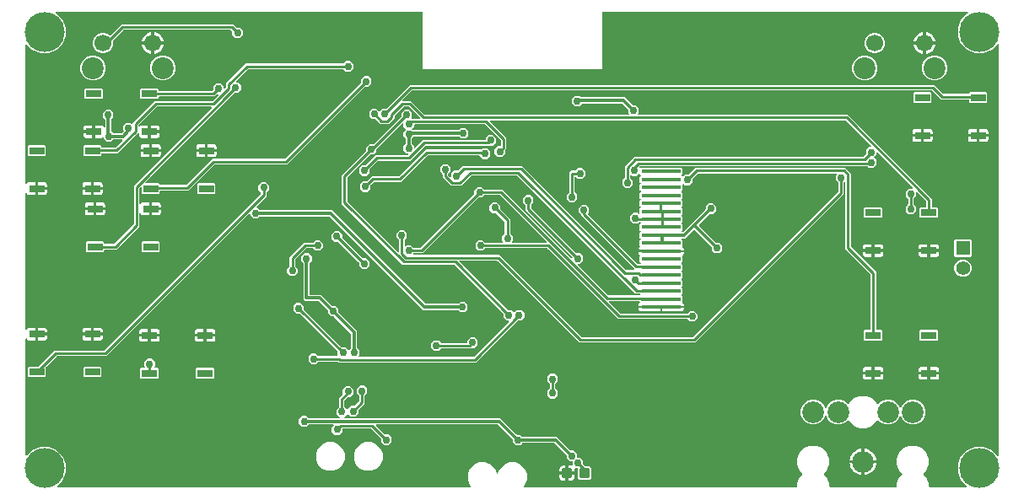
<source format=gbr>
G04 EAGLE Gerber RS-274X export*
G75*
%MOMM*%
%FSLAX34Y34*%
%LPD*%
%INTop Copper*%
%IPPOS*%
%AMOC8*
5,1,8,0,0,1.08239X$1,22.5*%
G01*
%ADD10R,4.000000X0.400000*%
%ADD11R,1.524000X0.762000*%
%ADD12C,4.016000*%
%ADD13C,2.184400*%
%ADD14C,2.200000*%
%ADD15C,1.700000*%
%ADD16C,0.300000*%
%ADD17R,1.422400X1.422400*%
%ADD18C,1.422400*%
%ADD19C,0.304800*%
%ADD20C,0.756400*%
%ADD21C,0.254000*%
%ADD22C,0.355600*%

G36*
X457799Y11442D02*
X457799Y11442D01*
X457870Y11444D01*
X457919Y11462D01*
X457971Y11470D01*
X458034Y11504D01*
X458102Y11529D01*
X458142Y11561D01*
X458188Y11586D01*
X458237Y11637D01*
X458294Y11682D01*
X458322Y11726D01*
X458358Y11764D01*
X458388Y11829D01*
X458427Y11889D01*
X458439Y11940D01*
X458461Y11987D01*
X458469Y12058D01*
X458487Y12128D01*
X458483Y12180D01*
X458488Y12231D01*
X458473Y12302D01*
X458467Y12373D01*
X458447Y12421D01*
X458436Y12472D01*
X458399Y12533D01*
X458371Y12599D01*
X458326Y12655D01*
X458310Y12683D01*
X458292Y12698D01*
X458266Y12730D01*
X457711Y13285D01*
X455479Y18674D01*
X455479Y24506D01*
X457711Y29895D01*
X461835Y34019D01*
X467224Y36251D01*
X473056Y36251D01*
X478445Y34019D01*
X482569Y29895D01*
X484437Y25385D01*
X484475Y25324D01*
X484504Y25259D01*
X484539Y25220D01*
X484566Y25176D01*
X484622Y25130D01*
X484670Y25077D01*
X484716Y25052D01*
X484756Y25019D01*
X484823Y24993D01*
X484886Y24959D01*
X484937Y24950D01*
X484985Y24931D01*
X485057Y24928D01*
X485128Y24915D01*
X485179Y24923D01*
X485231Y24921D01*
X485300Y24941D01*
X485371Y24951D01*
X485417Y24975D01*
X485467Y24989D01*
X485526Y25030D01*
X485590Y25062D01*
X485627Y25100D01*
X485669Y25129D01*
X485712Y25187D01*
X485762Y25238D01*
X485797Y25301D01*
X485816Y25327D01*
X485823Y25349D01*
X485843Y25385D01*
X487711Y29895D01*
X491835Y34019D01*
X497224Y36251D01*
X503056Y36251D01*
X508445Y34019D01*
X512569Y29895D01*
X514801Y24506D01*
X514801Y18674D01*
X512569Y13285D01*
X512014Y12730D01*
X511972Y12672D01*
X511922Y12620D01*
X511901Y12573D01*
X511870Y12531D01*
X511849Y12462D01*
X511819Y12397D01*
X511813Y12345D01*
X511798Y12295D01*
X511800Y12224D01*
X511792Y12153D01*
X511803Y12102D01*
X511804Y12050D01*
X511829Y11982D01*
X511844Y11912D01*
X511871Y11867D01*
X511889Y11819D01*
X511933Y11763D01*
X511970Y11701D01*
X512010Y11667D01*
X512042Y11627D01*
X512103Y11588D01*
X512157Y11541D01*
X512205Y11522D01*
X512249Y11494D01*
X512319Y11476D01*
X512385Y11449D01*
X512457Y11441D01*
X512488Y11433D01*
X512511Y11435D01*
X512552Y11431D01*
X785248Y11431D01*
X785268Y11434D01*
X785287Y11432D01*
X785389Y11454D01*
X785491Y11470D01*
X785508Y11480D01*
X785528Y11484D01*
X785617Y11537D01*
X785708Y11586D01*
X785722Y11600D01*
X785739Y11610D01*
X785806Y11689D01*
X785878Y11764D01*
X785886Y11782D01*
X785899Y11797D01*
X785938Y11893D01*
X785981Y11987D01*
X785983Y12007D01*
X785991Y12025D01*
X786009Y12192D01*
X786009Y15045D01*
X788470Y20984D01*
X791277Y23792D01*
X791289Y23808D01*
X791304Y23820D01*
X791360Y23908D01*
X791421Y23991D01*
X791426Y24010D01*
X791437Y24027D01*
X791462Y24128D01*
X791493Y24227D01*
X791492Y24246D01*
X791497Y24266D01*
X791489Y24369D01*
X791487Y24472D01*
X791480Y24491D01*
X791478Y24511D01*
X791438Y24606D01*
X791402Y24703D01*
X791390Y24719D01*
X791382Y24737D01*
X791277Y24868D01*
X788470Y27676D01*
X786009Y33615D01*
X786009Y40045D01*
X788470Y45984D01*
X793016Y50530D01*
X798955Y52991D01*
X805385Y52991D01*
X811324Y50530D01*
X815870Y45984D01*
X818331Y40045D01*
X818331Y33615D01*
X815870Y27676D01*
X813063Y24868D01*
X813051Y24852D01*
X813036Y24840D01*
X812980Y24752D01*
X812919Y24669D01*
X812914Y24650D01*
X812903Y24633D01*
X812878Y24532D01*
X812847Y24433D01*
X812848Y24414D01*
X812843Y24394D01*
X812851Y24291D01*
X812853Y24188D01*
X812860Y24169D01*
X812862Y24149D01*
X812902Y24054D01*
X812938Y23957D01*
X812950Y23941D01*
X812958Y23923D01*
X813063Y23792D01*
X815870Y20984D01*
X818331Y15045D01*
X818331Y12192D01*
X818334Y12172D01*
X818332Y12153D01*
X818354Y12051D01*
X818370Y11949D01*
X818380Y11932D01*
X818384Y11912D01*
X818437Y11823D01*
X818486Y11732D01*
X818500Y11718D01*
X818510Y11701D01*
X818589Y11634D01*
X818664Y11562D01*
X818682Y11554D01*
X818697Y11541D01*
X818793Y11502D01*
X818887Y11459D01*
X818907Y11457D01*
X818925Y11449D01*
X819092Y11431D01*
X885248Y11431D01*
X885268Y11434D01*
X885287Y11432D01*
X885389Y11454D01*
X885491Y11470D01*
X885508Y11480D01*
X885528Y11484D01*
X885617Y11537D01*
X885708Y11586D01*
X885722Y11600D01*
X885739Y11610D01*
X885806Y11689D01*
X885878Y11764D01*
X885886Y11782D01*
X885899Y11797D01*
X885938Y11893D01*
X885981Y11987D01*
X885983Y12007D01*
X885991Y12025D01*
X886009Y12192D01*
X886009Y15045D01*
X888470Y20984D01*
X891277Y23792D01*
X891289Y23808D01*
X891304Y23820D01*
X891360Y23908D01*
X891421Y23991D01*
X891426Y24010D01*
X891437Y24027D01*
X891462Y24128D01*
X891493Y24227D01*
X891492Y24246D01*
X891497Y24266D01*
X891489Y24369D01*
X891487Y24472D01*
X891480Y24491D01*
X891478Y24511D01*
X891438Y24606D01*
X891402Y24703D01*
X891390Y24719D01*
X891382Y24737D01*
X891277Y24868D01*
X888470Y27676D01*
X886009Y33615D01*
X886009Y40045D01*
X888470Y45984D01*
X893016Y50530D01*
X898955Y52991D01*
X905385Y52991D01*
X911324Y50530D01*
X915870Y45984D01*
X918331Y40045D01*
X918331Y33615D01*
X915870Y27676D01*
X913063Y24868D01*
X913051Y24852D01*
X913036Y24840D01*
X912980Y24752D01*
X912919Y24669D01*
X912914Y24650D01*
X912903Y24633D01*
X912878Y24532D01*
X912847Y24433D01*
X912848Y24414D01*
X912843Y24394D01*
X912851Y24291D01*
X912853Y24188D01*
X912860Y24169D01*
X912862Y24149D01*
X912902Y24054D01*
X912938Y23957D01*
X912950Y23941D01*
X912958Y23923D01*
X913063Y23792D01*
X915870Y20984D01*
X918331Y15045D01*
X918331Y12192D01*
X918334Y12172D01*
X918332Y12153D01*
X918354Y12051D01*
X918370Y11949D01*
X918380Y11932D01*
X918384Y11912D01*
X918437Y11823D01*
X918486Y11732D01*
X918500Y11718D01*
X918510Y11701D01*
X918589Y11634D01*
X918664Y11562D01*
X918682Y11554D01*
X918697Y11541D01*
X918793Y11502D01*
X918887Y11459D01*
X918907Y11457D01*
X918925Y11449D01*
X919092Y11431D01*
X955668Y11431D01*
X955738Y11442D01*
X955810Y11444D01*
X955859Y11462D01*
X955911Y11470D01*
X955974Y11504D01*
X956041Y11529D01*
X956082Y11561D01*
X956128Y11586D01*
X956177Y11638D01*
X956233Y11682D01*
X956261Y11726D01*
X956297Y11764D01*
X956327Y11829D01*
X956366Y11889D01*
X956379Y11940D01*
X956401Y11987D01*
X956409Y12058D01*
X956426Y12128D01*
X956422Y12180D01*
X956428Y12231D01*
X956413Y12302D01*
X956407Y12373D01*
X956387Y12421D01*
X956376Y12472D01*
X956339Y12533D01*
X956311Y12599D01*
X956266Y12655D01*
X956250Y12683D01*
X956232Y12698D01*
X956206Y12730D01*
X950694Y18242D01*
X947405Y26183D01*
X947405Y34777D01*
X950694Y42718D01*
X956772Y48796D01*
X964713Y52085D01*
X973307Y52085D01*
X981248Y48796D01*
X987270Y42774D01*
X987328Y42732D01*
X987380Y42683D01*
X987427Y42661D01*
X987469Y42630D01*
X987538Y42609D01*
X987603Y42579D01*
X987655Y42573D01*
X987705Y42558D01*
X987776Y42560D01*
X987847Y42552D01*
X987898Y42563D01*
X987950Y42564D01*
X988018Y42589D01*
X988088Y42604D01*
X988133Y42631D01*
X988181Y42649D01*
X988237Y42694D01*
X988299Y42730D01*
X988333Y42770D01*
X988373Y42803D01*
X988412Y42863D01*
X988459Y42917D01*
X988478Y42966D01*
X988506Y43009D01*
X988524Y43079D01*
X988551Y43146D01*
X988559Y43217D01*
X988567Y43248D01*
X988565Y43271D01*
X988569Y43312D01*
X988569Y455798D01*
X988558Y455868D01*
X988556Y455940D01*
X988538Y455989D01*
X988530Y456041D01*
X988496Y456104D01*
X988471Y456171D01*
X988439Y456212D01*
X988414Y456258D01*
X988362Y456307D01*
X988318Y456363D01*
X988274Y456391D01*
X988236Y456427D01*
X988171Y456457D01*
X988111Y456496D01*
X988060Y456509D01*
X988013Y456531D01*
X987942Y456539D01*
X987872Y456556D01*
X987820Y456552D01*
X987769Y456558D01*
X987698Y456543D01*
X987627Y456537D01*
X987579Y456517D01*
X987528Y456506D01*
X987467Y456469D01*
X987401Y456441D01*
X987345Y456396D01*
X987317Y456380D01*
X987302Y456362D01*
X987270Y456336D01*
X981248Y450314D01*
X973307Y447025D01*
X964713Y447025D01*
X956772Y450314D01*
X950694Y456392D01*
X947405Y464333D01*
X947405Y472927D01*
X950694Y480868D01*
X956772Y486946D01*
X957156Y487105D01*
X957239Y487156D01*
X957325Y487202D01*
X957343Y487221D01*
X957365Y487234D01*
X957427Y487309D01*
X957494Y487380D01*
X957505Y487404D01*
X957522Y487424D01*
X957557Y487515D01*
X957598Y487603D01*
X957601Y487629D01*
X957610Y487653D01*
X957614Y487751D01*
X957625Y487847D01*
X957619Y487873D01*
X957621Y487899D01*
X957593Y487993D01*
X957573Y488088D01*
X957559Y488110D01*
X957552Y488135D01*
X957496Y488215D01*
X957447Y488299D01*
X957427Y488316D01*
X957412Y488337D01*
X957334Y488395D01*
X957260Y488459D01*
X957235Y488469D01*
X957214Y488484D01*
X957122Y488514D01*
X957031Y488551D01*
X956999Y488554D01*
X956981Y488560D01*
X956947Y488560D01*
X956865Y488569D01*
X591049Y488569D01*
X591030Y488566D01*
X591010Y488568D01*
X590909Y488546D01*
X590807Y488530D01*
X590789Y488520D01*
X590770Y488516D01*
X590680Y488463D01*
X590589Y488414D01*
X590576Y488400D01*
X590558Y488390D01*
X590491Y488311D01*
X590420Y488236D01*
X590411Y488218D01*
X590398Y488203D01*
X590360Y488107D01*
X590316Y488013D01*
X590314Y487993D01*
X590307Y487975D01*
X590288Y487808D01*
X590288Y431117D01*
X590288Y431116D01*
X410000Y431116D01*
X409999Y431117D01*
X409999Y487808D01*
X409996Y487828D01*
X409998Y487847D01*
X409976Y487949D01*
X409959Y488051D01*
X409950Y488068D01*
X409946Y488088D01*
X409893Y488177D01*
X409844Y488268D01*
X409830Y488282D01*
X409820Y488299D01*
X409741Y488366D01*
X409666Y488438D01*
X409648Y488446D01*
X409633Y488459D01*
X409537Y488498D01*
X409443Y488541D01*
X409423Y488543D01*
X409405Y488551D01*
X409238Y488569D01*
X42625Y488569D01*
X42529Y488554D01*
X42432Y488544D01*
X42408Y488534D01*
X42383Y488530D01*
X42297Y488484D01*
X42207Y488444D01*
X42188Y488427D01*
X42165Y488414D01*
X42098Y488344D01*
X42026Y488278D01*
X42014Y488255D01*
X41996Y488236D01*
X41955Y488148D01*
X41908Y488062D01*
X41903Y488037D01*
X41892Y488013D01*
X41881Y487916D01*
X41864Y487820D01*
X41868Y487794D01*
X41865Y487769D01*
X41886Y487673D01*
X41900Y487577D01*
X41912Y487554D01*
X41917Y487528D01*
X41967Y487445D01*
X42011Y487358D01*
X42030Y487339D01*
X42043Y487317D01*
X42117Y487254D01*
X42187Y487186D01*
X42216Y487170D01*
X42230Y487157D01*
X42261Y487145D01*
X42334Y487105D01*
X42718Y486946D01*
X48796Y480868D01*
X52085Y472927D01*
X52085Y464333D01*
X48796Y456392D01*
X42718Y450314D01*
X34777Y447025D01*
X26183Y447025D01*
X18242Y450314D01*
X12730Y455826D01*
X12672Y455868D01*
X12620Y455917D01*
X12573Y455939D01*
X12531Y455970D01*
X12462Y455991D01*
X12397Y456021D01*
X12345Y456027D01*
X12295Y456042D01*
X12224Y456040D01*
X12153Y456048D01*
X12102Y456037D01*
X12050Y456036D01*
X11982Y456011D01*
X11912Y455996D01*
X11867Y455969D01*
X11819Y455951D01*
X11763Y455906D01*
X11701Y455870D01*
X11667Y455830D01*
X11627Y455797D01*
X11588Y455737D01*
X11541Y455683D01*
X11522Y455634D01*
X11494Y455591D01*
X11476Y455521D01*
X11449Y455454D01*
X11441Y455383D01*
X11433Y455352D01*
X11435Y455329D01*
X11431Y455288D01*
X11431Y316285D01*
X11438Y316237D01*
X11437Y316189D01*
X11458Y316117D01*
X11470Y316042D01*
X11493Y316000D01*
X11507Y315953D01*
X11550Y315891D01*
X11586Y315824D01*
X11620Y315791D01*
X11648Y315752D01*
X11709Y315707D01*
X11764Y315655D01*
X11807Y315635D01*
X11846Y315606D01*
X11918Y315583D01*
X11987Y315551D01*
X12035Y315546D01*
X12080Y315532D01*
X12156Y315533D01*
X12231Y315524D01*
X12278Y315535D01*
X12326Y315535D01*
X12398Y315561D01*
X12472Y315577D01*
X12513Y315601D01*
X12558Y315617D01*
X12618Y315664D01*
X12683Y315703D01*
X12714Y315739D01*
X12752Y315769D01*
X12828Y315873D01*
X12843Y315890D01*
X12845Y315896D01*
X12851Y315904D01*
X13207Y316520D01*
X13680Y316993D01*
X14259Y317328D01*
X14906Y317501D01*
X21337Y317501D01*
X21337Y311912D01*
X21340Y311892D01*
X21338Y311873D01*
X21360Y311771D01*
X21377Y311669D01*
X21386Y311652D01*
X21390Y311632D01*
X21443Y311543D01*
X21492Y311452D01*
X21506Y311438D01*
X21516Y311421D01*
X21595Y311354D01*
X21670Y311283D01*
X21688Y311274D01*
X21703Y311261D01*
X21799Y311222D01*
X21893Y311179D01*
X21913Y311177D01*
X21931Y311169D01*
X22098Y311151D01*
X22861Y311151D01*
X22861Y311149D01*
X22098Y311149D01*
X22078Y311146D01*
X22059Y311148D01*
X21957Y311126D01*
X21855Y311109D01*
X21838Y311100D01*
X21818Y311096D01*
X21729Y311043D01*
X21638Y310994D01*
X21624Y310980D01*
X21607Y310970D01*
X21540Y310891D01*
X21469Y310816D01*
X21460Y310798D01*
X21447Y310783D01*
X21408Y310687D01*
X21365Y310593D01*
X21363Y310573D01*
X21355Y310555D01*
X21337Y310388D01*
X21337Y304799D01*
X14906Y304799D01*
X14259Y304972D01*
X13680Y305307D01*
X13207Y305780D01*
X12851Y306396D01*
X12821Y306433D01*
X12798Y306476D01*
X12744Y306528D01*
X12695Y306586D01*
X12655Y306612D01*
X12620Y306645D01*
X12551Y306677D01*
X12487Y306717D01*
X12441Y306728D01*
X12397Y306749D01*
X12322Y306757D01*
X12248Y306775D01*
X12200Y306770D01*
X12153Y306776D01*
X12078Y306760D01*
X12003Y306753D01*
X11959Y306734D01*
X11912Y306723D01*
X11847Y306684D01*
X11778Y306654D01*
X11742Y306622D01*
X11701Y306597D01*
X11652Y306540D01*
X11596Y306489D01*
X11572Y306447D01*
X11541Y306410D01*
X11513Y306340D01*
X11476Y306274D01*
X11467Y306227D01*
X11449Y306182D01*
X11435Y306054D01*
X11431Y306032D01*
X11432Y306025D01*
X11431Y306015D01*
X11431Y170235D01*
X11438Y170187D01*
X11437Y170139D01*
X11458Y170067D01*
X11470Y169992D01*
X11493Y169950D01*
X11507Y169903D01*
X11550Y169841D01*
X11586Y169774D01*
X11620Y169741D01*
X11648Y169702D01*
X11709Y169657D01*
X11764Y169605D01*
X11807Y169585D01*
X11846Y169556D01*
X11918Y169533D01*
X11987Y169501D01*
X12035Y169496D01*
X12080Y169482D01*
X12156Y169483D01*
X12231Y169474D01*
X12278Y169485D01*
X12326Y169485D01*
X12398Y169511D01*
X12472Y169527D01*
X12513Y169551D01*
X12558Y169567D01*
X12618Y169614D01*
X12683Y169653D01*
X12714Y169689D01*
X12752Y169719D01*
X12828Y169823D01*
X12843Y169840D01*
X12845Y169846D01*
X12851Y169854D01*
X13207Y170470D01*
X13680Y170943D01*
X14259Y171278D01*
X14906Y171451D01*
X21337Y171451D01*
X21337Y165862D01*
X21340Y165842D01*
X21338Y165823D01*
X21360Y165721D01*
X21377Y165619D01*
X21386Y165602D01*
X21390Y165582D01*
X21443Y165493D01*
X21492Y165402D01*
X21506Y165388D01*
X21516Y165371D01*
X21595Y165304D01*
X21670Y165233D01*
X21688Y165224D01*
X21703Y165211D01*
X21799Y165172D01*
X21893Y165129D01*
X21913Y165127D01*
X21931Y165119D01*
X22098Y165101D01*
X22861Y165101D01*
X22861Y165099D01*
X22098Y165099D01*
X22078Y165096D01*
X22059Y165098D01*
X21957Y165076D01*
X21855Y165059D01*
X21838Y165050D01*
X21818Y165046D01*
X21729Y164993D01*
X21638Y164944D01*
X21624Y164930D01*
X21607Y164920D01*
X21540Y164841D01*
X21469Y164766D01*
X21460Y164748D01*
X21447Y164733D01*
X21408Y164637D01*
X21365Y164543D01*
X21363Y164523D01*
X21355Y164505D01*
X21337Y164338D01*
X21337Y158749D01*
X14906Y158749D01*
X14259Y158922D01*
X13680Y159257D01*
X13207Y159730D01*
X12851Y160346D01*
X12821Y160383D01*
X12798Y160426D01*
X12744Y160478D01*
X12695Y160536D01*
X12655Y160562D01*
X12620Y160595D01*
X12551Y160627D01*
X12487Y160667D01*
X12441Y160678D01*
X12397Y160699D01*
X12322Y160707D01*
X12248Y160725D01*
X12200Y160720D01*
X12153Y160726D01*
X12078Y160710D01*
X12003Y160703D01*
X11959Y160684D01*
X11912Y160673D01*
X11847Y160634D01*
X11778Y160604D01*
X11742Y160572D01*
X11701Y160547D01*
X11652Y160490D01*
X11596Y160439D01*
X11572Y160397D01*
X11541Y160360D01*
X11513Y160290D01*
X11476Y160224D01*
X11467Y160177D01*
X11449Y160132D01*
X11435Y160004D01*
X11431Y159982D01*
X11432Y159975D01*
X11431Y159965D01*
X11431Y43822D01*
X11442Y43752D01*
X11444Y43680D01*
X11462Y43631D01*
X11470Y43579D01*
X11504Y43516D01*
X11529Y43449D01*
X11561Y43408D01*
X11586Y43362D01*
X11638Y43313D01*
X11682Y43257D01*
X11726Y43229D01*
X11764Y43193D01*
X11829Y43163D01*
X11889Y43124D01*
X11940Y43111D01*
X11987Y43089D01*
X12058Y43081D01*
X12128Y43064D01*
X12180Y43068D01*
X12231Y43062D01*
X12302Y43077D01*
X12373Y43083D01*
X12421Y43103D01*
X12472Y43114D01*
X12533Y43151D01*
X12599Y43179D01*
X12655Y43224D01*
X12683Y43240D01*
X12698Y43258D01*
X12730Y43284D01*
X18242Y48796D01*
X26183Y52085D01*
X34777Y52085D01*
X42718Y48796D01*
X48796Y42718D01*
X52085Y34777D01*
X52085Y26183D01*
X48796Y18242D01*
X43284Y12730D01*
X43242Y12672D01*
X43193Y12620D01*
X43171Y12573D01*
X43140Y12531D01*
X43119Y12462D01*
X43089Y12397D01*
X43083Y12345D01*
X43068Y12295D01*
X43070Y12224D01*
X43062Y12153D01*
X43073Y12102D01*
X43074Y12050D01*
X43099Y11982D01*
X43114Y11912D01*
X43141Y11867D01*
X43159Y11819D01*
X43204Y11763D01*
X43240Y11701D01*
X43280Y11667D01*
X43313Y11627D01*
X43373Y11588D01*
X43427Y11541D01*
X43476Y11522D01*
X43519Y11494D01*
X43589Y11476D01*
X43656Y11449D01*
X43727Y11441D01*
X43758Y11433D01*
X43781Y11435D01*
X43822Y11431D01*
X457728Y11431D01*
X457799Y11442D01*
G37*
%LPC*%
G36*
X298538Y134901D02*
X298538Y134901D01*
X295429Y138010D01*
X295429Y142406D01*
X298538Y145515D01*
X302934Y145515D01*
X305223Y143226D01*
X305297Y143173D01*
X305367Y143113D01*
X305397Y143101D01*
X305423Y143082D01*
X305510Y143055D01*
X305595Y143021D01*
X305636Y143017D01*
X305658Y143010D01*
X305690Y143011D01*
X305761Y143003D01*
X324159Y143003D01*
X324230Y143014D01*
X324301Y143016D01*
X324350Y143034D01*
X324401Y143042D01*
X324465Y143076D01*
X324532Y143101D01*
X324573Y143133D01*
X324619Y143158D01*
X324668Y143210D01*
X324724Y143255D01*
X324752Y143298D01*
X324788Y143336D01*
X324818Y143401D01*
X324857Y143462D01*
X324870Y143512D01*
X324892Y143559D01*
X324900Y143631D01*
X324917Y143700D01*
X324913Y143752D01*
X324919Y143803D01*
X324904Y143874D01*
X324898Y143945D01*
X324893Y143956D01*
X324893Y147343D01*
X324879Y147433D01*
X324871Y147524D01*
X324859Y147554D01*
X324854Y147586D01*
X324811Y147666D01*
X324775Y147750D01*
X324749Y147782D01*
X324738Y147803D01*
X324715Y147825D01*
X324670Y147881D01*
X287073Y185478D01*
X286999Y185531D01*
X286930Y185591D01*
X286900Y185603D01*
X286874Y185622D01*
X286787Y185649D01*
X286702Y185683D01*
X286661Y185687D01*
X286639Y185694D01*
X286606Y185693D01*
X286535Y185701D01*
X283298Y185701D01*
X280189Y188810D01*
X280189Y193206D01*
X283298Y196315D01*
X287694Y196315D01*
X290803Y193206D01*
X290803Y189969D01*
X290817Y189879D01*
X290825Y189788D01*
X290837Y189758D01*
X290842Y189726D01*
X290885Y189646D01*
X290921Y189562D01*
X290947Y189530D01*
X290958Y189509D01*
X290981Y189487D01*
X291026Y189431D01*
X328623Y151834D01*
X328697Y151781D01*
X328766Y151721D01*
X328796Y151709D01*
X328822Y151690D01*
X328909Y151663D01*
X328994Y151629D01*
X329035Y151625D01*
X329057Y151618D01*
X329090Y151619D01*
X329161Y151611D01*
X332398Y151611D01*
X335250Y148759D01*
X335266Y148748D01*
X335278Y148732D01*
X335366Y148676D01*
X335449Y148616D01*
X335468Y148610D01*
X335485Y148599D01*
X335586Y148574D01*
X335685Y148543D01*
X335704Y148544D01*
X335724Y148539D01*
X335827Y148547D01*
X335930Y148550D01*
X335949Y148556D01*
X335969Y148558D01*
X336064Y148598D01*
X336161Y148634D01*
X336177Y148647D01*
X336195Y148654D01*
X336326Y148759D01*
X338104Y150537D01*
X338157Y150611D01*
X338217Y150681D01*
X338229Y150711D01*
X338248Y150737D01*
X338275Y150824D01*
X338309Y150909D01*
X338313Y150950D01*
X338320Y150972D01*
X338319Y151004D01*
X338327Y151075D01*
X338327Y165046D01*
X338313Y165136D01*
X338305Y165227D01*
X338293Y165257D01*
X338288Y165289D01*
X338245Y165369D01*
X338209Y165453D01*
X338183Y165485D01*
X338172Y165506D01*
X338149Y165528D01*
X338104Y165584D01*
X321258Y182430D01*
X321184Y182483D01*
X321115Y182543D01*
X321085Y182555D01*
X321058Y182574D01*
X320971Y182601D01*
X320887Y182635D01*
X320846Y182639D01*
X320823Y182646D01*
X320791Y182645D01*
X320720Y182653D01*
X318350Y182653D01*
X315241Y185762D01*
X315241Y188640D01*
X315227Y188730D01*
X315219Y188821D01*
X315207Y188851D01*
X315202Y188883D01*
X315159Y188963D01*
X315123Y189047D01*
X315097Y189079D01*
X315086Y189100D01*
X315063Y189122D01*
X315018Y189178D01*
X306046Y198150D01*
X305972Y198203D01*
X305903Y198263D01*
X305873Y198275D01*
X305846Y198294D01*
X305759Y198321D01*
X305675Y198355D01*
X305634Y198359D01*
X305611Y198366D01*
X305579Y198365D01*
X305508Y198373D01*
X292361Y198373D01*
X290575Y200159D01*
X290575Y236021D01*
X290573Y236032D01*
X290574Y236039D01*
X290566Y236076D01*
X290561Y236111D01*
X290553Y236202D01*
X290541Y236231D01*
X290536Y236263D01*
X290493Y236344D01*
X290457Y236428D01*
X290431Y236460D01*
X290420Y236481D01*
X290397Y236503D01*
X290352Y236559D01*
X288317Y238594D01*
X288317Y242990D01*
X291426Y246099D01*
X295822Y246099D01*
X298931Y242990D01*
X298931Y238594D01*
X296896Y236559D01*
X296843Y236485D01*
X296783Y236415D01*
X296771Y236385D01*
X296752Y236359D01*
X296725Y236272D01*
X296691Y236187D01*
X296687Y236146D01*
X296680Y236124D01*
X296681Y236092D01*
X296673Y236021D01*
X296673Y205232D01*
X296676Y205212D01*
X296674Y205193D01*
X296696Y205091D01*
X296712Y204989D01*
X296722Y204972D01*
X296726Y204952D01*
X296779Y204863D01*
X296828Y204772D01*
X296842Y204758D01*
X296852Y204741D01*
X296931Y204674D01*
X297006Y204602D01*
X297024Y204594D01*
X297039Y204581D01*
X297135Y204542D01*
X297229Y204499D01*
X297249Y204497D01*
X297267Y204489D01*
X297434Y204471D01*
X308349Y204471D01*
X310358Y202462D01*
X319330Y193490D01*
X319404Y193437D01*
X319473Y193377D01*
X319503Y193365D01*
X319530Y193346D01*
X319617Y193319D01*
X319701Y193285D01*
X319742Y193281D01*
X319765Y193274D01*
X319797Y193275D01*
X319868Y193267D01*
X322746Y193267D01*
X325855Y190158D01*
X325855Y186772D01*
X325869Y186682D01*
X325877Y186591D01*
X325889Y186561D01*
X325894Y186529D01*
X325937Y186449D01*
X325973Y186365D01*
X325999Y186333D01*
X326010Y186312D01*
X326033Y186290D01*
X326078Y186234D01*
X344425Y167887D01*
X344425Y151075D01*
X344439Y150985D01*
X344447Y150894D01*
X344459Y150865D01*
X344464Y150833D01*
X344507Y150752D01*
X344543Y150668D01*
X344569Y150636D01*
X344580Y150615D01*
X344603Y150593D01*
X344648Y150537D01*
X346683Y148502D01*
X346683Y144106D01*
X345863Y143286D01*
X345821Y143228D01*
X345772Y143176D01*
X345750Y143129D01*
X345720Y143087D01*
X345698Y143018D01*
X345668Y142953D01*
X345663Y142901D01*
X345647Y142851D01*
X345649Y142780D01*
X345641Y142709D01*
X345652Y142658D01*
X345654Y142606D01*
X345678Y142538D01*
X345693Y142468D01*
X345720Y142423D01*
X345738Y142375D01*
X345783Y142319D01*
X345820Y142257D01*
X345859Y142223D01*
X345892Y142183D01*
X345952Y142144D01*
X346007Y142097D01*
X346055Y142078D01*
X346099Y142050D01*
X346168Y142032D01*
X346235Y142005D01*
X346306Y141997D01*
X346337Y141989D01*
X346360Y141991D01*
X346401Y141987D01*
X460807Y141987D01*
X460897Y142001D01*
X460988Y142009D01*
X461018Y142021D01*
X461050Y142026D01*
X461130Y142069D01*
X461214Y142105D01*
X461246Y142131D01*
X461267Y142142D01*
X461289Y142165D01*
X461345Y142210D01*
X496425Y177290D01*
X496467Y177348D01*
X496517Y177400D01*
X496539Y177447D01*
X496569Y177489D01*
X496590Y177558D01*
X496620Y177623D01*
X496626Y177675D01*
X496641Y177725D01*
X496639Y177796D01*
X496647Y177867D01*
X496636Y177918D01*
X496635Y177970D01*
X496610Y178038D01*
X496595Y178108D01*
X496568Y178153D01*
X496550Y178201D01*
X496506Y178257D01*
X496469Y178319D01*
X496429Y178353D01*
X496397Y178393D01*
X496336Y178432D01*
X496282Y178479D01*
X496234Y178498D01*
X496190Y178526D01*
X496120Y178544D01*
X496054Y178571D01*
X495982Y178579D01*
X495951Y178587D01*
X495928Y178585D01*
X495887Y178589D01*
X494626Y178589D01*
X491517Y181698D01*
X491517Y184935D01*
X491503Y185025D01*
X491495Y185116D01*
X491483Y185146D01*
X491478Y185178D01*
X491435Y185258D01*
X491399Y185342D01*
X491373Y185374D01*
X491362Y185395D01*
X491339Y185417D01*
X491294Y185473D01*
X442041Y234726D01*
X441967Y234779D01*
X441898Y234839D01*
X441868Y234851D01*
X441842Y234870D01*
X441755Y234897D01*
X441670Y234931D01*
X441629Y234935D01*
X441607Y234942D01*
X441574Y234941D01*
X441503Y234949D01*
X390002Y234949D01*
X328929Y296022D01*
X328929Y324754D01*
X353118Y348943D01*
X353171Y349017D01*
X353231Y349086D01*
X353243Y349116D01*
X353262Y349142D01*
X353289Y349229D01*
X353323Y349314D01*
X353327Y349355D01*
X353334Y349377D01*
X353333Y349410D01*
X353341Y349481D01*
X353341Y352718D01*
X356450Y355827D01*
X360703Y355827D01*
X360793Y355841D01*
X360884Y355849D01*
X360914Y355861D01*
X360946Y355866D01*
X361026Y355909D01*
X361110Y355945D01*
X361142Y355971D01*
X361163Y355982D01*
X361185Y356005D01*
X361241Y356050D01*
X388678Y383487D01*
X388731Y383561D01*
X388791Y383630D01*
X388803Y383660D01*
X388822Y383686D01*
X388849Y383773D01*
X388883Y383858D01*
X388887Y383899D01*
X388894Y383921D01*
X388893Y383954D01*
X388901Y384025D01*
X388901Y387262D01*
X392010Y390371D01*
X396406Y390371D01*
X399515Y387262D01*
X399515Y382866D01*
X399203Y382554D01*
X399161Y382496D01*
X399112Y382444D01*
X399090Y382397D01*
X399060Y382355D01*
X399038Y382286D01*
X399008Y382221D01*
X399003Y382169D01*
X398987Y382119D01*
X398989Y382048D01*
X398981Y381977D01*
X398992Y381926D01*
X398994Y381874D01*
X399018Y381806D01*
X399033Y381736D01*
X399060Y381691D01*
X399078Y381643D01*
X399123Y381587D01*
X399160Y381525D01*
X399199Y381491D01*
X399232Y381451D01*
X399292Y381412D01*
X399347Y381365D01*
X399395Y381346D01*
X399439Y381318D01*
X399508Y381300D01*
X399575Y381273D01*
X399646Y381265D01*
X399677Y381257D01*
X399700Y381259D01*
X399741Y381255D01*
X406705Y381255D01*
X406776Y381266D01*
X406848Y381268D01*
X406897Y381286D01*
X406948Y381294D01*
X407011Y381328D01*
X407079Y381353D01*
X407119Y381385D01*
X407165Y381410D01*
X407215Y381462D01*
X407271Y381506D01*
X407299Y381550D01*
X407335Y381588D01*
X407365Y381653D01*
X407404Y381713D01*
X407416Y381764D01*
X407438Y381811D01*
X407446Y381882D01*
X407464Y381952D01*
X407460Y382004D01*
X407465Y382055D01*
X407450Y382126D01*
X407445Y382197D01*
X407424Y382245D01*
X407413Y382296D01*
X407376Y382357D01*
X407348Y382423D01*
X407303Y382479D01*
X407287Y382507D01*
X407269Y382522D01*
X407243Y382554D01*
X396575Y393222D01*
X396501Y393275D01*
X396432Y393335D01*
X396402Y393347D01*
X396376Y393366D01*
X396289Y393393D01*
X396204Y393427D01*
X396163Y393431D01*
X396141Y393438D01*
X396108Y393437D01*
X396037Y393445D01*
X391617Y393445D01*
X391527Y393431D01*
X391436Y393423D01*
X391406Y393411D01*
X391374Y393406D01*
X391294Y393363D01*
X391210Y393327D01*
X391178Y393301D01*
X391157Y393290D01*
X391135Y393267D01*
X391079Y393222D01*
X381986Y384129D01*
X381933Y384055D01*
X381873Y383986D01*
X381861Y383956D01*
X381842Y383930D01*
X381815Y383843D01*
X381781Y383758D01*
X381777Y383717D01*
X381770Y383695D01*
X381771Y383662D01*
X381763Y383591D01*
X381763Y381874D01*
X376062Y376173D01*
X367650Y376173D01*
X363273Y380550D01*
X363199Y380603D01*
X363130Y380663D01*
X363100Y380675D01*
X363074Y380694D01*
X362987Y380721D01*
X362902Y380755D01*
X362861Y380759D01*
X362839Y380766D01*
X362806Y380765D01*
X362735Y380773D01*
X359498Y380773D01*
X356389Y383882D01*
X356389Y388278D01*
X359498Y391387D01*
X363894Y391387D01*
X366238Y389043D01*
X366254Y389032D01*
X366266Y389016D01*
X366354Y388960D01*
X366437Y388900D01*
X366456Y388894D01*
X366473Y388883D01*
X366574Y388858D01*
X366673Y388827D01*
X366692Y388828D01*
X366712Y388823D01*
X366815Y388831D01*
X366918Y388834D01*
X366937Y388840D01*
X366957Y388842D01*
X367052Y388882D01*
X367149Y388918D01*
X367165Y388931D01*
X367183Y388938D01*
X367314Y389043D01*
X369658Y391387D01*
X372895Y391387D01*
X372985Y391401D01*
X373076Y391409D01*
X373106Y391421D01*
X373138Y391426D01*
X373218Y391469D01*
X373302Y391505D01*
X373334Y391531D01*
X373355Y391542D01*
X373377Y391565D01*
X373433Y391610D01*
X397114Y415291D01*
X923686Y415291D01*
X932607Y406370D01*
X932681Y406317D01*
X932750Y406257D01*
X932780Y406245D01*
X932806Y406226D01*
X932893Y406199D01*
X932978Y406165D01*
X933019Y406161D01*
X933041Y406154D01*
X933074Y406155D01*
X933145Y406147D01*
X957834Y406147D01*
X957854Y406150D01*
X957873Y406148D01*
X957975Y406170D01*
X958077Y406186D01*
X958094Y406196D01*
X958114Y406200D01*
X958203Y406253D01*
X958294Y406302D01*
X958308Y406316D01*
X958325Y406326D01*
X958392Y406405D01*
X958464Y406480D01*
X958472Y406498D01*
X958485Y406513D01*
X958524Y406609D01*
X958567Y406703D01*
X958569Y406723D01*
X958577Y406741D01*
X958595Y406908D01*
X958595Y407032D01*
X959488Y407925D01*
X975992Y407925D01*
X976885Y407032D01*
X976885Y398148D01*
X975992Y397255D01*
X959488Y397255D01*
X958595Y398148D01*
X958595Y399796D01*
X958592Y399816D01*
X958594Y399835D01*
X958572Y399937D01*
X958556Y400039D01*
X958546Y400056D01*
X958542Y400076D01*
X958489Y400165D01*
X958440Y400256D01*
X958426Y400270D01*
X958416Y400287D01*
X958337Y400354D01*
X958262Y400426D01*
X958244Y400434D01*
X958229Y400447D01*
X958133Y400486D01*
X958039Y400529D01*
X958019Y400531D01*
X958001Y400539D01*
X957834Y400557D01*
X930514Y400557D01*
X921593Y409478D01*
X921519Y409531D01*
X921450Y409591D01*
X921420Y409603D01*
X921394Y409622D01*
X921307Y409649D01*
X921222Y409683D01*
X921181Y409687D01*
X921159Y409694D01*
X921126Y409693D01*
X921055Y409701D01*
X399745Y409701D01*
X399655Y409687D01*
X399564Y409679D01*
X399534Y409667D01*
X399502Y409662D01*
X399422Y409619D01*
X399338Y409583D01*
X399306Y409557D01*
X399285Y409546D01*
X399263Y409523D01*
X399207Y409478D01*
X390063Y400334D01*
X390021Y400276D01*
X389971Y400224D01*
X389949Y400177D01*
X389919Y400135D01*
X389898Y400066D01*
X389868Y400001D01*
X389862Y399949D01*
X389847Y399899D01*
X389849Y399828D01*
X389841Y399757D01*
X389852Y399706D01*
X389853Y399654D01*
X389878Y399586D01*
X389893Y399516D01*
X389920Y399471D01*
X389938Y399423D01*
X389982Y399367D01*
X390019Y399305D01*
X390059Y399271D01*
X390091Y399231D01*
X390152Y399192D01*
X390206Y399145D01*
X390254Y399126D01*
X390298Y399098D01*
X390368Y399080D01*
X390434Y399053D01*
X390506Y399045D01*
X390537Y399037D01*
X390560Y399039D01*
X390601Y399035D01*
X398668Y399035D01*
X412161Y385542D01*
X412235Y385489D01*
X412304Y385429D01*
X412334Y385417D01*
X412360Y385398D01*
X412447Y385371D01*
X412532Y385337D01*
X412573Y385333D01*
X412595Y385326D01*
X412628Y385327D01*
X412699Y385319D01*
X616767Y385319D01*
X616837Y385330D01*
X616909Y385332D01*
X616958Y385350D01*
X617009Y385358D01*
X617073Y385392D01*
X617140Y385417D01*
X617181Y385449D01*
X617227Y385474D01*
X617276Y385526D01*
X617332Y385570D01*
X617360Y385614D01*
X617396Y385652D01*
X617426Y385717D01*
X617465Y385777D01*
X617478Y385828D01*
X617500Y385875D01*
X617508Y385946D01*
X617525Y386016D01*
X617521Y386068D01*
X617527Y386119D01*
X617512Y386190D01*
X617506Y386261D01*
X617486Y386309D01*
X617475Y386360D01*
X617438Y386421D01*
X617410Y386487D01*
X617365Y386543D01*
X617348Y386571D01*
X617331Y386586D01*
X617305Y386618D01*
X616485Y387438D01*
X616485Y390316D01*
X616471Y390406D01*
X616463Y390497D01*
X616451Y390527D01*
X616446Y390559D01*
X616403Y390639D01*
X616367Y390723D01*
X616341Y390755D01*
X616330Y390776D01*
X616307Y390798D01*
X616262Y390854D01*
X610592Y396524D01*
X610518Y396577D01*
X610449Y396637D01*
X610419Y396649D01*
X610392Y396668D01*
X610305Y396695D01*
X610221Y396729D01*
X610180Y396733D01*
X610157Y396740D01*
X610125Y396739D01*
X610054Y396747D01*
X570937Y396747D01*
X570847Y396733D01*
X570756Y396725D01*
X570727Y396713D01*
X570695Y396708D01*
X570614Y396665D01*
X570530Y396629D01*
X570498Y396603D01*
X570477Y396592D01*
X570455Y396569D01*
X570399Y396524D01*
X567602Y393727D01*
X563206Y393727D01*
X560097Y396836D01*
X560097Y401232D01*
X563206Y404341D01*
X567602Y404341D01*
X568875Y403068D01*
X568949Y403015D01*
X569019Y402955D01*
X569049Y402943D01*
X569075Y402924D01*
X569162Y402897D01*
X569247Y402863D01*
X569288Y402859D01*
X569310Y402852D01*
X569342Y402853D01*
X569413Y402845D01*
X612895Y402845D01*
X614904Y400836D01*
X620574Y395166D01*
X620648Y395113D01*
X620717Y395053D01*
X620747Y395041D01*
X620774Y395022D01*
X620861Y394995D01*
X620945Y394961D01*
X620986Y394957D01*
X621009Y394950D01*
X621041Y394951D01*
X621112Y394943D01*
X623990Y394943D01*
X627099Y391834D01*
X627099Y387438D01*
X626279Y386618D01*
X626237Y386560D01*
X626188Y386508D01*
X626166Y386461D01*
X626136Y386419D01*
X626114Y386350D01*
X626084Y386285D01*
X626079Y386233D01*
X626063Y386183D01*
X626065Y386112D01*
X626057Y386041D01*
X626068Y385990D01*
X626070Y385938D01*
X626094Y385870D01*
X626109Y385800D01*
X626136Y385755D01*
X626154Y385707D01*
X626199Y385651D01*
X626236Y385589D01*
X626275Y385555D01*
X626308Y385515D01*
X626368Y385476D01*
X626423Y385429D01*
X626471Y385410D01*
X626515Y385382D01*
X626584Y385364D01*
X626651Y385337D01*
X626722Y385329D01*
X626753Y385321D01*
X626776Y385323D01*
X626817Y385319D01*
X836818Y385319D01*
X921259Y300878D01*
X921259Y293116D01*
X921262Y293096D01*
X921260Y293077D01*
X921282Y292975D01*
X921298Y292873D01*
X921308Y292856D01*
X921312Y292836D01*
X921365Y292747D01*
X921414Y292656D01*
X921428Y292642D01*
X921438Y292625D01*
X921517Y292558D01*
X921592Y292486D01*
X921610Y292478D01*
X921625Y292465D01*
X921721Y292426D01*
X921815Y292383D01*
X921835Y292381D01*
X921853Y292373D01*
X922020Y292355D01*
X926462Y292355D01*
X927355Y291462D01*
X927355Y282578D01*
X926462Y281685D01*
X909958Y281685D01*
X909065Y282578D01*
X909065Y291462D01*
X909958Y292355D01*
X914908Y292355D01*
X914928Y292358D01*
X914947Y292356D01*
X915049Y292378D01*
X915151Y292394D01*
X915168Y292404D01*
X915188Y292408D01*
X915277Y292461D01*
X915368Y292510D01*
X915382Y292524D01*
X915399Y292534D01*
X915466Y292613D01*
X915538Y292688D01*
X915546Y292706D01*
X915559Y292721D01*
X915598Y292817D01*
X915641Y292911D01*
X915643Y292931D01*
X915651Y292949D01*
X915669Y293116D01*
X915669Y298247D01*
X915655Y298337D01*
X915647Y298428D01*
X915635Y298458D01*
X915630Y298490D01*
X915587Y298570D01*
X915551Y298654D01*
X915525Y298686D01*
X915514Y298707D01*
X915491Y298729D01*
X915446Y298785D01*
X906782Y307449D01*
X906724Y307491D01*
X906672Y307541D01*
X906625Y307563D01*
X906583Y307593D01*
X906514Y307614D01*
X906449Y307644D01*
X906397Y307650D01*
X906347Y307665D01*
X906276Y307663D01*
X906205Y307671D01*
X906154Y307660D01*
X906102Y307659D01*
X906034Y307634D01*
X905964Y307619D01*
X905919Y307592D01*
X905871Y307574D01*
X905815Y307530D01*
X905753Y307493D01*
X905719Y307453D01*
X905679Y307421D01*
X905640Y307360D01*
X905593Y307306D01*
X905574Y307258D01*
X905546Y307214D01*
X905528Y307144D01*
X905501Y307078D01*
X905493Y307006D01*
X905485Y306975D01*
X905487Y306952D01*
X905483Y306911D01*
X905483Y303618D01*
X903194Y301329D01*
X903141Y301255D01*
X903081Y301185D01*
X903069Y301155D01*
X903050Y301129D01*
X903023Y301042D01*
X902989Y300957D01*
X902985Y300916D01*
X902978Y300894D01*
X902979Y300862D01*
X902971Y300791D01*
X902971Y295601D01*
X902985Y295511D01*
X902993Y295420D01*
X903005Y295391D01*
X903010Y295359D01*
X903053Y295278D01*
X903089Y295194D01*
X903115Y295162D01*
X903126Y295141D01*
X903149Y295119D01*
X903194Y295063D01*
X905483Y292774D01*
X905483Y288378D01*
X902374Y285269D01*
X897978Y285269D01*
X894869Y288378D01*
X894869Y292774D01*
X897158Y295063D01*
X897211Y295137D01*
X897271Y295207D01*
X897283Y295237D01*
X897302Y295263D01*
X897329Y295350D01*
X897363Y295435D01*
X897367Y295476D01*
X897374Y295498D01*
X897373Y295530D01*
X897381Y295601D01*
X897381Y300791D01*
X897367Y300881D01*
X897359Y300972D01*
X897347Y301001D01*
X897342Y301033D01*
X897299Y301114D01*
X897263Y301198D01*
X897237Y301230D01*
X897226Y301251D01*
X897203Y301273D01*
X897158Y301329D01*
X894869Y303618D01*
X894869Y308014D01*
X897978Y311123D01*
X901271Y311123D01*
X901342Y311134D01*
X901414Y311136D01*
X901463Y311154D01*
X901514Y311162D01*
X901577Y311196D01*
X901645Y311221D01*
X901685Y311253D01*
X901731Y311278D01*
X901781Y311329D01*
X901837Y311374D01*
X901865Y311418D01*
X901901Y311456D01*
X901931Y311521D01*
X901970Y311581D01*
X901982Y311632D01*
X902004Y311679D01*
X902012Y311750D01*
X902030Y311820D01*
X902026Y311872D01*
X902031Y311923D01*
X902016Y311994D01*
X902011Y312065D01*
X901990Y312113D01*
X901979Y312164D01*
X901942Y312225D01*
X901914Y312291D01*
X901869Y312347D01*
X901853Y312375D01*
X901835Y312390D01*
X901809Y312422D01*
X867158Y347073D01*
X867100Y347115D01*
X867048Y347165D01*
X867001Y347187D01*
X866959Y347217D01*
X866890Y347238D01*
X866825Y347268D01*
X866773Y347274D01*
X866723Y347289D01*
X866652Y347287D01*
X866581Y347295D01*
X866530Y347284D01*
X866478Y347283D01*
X866410Y347258D01*
X866340Y347243D01*
X866296Y347216D01*
X866247Y347198D01*
X866191Y347154D01*
X866129Y347117D01*
X866095Y347077D01*
X866055Y347045D01*
X866016Y346984D01*
X865969Y346930D01*
X865950Y346882D01*
X865922Y346838D01*
X865904Y346768D01*
X865877Y346702D01*
X865869Y346630D01*
X865861Y346599D01*
X865863Y346576D01*
X865859Y346535D01*
X865859Y345274D01*
X863515Y342930D01*
X863504Y342914D01*
X863488Y342902D01*
X863432Y342814D01*
X863372Y342731D01*
X863366Y342712D01*
X863355Y342695D01*
X863330Y342594D01*
X863299Y342495D01*
X863300Y342476D01*
X863295Y342456D01*
X863303Y342353D01*
X863306Y342250D01*
X863312Y342231D01*
X863314Y342211D01*
X863354Y342116D01*
X863390Y342019D01*
X863403Y342003D01*
X863410Y341985D01*
X863515Y341854D01*
X865859Y339510D01*
X865859Y335114D01*
X862750Y332005D01*
X858354Y332005D01*
X857081Y333278D01*
X857007Y333331D01*
X856937Y333391D01*
X856907Y333403D01*
X856881Y333422D01*
X856794Y333449D01*
X856709Y333483D01*
X856668Y333487D01*
X856646Y333494D01*
X856614Y333493D01*
X856543Y333501D01*
X628345Y333501D01*
X628255Y333487D01*
X628164Y333479D01*
X628134Y333467D01*
X628102Y333462D01*
X628022Y333419D01*
X627938Y333383D01*
X627906Y333357D01*
X627885Y333346D01*
X627863Y333323D01*
X627807Y333278D01*
X627551Y333023D01*
X627539Y333006D01*
X627524Y332994D01*
X627468Y332907D01*
X627407Y332823D01*
X627401Y332804D01*
X627391Y332787D01*
X627365Y332687D01*
X627335Y332588D01*
X627336Y332568D01*
X627331Y332549D01*
X627339Y332445D01*
X627341Y332342D01*
X627348Y332323D01*
X627350Y332303D01*
X627390Y332208D01*
X627426Y332111D01*
X627438Y332095D01*
X627446Y332077D01*
X627551Y331946D01*
X627767Y331730D01*
X627783Y331718D01*
X627796Y331703D01*
X627883Y331647D01*
X627967Y331586D01*
X627986Y331580D01*
X628003Y331570D01*
X628103Y331544D01*
X628202Y331514D01*
X628222Y331514D01*
X628241Y331510D01*
X628344Y331518D01*
X628448Y331520D01*
X628466Y331527D01*
X628486Y331529D01*
X628582Y331569D01*
X628679Y331605D01*
X628694Y331617D01*
X628713Y331625D01*
X628844Y331730D01*
X628989Y331875D01*
X670252Y331875D01*
X671145Y330982D01*
X671145Y325718D01*
X670315Y324888D01*
X670303Y324872D01*
X670287Y324860D01*
X670231Y324772D01*
X670171Y324689D01*
X670165Y324670D01*
X670154Y324653D01*
X670129Y324552D01*
X670099Y324453D01*
X670099Y324434D01*
X670094Y324414D01*
X670102Y324311D01*
X670105Y324208D01*
X670112Y324189D01*
X670114Y324169D01*
X670154Y324074D01*
X670190Y323977D01*
X670202Y323961D01*
X670210Y323943D01*
X670315Y323812D01*
X670699Y323427D01*
X670716Y323415D01*
X670728Y323400D01*
X670815Y323344D01*
X670899Y323283D01*
X670918Y323278D01*
X670935Y323267D01*
X671036Y323241D01*
X671134Y323211D01*
X671154Y323212D01*
X671174Y323207D01*
X671277Y323215D01*
X671380Y323217D01*
X671399Y323224D01*
X671419Y323226D01*
X671514Y323266D01*
X671611Y323302D01*
X671627Y323314D01*
X671645Y323322D01*
X671776Y323427D01*
X673442Y325093D01*
X676679Y325093D01*
X676769Y325107D01*
X676860Y325115D01*
X676890Y325127D01*
X676922Y325132D01*
X677002Y325175D01*
X677086Y325211D01*
X677118Y325237D01*
X677139Y325248D01*
X677161Y325271D01*
X677217Y325316D01*
X683880Y331979D01*
X834278Y331979D01*
X839979Y326278D01*
X839979Y253441D01*
X839993Y253351D01*
X840001Y253260D01*
X840013Y253230D01*
X840018Y253198D01*
X840061Y253118D01*
X840097Y253034D01*
X840123Y253002D01*
X840134Y252981D01*
X840157Y252959D01*
X840202Y252903D01*
X865379Y227726D01*
X865379Y169926D01*
X865382Y169906D01*
X865380Y169887D01*
X865402Y169785D01*
X865418Y169683D01*
X865428Y169666D01*
X865432Y169646D01*
X865485Y169557D01*
X865534Y169466D01*
X865548Y169452D01*
X865558Y169435D01*
X865637Y169368D01*
X865712Y169296D01*
X865730Y169288D01*
X865745Y169275D01*
X865841Y169236D01*
X865935Y169193D01*
X865955Y169191D01*
X865973Y169183D01*
X866140Y169165D01*
X870582Y169165D01*
X871475Y168272D01*
X871475Y159388D01*
X870582Y158495D01*
X854078Y158495D01*
X853185Y159388D01*
X853185Y168272D01*
X854078Y169165D01*
X859028Y169165D01*
X859048Y169168D01*
X859067Y169166D01*
X859169Y169188D01*
X859271Y169204D01*
X859288Y169214D01*
X859308Y169218D01*
X859397Y169271D01*
X859488Y169320D01*
X859502Y169334D01*
X859519Y169344D01*
X859586Y169423D01*
X859658Y169498D01*
X859666Y169516D01*
X859679Y169531D01*
X859718Y169627D01*
X859761Y169721D01*
X859763Y169741D01*
X859771Y169759D01*
X859789Y169926D01*
X859789Y225095D01*
X859775Y225185D01*
X859767Y225276D01*
X859755Y225306D01*
X859750Y225338D01*
X859707Y225418D01*
X859671Y225502D01*
X859645Y225534D01*
X859634Y225555D01*
X859611Y225577D01*
X859566Y225633D01*
X834389Y250810D01*
X834389Y317047D01*
X834378Y317116D01*
X834376Y317187D01*
X834358Y317237D01*
X834350Y317289D01*
X834317Y317352D01*
X834292Y317418D01*
X834259Y317460D01*
X834234Y317507D01*
X834183Y317555D01*
X834139Y317611D01*
X834095Y317640D01*
X834056Y317676D01*
X833992Y317706D01*
X833933Y317744D01*
X833881Y317757D01*
X833833Y317780D01*
X833763Y317788D01*
X833694Y317805D01*
X833641Y317801D01*
X833589Y317807D01*
X833519Y317792D01*
X833449Y317787D01*
X833400Y317766D01*
X833348Y317755D01*
X833288Y317718D01*
X833222Y317691D01*
X833183Y317656D01*
X833137Y317628D01*
X833091Y317575D01*
X833038Y317528D01*
X832998Y317466D01*
X832977Y317441D01*
X832969Y317420D01*
X832947Y317387D01*
X832920Y317299D01*
X832885Y317213D01*
X832881Y317174D01*
X832874Y317152D01*
X832875Y317120D01*
X832867Y317047D01*
X832867Y305674D01*
X683656Y156463D01*
X567294Y156463D01*
X484967Y238790D01*
X484893Y238843D01*
X484824Y238903D01*
X484794Y238915D01*
X484768Y238934D01*
X484681Y238961D01*
X484596Y238995D01*
X484555Y238999D01*
X484533Y239006D01*
X484500Y239005D01*
X484429Y239013D01*
X447497Y239013D01*
X447426Y239002D01*
X447354Y239000D01*
X447305Y238982D01*
X447254Y238974D01*
X447191Y238940D01*
X447123Y238915D01*
X447083Y238883D01*
X447037Y238858D01*
X446987Y238806D01*
X446931Y238762D01*
X446903Y238718D01*
X446867Y238680D01*
X446837Y238615D01*
X446798Y238555D01*
X446786Y238504D01*
X446764Y238457D01*
X446756Y238386D01*
X446738Y238316D01*
X446742Y238264D01*
X446737Y238213D01*
X446752Y238142D01*
X446757Y238071D01*
X446778Y238023D01*
X446789Y237972D01*
X446826Y237911D01*
X446854Y237845D01*
X446899Y237789D01*
X446915Y237761D01*
X446933Y237746D01*
X446959Y237714D01*
X495247Y189426D01*
X495321Y189373D01*
X495390Y189313D01*
X495420Y189301D01*
X495446Y189282D01*
X495533Y189255D01*
X495618Y189221D01*
X495659Y189217D01*
X495681Y189210D01*
X495714Y189211D01*
X495785Y189203D01*
X499022Y189203D01*
X501366Y186859D01*
X501382Y186848D01*
X501394Y186832D01*
X501482Y186776D01*
X501565Y186716D01*
X501584Y186710D01*
X501601Y186699D01*
X501702Y186674D01*
X501801Y186643D01*
X501820Y186644D01*
X501840Y186639D01*
X501943Y186647D01*
X502046Y186650D01*
X502065Y186656D01*
X502085Y186658D01*
X502180Y186698D01*
X502277Y186734D01*
X502293Y186747D01*
X502311Y186754D01*
X502442Y186859D01*
X504786Y189203D01*
X509182Y189203D01*
X512291Y186094D01*
X512291Y181698D01*
X509182Y178589D01*
X505945Y178589D01*
X505855Y178575D01*
X505764Y178567D01*
X505734Y178555D01*
X505702Y178550D01*
X505622Y178507D01*
X505538Y178471D01*
X505506Y178445D01*
X505485Y178434D01*
X505463Y178411D01*
X505407Y178366D01*
X463438Y136397D01*
X325994Y136397D01*
X325201Y137190D01*
X325127Y137243D01*
X325058Y137303D01*
X325028Y137315D01*
X325002Y137334D01*
X324915Y137361D01*
X324830Y137395D01*
X324789Y137399D01*
X324767Y137406D01*
X324734Y137405D01*
X324663Y137413D01*
X305761Y137413D01*
X305671Y137399D01*
X305580Y137391D01*
X305551Y137379D01*
X305519Y137374D01*
X305438Y137331D01*
X305354Y137295D01*
X305322Y137269D01*
X305301Y137258D01*
X305279Y137235D01*
X305223Y137190D01*
X302934Y134901D01*
X298538Y134901D01*
G37*
%LPD*%
G36*
X681115Y162067D02*
X681115Y162067D01*
X681206Y162075D01*
X681236Y162087D01*
X681268Y162092D01*
X681348Y162135D01*
X681432Y162171D01*
X681464Y162197D01*
X681485Y162208D01*
X681507Y162231D01*
X681563Y162276D01*
X827054Y307767D01*
X827107Y307841D01*
X827167Y307910D01*
X827179Y307940D01*
X827198Y307966D01*
X827225Y308053D01*
X827246Y308106D01*
X827249Y308113D01*
X827249Y308115D01*
X827259Y308138D01*
X827263Y308179D01*
X827270Y308201D01*
X827269Y308234D01*
X827277Y308305D01*
X827277Y317047D01*
X827263Y317137D01*
X827255Y317228D01*
X827243Y317257D01*
X827238Y317289D01*
X827195Y317370D01*
X827159Y317454D01*
X827133Y317486D01*
X827122Y317507D01*
X827099Y317529D01*
X827054Y317585D01*
X824765Y319874D01*
X824765Y324270D01*
X825585Y325090D01*
X825627Y325148D01*
X825676Y325200D01*
X825698Y325247D01*
X825728Y325289D01*
X825750Y325358D01*
X825780Y325423D01*
X825785Y325475D01*
X825801Y325525D01*
X825799Y325596D01*
X825807Y325667D01*
X825796Y325718D01*
X825794Y325770D01*
X825770Y325838D01*
X825755Y325908D01*
X825728Y325953D01*
X825710Y326001D01*
X825665Y326057D01*
X825628Y326119D01*
X825589Y326153D01*
X825556Y326193D01*
X825496Y326232D01*
X825441Y326279D01*
X825393Y326298D01*
X825349Y326326D01*
X825280Y326344D01*
X825213Y326371D01*
X825142Y326379D01*
X825111Y326387D01*
X825088Y326385D01*
X825047Y326389D01*
X686511Y326389D01*
X686421Y326375D01*
X686330Y326367D01*
X686300Y326355D01*
X686268Y326350D01*
X686188Y326307D01*
X686104Y326271D01*
X686072Y326245D01*
X686051Y326234D01*
X686029Y326211D01*
X685973Y326166D01*
X681170Y321363D01*
X681117Y321289D01*
X681057Y321220D01*
X681045Y321190D01*
X681026Y321164D01*
X680999Y321077D01*
X680965Y320992D01*
X680961Y320951D01*
X680954Y320929D01*
X680955Y320896D01*
X680947Y320825D01*
X680947Y317588D01*
X677838Y314479D01*
X673442Y314479D01*
X672444Y315477D01*
X672386Y315519D01*
X672334Y315568D01*
X672287Y315590D01*
X672245Y315620D01*
X672176Y315641D01*
X672111Y315672D01*
X672059Y315677D01*
X672010Y315693D01*
X671938Y315691D01*
X671867Y315699D01*
X671816Y315688D01*
X671764Y315686D01*
X671696Y315662D01*
X671626Y315646D01*
X671582Y315620D01*
X671533Y315602D01*
X671477Y315557D01*
X671415Y315520D01*
X671381Y315481D01*
X671341Y315448D01*
X671302Y315388D01*
X671255Y315333D01*
X671236Y315285D01*
X671208Y315241D01*
X671190Y315172D01*
X671163Y315105D01*
X671155Y315034D01*
X671148Y315003D01*
X671149Y314979D01*
X671145Y314939D01*
X671145Y309718D01*
X670315Y308888D01*
X670303Y308872D01*
X670287Y308860D01*
X670231Y308772D01*
X670171Y308689D01*
X670165Y308670D01*
X670154Y308653D01*
X670129Y308552D01*
X670099Y308453D01*
X670099Y308434D01*
X670094Y308414D01*
X670102Y308311D01*
X670105Y308208D01*
X670112Y308189D01*
X670114Y308169D01*
X670154Y308074D01*
X670190Y307977D01*
X670202Y307961D01*
X670210Y307943D01*
X670315Y307812D01*
X671145Y306982D01*
X671145Y301718D01*
X670315Y300888D01*
X670303Y300872D01*
X670287Y300860D01*
X670231Y300772D01*
X670171Y300689D01*
X670165Y300670D01*
X670154Y300653D01*
X670129Y300552D01*
X670099Y300453D01*
X670099Y300434D01*
X670094Y300414D01*
X670102Y300311D01*
X670105Y300208D01*
X670112Y300189D01*
X670114Y300169D01*
X670154Y300074D01*
X670190Y299977D01*
X670202Y299961D01*
X670210Y299943D01*
X670315Y299812D01*
X671145Y298982D01*
X671145Y293718D01*
X670315Y292888D01*
X670303Y292872D01*
X670287Y292860D01*
X670231Y292772D01*
X670171Y292689D01*
X670165Y292670D01*
X670154Y292653D01*
X670129Y292552D01*
X670099Y292453D01*
X670099Y292434D01*
X670094Y292414D01*
X670102Y292311D01*
X670105Y292208D01*
X670112Y292189D01*
X670114Y292169D01*
X670154Y292074D01*
X670190Y291977D01*
X670202Y291961D01*
X670210Y291943D01*
X670283Y291851D01*
X670289Y291841D01*
X670295Y291836D01*
X670315Y291812D01*
X671145Y290982D01*
X671145Y285718D01*
X670315Y284888D01*
X670303Y284872D01*
X670287Y284860D01*
X670231Y284772D01*
X670171Y284689D01*
X670165Y284670D01*
X670154Y284653D01*
X670129Y284552D01*
X670099Y284453D01*
X670099Y284434D01*
X670094Y284414D01*
X670102Y284311D01*
X670105Y284208D01*
X670112Y284189D01*
X670114Y284169D01*
X670154Y284074D01*
X670190Y283977D01*
X670202Y283961D01*
X670210Y283943D01*
X670315Y283812D01*
X671145Y282982D01*
X671145Y277718D01*
X670315Y276888D01*
X670303Y276872D01*
X670287Y276860D01*
X670242Y276789D01*
X670228Y276774D01*
X670219Y276755D01*
X670171Y276689D01*
X670165Y276670D01*
X670154Y276653D01*
X670134Y276573D01*
X670124Y276551D01*
X670122Y276527D01*
X670099Y276453D01*
X670099Y276434D01*
X670094Y276414D01*
X670100Y276337D01*
X670097Y276306D01*
X670103Y276277D01*
X670105Y276208D01*
X670112Y276189D01*
X670114Y276169D01*
X670141Y276105D01*
X670149Y276066D01*
X670169Y276033D01*
X670190Y275977D01*
X670202Y275961D01*
X670210Y275943D01*
X670262Y275878D01*
X670275Y275855D01*
X670290Y275842D01*
X670315Y275812D01*
X671145Y274982D01*
X671145Y269718D01*
X670315Y268888D01*
X670303Y268872D01*
X670287Y268860D01*
X670231Y268772D01*
X670171Y268689D01*
X670165Y268670D01*
X670154Y268653D01*
X670129Y268552D01*
X670099Y268453D01*
X670099Y268434D01*
X670094Y268414D01*
X670102Y268311D01*
X670105Y268208D01*
X670112Y268189D01*
X670114Y268169D01*
X670154Y268074D01*
X670190Y267977D01*
X670202Y267961D01*
X670210Y267943D01*
X670315Y267812D01*
X670585Y267541D01*
X670601Y267530D01*
X670614Y267514D01*
X670701Y267458D01*
X670785Y267398D01*
X670804Y267392D01*
X670821Y267381D01*
X670921Y267356D01*
X671020Y267325D01*
X671040Y267326D01*
X671059Y267321D01*
X671162Y267329D01*
X671266Y267332D01*
X671285Y267339D01*
X671304Y267340D01*
X671399Y267380D01*
X671497Y267416D01*
X671512Y267429D01*
X671531Y267436D01*
X671662Y267541D01*
X679480Y275360D01*
X681712Y277592D01*
X693986Y289866D01*
X694039Y289940D01*
X694099Y290009D01*
X694111Y290039D01*
X694130Y290066D01*
X694157Y290153D01*
X694191Y290237D01*
X694195Y290278D01*
X694202Y290301D01*
X694201Y290333D01*
X694209Y290404D01*
X694209Y293282D01*
X697318Y296391D01*
X701714Y296391D01*
X704823Y293282D01*
X704823Y288886D01*
X701714Y285777D01*
X698836Y285777D01*
X698746Y285763D01*
X698655Y285755D01*
X698625Y285743D01*
X698593Y285738D01*
X698513Y285695D01*
X698429Y285659D01*
X698397Y285633D01*
X698376Y285622D01*
X698354Y285599D01*
X698298Y285554D01*
X687602Y274858D01*
X687590Y274842D01*
X687575Y274830D01*
X687519Y274742D01*
X687458Y274659D01*
X687452Y274640D01*
X687442Y274623D01*
X687416Y274522D01*
X687386Y274423D01*
X687386Y274404D01*
X687382Y274384D01*
X687390Y274281D01*
X687392Y274178D01*
X687399Y274159D01*
X687401Y274139D01*
X687441Y274044D01*
X687477Y273947D01*
X687489Y273931D01*
X687497Y273913D01*
X687602Y273782D01*
X704394Y256990D01*
X704468Y256937D01*
X704537Y256877D01*
X704567Y256865D01*
X704594Y256846D01*
X704681Y256819D01*
X704765Y256785D01*
X704806Y256781D01*
X704829Y256774D01*
X704861Y256775D01*
X704932Y256767D01*
X707810Y256767D01*
X710919Y253658D01*
X710919Y249262D01*
X707810Y246153D01*
X703414Y246153D01*
X700305Y249262D01*
X700305Y252140D01*
X700291Y252230D01*
X700283Y252321D01*
X700271Y252351D01*
X700266Y252383D01*
X700223Y252463D01*
X700187Y252547D01*
X700161Y252579D01*
X700150Y252600D01*
X700127Y252622D01*
X700082Y252678D01*
X683290Y269470D01*
X683274Y269482D01*
X683262Y269497D01*
X683174Y269553D01*
X683091Y269614D01*
X683072Y269620D01*
X683055Y269630D01*
X682954Y269656D01*
X682855Y269686D01*
X682836Y269686D01*
X682816Y269690D01*
X682713Y269682D01*
X682610Y269680D01*
X682591Y269673D01*
X682571Y269671D01*
X682476Y269631D01*
X682379Y269595D01*
X682363Y269583D01*
X682345Y269575D01*
X682214Y269470D01*
X675864Y263120D01*
X673855Y261111D01*
X670853Y261111D01*
X670833Y261108D01*
X670813Y261110D01*
X670762Y261099D01*
X670711Y261098D01*
X670662Y261080D01*
X670610Y261072D01*
X670593Y261062D01*
X670573Y261058D01*
X670528Y261031D01*
X670480Y261013D01*
X670439Y260981D01*
X670393Y260956D01*
X670379Y260942D01*
X670362Y260932D01*
X670328Y260892D01*
X670287Y260860D01*
X670259Y260816D01*
X670223Y260778D01*
X670215Y260760D01*
X670202Y260745D01*
X670183Y260696D01*
X670154Y260653D01*
X670142Y260602D01*
X670120Y260555D01*
X670118Y260535D01*
X670110Y260517D01*
X670102Y260445D01*
X670094Y260414D01*
X670096Y260391D01*
X670092Y260350D01*
X670095Y260330D01*
X670093Y260311D01*
X670108Y260240D01*
X670114Y260169D01*
X670126Y260139D01*
X670131Y260107D01*
X670141Y260090D01*
X670145Y260070D01*
X670182Y260009D01*
X670210Y259943D01*
X670236Y259910D01*
X670247Y259890D01*
X670261Y259876D01*
X670271Y259859D01*
X670289Y259844D01*
X670315Y259812D01*
X671145Y258982D01*
X671145Y253718D01*
X671013Y253586D01*
X670943Y253490D01*
X670873Y253394D01*
X670872Y253390D01*
X670869Y253387D01*
X670834Y253273D01*
X670798Y253160D01*
X670798Y253155D01*
X670797Y253152D01*
X670800Y253033D01*
X670802Y252914D01*
X670803Y252910D01*
X670803Y252906D01*
X670844Y252795D01*
X670884Y252682D01*
X670886Y252679D01*
X670888Y252675D01*
X670962Y252582D01*
X671035Y252488D01*
X671039Y252485D01*
X671041Y252483D01*
X671053Y252475D01*
X671170Y252389D01*
X671180Y252383D01*
X671653Y251910D01*
X671988Y251331D01*
X672161Y250684D01*
X672161Y249349D01*
X649858Y249349D01*
X649839Y249346D01*
X649819Y249348D01*
X649718Y249326D01*
X649616Y249310D01*
X649614Y249309D01*
X649587Y249321D01*
X649567Y249323D01*
X649549Y249331D01*
X649382Y249349D01*
X627079Y249349D01*
X627079Y250684D01*
X627253Y251331D01*
X627587Y251910D01*
X628060Y252383D01*
X628070Y252389D01*
X628161Y252464D01*
X628255Y252538D01*
X628257Y252542D01*
X628260Y252545D01*
X628323Y252644D01*
X628388Y252745D01*
X628389Y252749D01*
X628391Y252753D01*
X628419Y252868D01*
X628448Y252984D01*
X628447Y252988D01*
X628448Y252992D01*
X628438Y253111D01*
X628429Y253229D01*
X628427Y253233D01*
X628427Y253237D01*
X628379Y253345D01*
X628332Y253455D01*
X628329Y253459D01*
X628328Y253462D01*
X628319Y253472D01*
X628227Y253586D01*
X628095Y253718D01*
X628095Y258982D01*
X628926Y259812D01*
X628937Y259828D01*
X628953Y259840D01*
X629009Y259928D01*
X629069Y260011D01*
X629075Y260030D01*
X629086Y260047D01*
X629111Y260148D01*
X629141Y260247D01*
X629141Y260266D01*
X629146Y260286D01*
X629138Y260389D01*
X629138Y260395D01*
X629138Y260399D01*
X629137Y260401D01*
X629135Y260492D01*
X629128Y260511D01*
X629127Y260531D01*
X629091Y260615D01*
X629086Y260639D01*
X629075Y260658D01*
X629051Y260723D01*
X629038Y260739D01*
X629030Y260757D01*
X628970Y260832D01*
X628960Y260850D01*
X628948Y260860D01*
X628926Y260888D01*
X628095Y261718D01*
X628095Y266982D01*
X628926Y267812D01*
X628937Y267828D01*
X628953Y267840D01*
X629009Y267928D01*
X629069Y268011D01*
X629075Y268030D01*
X629086Y268047D01*
X629111Y268148D01*
X629141Y268247D01*
X629141Y268266D01*
X629146Y268286D01*
X629138Y268389D01*
X629135Y268492D01*
X629128Y268511D01*
X629127Y268531D01*
X629086Y268626D01*
X629051Y268723D01*
X629038Y268739D01*
X629030Y268757D01*
X628926Y268888D01*
X628095Y269718D01*
X628095Y274982D01*
X628926Y275812D01*
X628937Y275828D01*
X628953Y275840D01*
X628981Y275885D01*
X629012Y275918D01*
X629032Y275960D01*
X629069Y276011D01*
X629075Y276031D01*
X629086Y276047D01*
X629101Y276108D01*
X629116Y276141D01*
X629120Y276178D01*
X629141Y276247D01*
X629141Y276266D01*
X629146Y276286D01*
X629140Y276358D01*
X629143Y276385D01*
X629137Y276413D01*
X629135Y276492D01*
X629128Y276511D01*
X629127Y276531D01*
X629096Y276604D01*
X629091Y276626D01*
X629079Y276645D01*
X629051Y276723D01*
X629038Y276739D01*
X629030Y276757D01*
X628926Y276888D01*
X628416Y277398D01*
X628341Y277452D01*
X628272Y277511D01*
X628242Y277523D01*
X628216Y277542D01*
X628129Y277569D01*
X628044Y277603D01*
X628003Y277607D01*
X627981Y277614D01*
X627949Y277613D01*
X627877Y277621D01*
X627833Y277621D01*
X627754Y277608D01*
X627735Y277608D01*
X627728Y277605D01*
X627652Y277599D01*
X627623Y277587D01*
X627591Y277582D01*
X627510Y277539D01*
X627426Y277503D01*
X627394Y277477D01*
X627373Y277466D01*
X627351Y277443D01*
X627295Y277398D01*
X626022Y276125D01*
X621626Y276125D01*
X618517Y279234D01*
X618517Y283630D01*
X621626Y286739D01*
X626022Y286739D01*
X626796Y285965D01*
X626854Y285923D01*
X626906Y285874D01*
X626953Y285852D01*
X626996Y285821D01*
X627064Y285800D01*
X627129Y285770D01*
X627181Y285764D01*
X627231Y285749D01*
X627302Y285751D01*
X627374Y285743D01*
X627424Y285754D01*
X627477Y285755D01*
X627544Y285780D01*
X627614Y285795D01*
X627659Y285822D01*
X627708Y285840D01*
X627764Y285885D01*
X627825Y285922D01*
X627859Y285961D01*
X627900Y285994D01*
X627938Y286054D01*
X627985Y286108D01*
X628004Y286157D01*
X628033Y286201D01*
X628050Y286270D01*
X628077Y286337D01*
X628085Y286408D01*
X628093Y286439D01*
X628091Y286462D01*
X628095Y286503D01*
X628095Y290982D01*
X628926Y291812D01*
X628937Y291828D01*
X628953Y291840D01*
X628983Y291887D01*
X628999Y291904D01*
X629011Y291931D01*
X629069Y292011D01*
X629075Y292030D01*
X629086Y292047D01*
X629111Y292148D01*
X629141Y292247D01*
X629141Y292266D01*
X629146Y292286D01*
X629138Y292389D01*
X629135Y292492D01*
X629128Y292511D01*
X629127Y292531D01*
X629086Y292626D01*
X629051Y292723D01*
X629038Y292739D01*
X629030Y292757D01*
X628926Y292888D01*
X628095Y293718D01*
X628095Y298982D01*
X628926Y299812D01*
X628937Y299828D01*
X628953Y299840D01*
X629009Y299928D01*
X629069Y300011D01*
X629075Y300030D01*
X629086Y300047D01*
X629111Y300148D01*
X629141Y300247D01*
X629141Y300266D01*
X629146Y300286D01*
X629138Y300389D01*
X629135Y300492D01*
X629128Y300511D01*
X629127Y300531D01*
X629086Y300626D01*
X629051Y300723D01*
X629038Y300739D01*
X629030Y300757D01*
X628926Y300888D01*
X628095Y301718D01*
X628095Y306982D01*
X628926Y307812D01*
X628937Y307828D01*
X628953Y307840D01*
X628984Y307889D01*
X628985Y307890D01*
X628986Y307892D01*
X629009Y307928D01*
X629069Y308011D01*
X629075Y308030D01*
X629086Y308047D01*
X629111Y308148D01*
X629141Y308247D01*
X629141Y308266D01*
X629146Y308286D01*
X629138Y308389D01*
X629135Y308492D01*
X629128Y308511D01*
X629127Y308531D01*
X629086Y308626D01*
X629051Y308723D01*
X629038Y308739D01*
X629030Y308757D01*
X628926Y308888D01*
X628095Y309718D01*
X628095Y314982D01*
X628926Y315812D01*
X628937Y315828D01*
X628953Y315840D01*
X629009Y315928D01*
X629069Y316011D01*
X629075Y316030D01*
X629086Y316047D01*
X629111Y316148D01*
X629141Y316247D01*
X629141Y316266D01*
X629146Y316286D01*
X629138Y316389D01*
X629135Y316492D01*
X629128Y316511D01*
X629127Y316531D01*
X629086Y316626D01*
X629051Y316723D01*
X629038Y316739D01*
X629030Y316757D01*
X628926Y316888D01*
X628095Y317718D01*
X628095Y322982D01*
X628926Y323812D01*
X628937Y323828D01*
X628953Y323840D01*
X629009Y323928D01*
X629069Y324011D01*
X629075Y324030D01*
X629086Y324047D01*
X629111Y324148D01*
X629141Y324247D01*
X629141Y324266D01*
X629146Y324286D01*
X629138Y324389D01*
X629135Y324492D01*
X629128Y324511D01*
X629127Y324531D01*
X629086Y324626D01*
X629051Y324723D01*
X629038Y324739D01*
X629030Y324757D01*
X628926Y324888D01*
X628010Y325804D01*
X627993Y325816D01*
X627981Y325831D01*
X627894Y325887D01*
X627810Y325948D01*
X627791Y325954D01*
X627774Y325964D01*
X627674Y325990D01*
X627575Y326020D01*
X627555Y326020D01*
X627536Y326024D01*
X627433Y326016D01*
X627329Y326014D01*
X627310Y326007D01*
X627290Y326005D01*
X627195Y325965D01*
X627098Y325929D01*
X627082Y325917D01*
X627064Y325909D01*
X626933Y325804D01*
X625006Y323877D01*
X620610Y323877D01*
X619790Y324697D01*
X619732Y324739D01*
X619680Y324788D01*
X619633Y324810D01*
X619591Y324840D01*
X619522Y324862D01*
X619457Y324892D01*
X619405Y324897D01*
X619355Y324913D01*
X619284Y324911D01*
X619213Y324919D01*
X619162Y324908D01*
X619110Y324906D01*
X619042Y324882D01*
X618972Y324867D01*
X618927Y324840D01*
X618879Y324822D01*
X618823Y324777D01*
X618761Y324740D01*
X618727Y324701D01*
X618687Y324668D01*
X618648Y324608D01*
X618601Y324553D01*
X618582Y324505D01*
X618554Y324461D01*
X618536Y324392D01*
X618509Y324325D01*
X618501Y324254D01*
X618493Y324223D01*
X618495Y324200D01*
X618491Y324159D01*
X618491Y322017D01*
X618494Y321999D01*
X618492Y321981D01*
X618507Y321913D01*
X618513Y321836D01*
X618525Y321807D01*
X618530Y321775D01*
X618541Y321755D01*
X618544Y321741D01*
X618576Y321687D01*
X618609Y321610D01*
X618635Y321578D01*
X618646Y321557D01*
X618665Y321539D01*
X618670Y321530D01*
X618680Y321522D01*
X618714Y321479D01*
X621003Y319190D01*
X621003Y314794D01*
X617894Y311685D01*
X613498Y311685D01*
X610389Y314794D01*
X610389Y319190D01*
X612678Y321479D01*
X612730Y321551D01*
X612770Y321593D01*
X612775Y321604D01*
X612791Y321623D01*
X612803Y321653D01*
X612822Y321679D01*
X612846Y321757D01*
X612873Y321816D01*
X612875Y321831D01*
X612883Y321851D01*
X612887Y321892D01*
X612894Y321914D01*
X612893Y321946D01*
X612901Y322017D01*
X612901Y333390D01*
X622666Y343155D01*
X851967Y343155D01*
X852057Y343169D01*
X852148Y343177D01*
X852178Y343189D01*
X852210Y343194D01*
X852290Y343237D01*
X852374Y343273D01*
X852406Y343299D01*
X852427Y343310D01*
X852449Y343333D01*
X852505Y343378D01*
X855022Y345895D01*
X855075Y345969D01*
X855135Y346038D01*
X855147Y346068D01*
X855166Y346094D01*
X855193Y346181D01*
X855227Y346266D01*
X855231Y346307D01*
X855238Y346329D01*
X855237Y346362D01*
X855245Y346433D01*
X855245Y349670D01*
X858354Y352779D01*
X859615Y352779D01*
X859686Y352790D01*
X859758Y352792D01*
X859807Y352810D01*
X859858Y352818D01*
X859921Y352852D01*
X859989Y352877D01*
X860029Y352909D01*
X860075Y352934D01*
X860125Y352986D01*
X860181Y353030D01*
X860209Y353074D01*
X860245Y353112D01*
X860275Y353177D01*
X860314Y353237D01*
X860326Y353288D01*
X860348Y353335D01*
X860356Y353406D01*
X860374Y353476D01*
X860370Y353528D01*
X860375Y353579D01*
X860360Y353650D01*
X860355Y353721D01*
X860334Y353769D01*
X860323Y353820D01*
X860286Y353881D01*
X860258Y353947D01*
X860213Y354003D01*
X860197Y354031D01*
X860179Y354046D01*
X860153Y354078D01*
X834725Y379506D01*
X834651Y379559D01*
X834582Y379619D01*
X834552Y379631D01*
X834526Y379650D01*
X834439Y379677D01*
X834354Y379711D01*
X834313Y379715D01*
X834291Y379722D01*
X834258Y379721D01*
X834187Y379729D01*
X478231Y379729D01*
X478160Y379718D01*
X478088Y379716D01*
X478039Y379698D01*
X477988Y379690D01*
X477925Y379656D01*
X477857Y379631D01*
X477817Y379599D01*
X477771Y379574D01*
X477721Y379522D01*
X477665Y379478D01*
X477637Y379434D01*
X477601Y379396D01*
X477571Y379331D01*
X477532Y379271D01*
X477520Y379220D01*
X477498Y379173D01*
X477490Y379102D01*
X477472Y379032D01*
X477476Y378980D01*
X477471Y378929D01*
X477486Y378858D01*
X477491Y378787D01*
X477512Y378739D01*
X477523Y378688D01*
X477560Y378627D01*
X477588Y378561D01*
X477633Y378505D01*
X477649Y378477D01*
X477667Y378462D01*
X477693Y378430D01*
X494285Y361838D01*
X494285Y351140D01*
X493210Y350065D01*
X493157Y349991D01*
X493097Y349922D01*
X493085Y349892D01*
X493066Y349866D01*
X493039Y349779D01*
X493005Y349694D01*
X493001Y349653D01*
X492994Y349631D01*
X492995Y349598D01*
X492987Y349527D01*
X492987Y346290D01*
X489878Y343181D01*
X485482Y343181D01*
X482373Y346290D01*
X482373Y350686D01*
X485482Y353795D01*
X487934Y353795D01*
X487954Y353798D01*
X487973Y353796D01*
X488075Y353818D01*
X488177Y353834D01*
X488194Y353844D01*
X488214Y353848D01*
X488303Y353901D01*
X488394Y353950D01*
X488408Y353964D01*
X488425Y353974D01*
X488492Y354053D01*
X488564Y354128D01*
X488572Y354146D01*
X488585Y354161D01*
X488624Y354257D01*
X488667Y354351D01*
X488669Y354371D01*
X488677Y354389D01*
X488695Y354556D01*
X488695Y359207D01*
X488681Y359297D01*
X488673Y359388D01*
X488661Y359418D01*
X488656Y359450D01*
X488613Y359530D01*
X488577Y359614D01*
X488551Y359646D01*
X488540Y359667D01*
X488517Y359689D01*
X488472Y359745D01*
X472775Y375442D01*
X472701Y375495D01*
X472632Y375555D01*
X472602Y375567D01*
X472576Y375586D01*
X472489Y375613D01*
X472404Y375647D01*
X472363Y375651D01*
X472341Y375658D01*
X472308Y375657D01*
X472237Y375665D01*
X402308Y375665D01*
X402288Y375662D01*
X402269Y375664D01*
X402167Y375642D01*
X402065Y375626D01*
X402048Y375616D01*
X402028Y375612D01*
X401939Y375559D01*
X401848Y375510D01*
X401834Y375496D01*
X401817Y375486D01*
X401750Y375407D01*
X401678Y375332D01*
X401670Y375314D01*
X401657Y375299D01*
X401618Y375203D01*
X401575Y375109D01*
X401573Y375089D01*
X401565Y375071D01*
X401547Y374904D01*
X401547Y373722D01*
X399203Y371378D01*
X399192Y371362D01*
X399176Y371350D01*
X399120Y371262D01*
X399060Y371179D01*
X399054Y371160D01*
X399043Y371143D01*
X399018Y371042D01*
X398987Y370943D01*
X398988Y370924D01*
X398983Y370904D01*
X398991Y370801D01*
X398994Y370698D01*
X399000Y370679D01*
X399002Y370659D01*
X399042Y370564D01*
X399078Y370467D01*
X399091Y370451D01*
X399098Y370433D01*
X399203Y370302D01*
X399457Y370048D01*
X399531Y369995D01*
X399601Y369935D01*
X399631Y369923D01*
X399657Y369904D01*
X399744Y369877D01*
X399829Y369843D01*
X399870Y369839D01*
X399892Y369832D01*
X399924Y369833D01*
X399995Y369825D01*
X446079Y369825D01*
X446169Y369839D01*
X446260Y369847D01*
X446289Y369859D01*
X446321Y369864D01*
X446402Y369907D01*
X446486Y369943D01*
X446518Y369969D01*
X446539Y369980D01*
X446561Y370003D01*
X446617Y370048D01*
X448652Y372083D01*
X453048Y372083D01*
X456157Y368974D01*
X456157Y364578D01*
X453048Y361469D01*
X448652Y361469D01*
X446617Y363504D01*
X446543Y363557D01*
X446473Y363617D01*
X446443Y363629D01*
X446417Y363648D01*
X446330Y363675D01*
X446245Y363709D01*
X446204Y363713D01*
X446182Y363720D01*
X446150Y363719D01*
X446079Y363727D01*
X402027Y363727D01*
X401937Y363713D01*
X401846Y363705D01*
X401817Y363693D01*
X401785Y363688D01*
X401704Y363645D01*
X401620Y363609D01*
X401588Y363583D01*
X401567Y363572D01*
X401545Y363549D01*
X401489Y363504D01*
X399512Y361527D01*
X399459Y361453D01*
X399399Y361383D01*
X399387Y361353D01*
X399368Y361327D01*
X399341Y361240D01*
X399307Y361155D01*
X399303Y361114D01*
X399296Y361092D01*
X399297Y361060D01*
X399289Y360989D01*
X399289Y356307D01*
X399303Y356217D01*
X399311Y356126D01*
X399323Y356097D01*
X399328Y356065D01*
X399371Y355984D01*
X399407Y355900D01*
X399433Y355868D01*
X399444Y355847D01*
X399467Y355825D01*
X399512Y355769D01*
X401547Y353734D01*
X401547Y352473D01*
X401558Y352402D01*
X401560Y352330D01*
X401578Y352281D01*
X401586Y352230D01*
X401620Y352167D01*
X401645Y352099D01*
X401677Y352059D01*
X401702Y352013D01*
X401754Y351963D01*
X401798Y351907D01*
X401842Y351879D01*
X401880Y351843D01*
X401945Y351813D01*
X402005Y351774D01*
X402056Y351762D01*
X402103Y351740D01*
X402174Y351732D01*
X402244Y351714D01*
X402296Y351718D01*
X402347Y351713D01*
X402418Y351728D01*
X402489Y351733D01*
X402537Y351754D01*
X402588Y351765D01*
X402649Y351802D01*
X402715Y351830D01*
X402771Y351875D01*
X402799Y351891D01*
X402814Y351909D01*
X402846Y351935D01*
X410830Y359919D01*
X472468Y359919D01*
X472488Y359922D01*
X472507Y359920D01*
X472609Y359942D01*
X472711Y359958D01*
X472728Y359968D01*
X472748Y359972D01*
X472837Y360025D01*
X472928Y360074D01*
X472942Y360088D01*
X472959Y360098D01*
X473026Y360177D01*
X473098Y360252D01*
X473106Y360270D01*
X473119Y360285D01*
X473158Y360381D01*
X473201Y360475D01*
X473203Y360495D01*
X473211Y360513D01*
X473229Y360680D01*
X473229Y361862D01*
X476338Y364971D01*
X480734Y364971D01*
X483843Y361862D01*
X483843Y357466D01*
X480734Y354357D01*
X477497Y354357D01*
X477407Y354343D01*
X477316Y354335D01*
X477301Y354329D01*
X413461Y354329D01*
X413371Y354315D01*
X413280Y354307D01*
X413250Y354295D01*
X413218Y354290D01*
X413138Y354247D01*
X413054Y354211D01*
X413022Y354185D01*
X413001Y354174D01*
X412979Y354151D01*
X412923Y354106D01*
X397906Y339089D01*
X365709Y339089D01*
X365619Y339075D01*
X365528Y339067D01*
X365498Y339055D01*
X365466Y339050D01*
X365386Y339007D01*
X365302Y338971D01*
X365270Y338945D01*
X365249Y338934D01*
X365227Y338911D01*
X365171Y338866D01*
X357066Y330761D01*
X357013Y330687D01*
X356953Y330618D01*
X356941Y330588D01*
X356922Y330562D01*
X356895Y330475D01*
X356861Y330390D01*
X356857Y330349D01*
X356850Y330327D01*
X356851Y330294D01*
X356843Y330223D01*
X356843Y326986D01*
X353734Y323877D01*
X349338Y323877D01*
X346229Y326986D01*
X346229Y331382D01*
X349338Y334491D01*
X352575Y334491D01*
X352665Y334505D01*
X352756Y334513D01*
X352786Y334525D01*
X352818Y334530D01*
X352898Y334573D01*
X352982Y334609D01*
X353014Y334635D01*
X353035Y334646D01*
X353057Y334669D01*
X353113Y334714D01*
X363078Y344679D01*
X395275Y344679D01*
X395365Y344693D01*
X395456Y344700D01*
X395486Y344713D01*
X395518Y344718D01*
X395598Y344761D01*
X395682Y344797D01*
X395714Y344823D01*
X395735Y344834D01*
X395757Y344857D01*
X395813Y344901D01*
X395841Y344929D01*
X395883Y344988D01*
X395933Y345040D01*
X395954Y345087D01*
X395985Y345129D01*
X396006Y345198D01*
X396036Y345263D01*
X396042Y345315D01*
X396057Y345364D01*
X396055Y345436D01*
X396063Y345507D01*
X396052Y345558D01*
X396051Y345610D01*
X396026Y345677D01*
X396011Y345748D01*
X395984Y345792D01*
X395967Y345841D01*
X395922Y345897D01*
X395885Y345959D01*
X395845Y345993D01*
X395813Y346033D01*
X395753Y346072D01*
X395698Y346119D01*
X395650Y346138D01*
X395606Y346166D01*
X395537Y346184D01*
X395470Y346211D01*
X395399Y346219D01*
X395368Y346227D01*
X395344Y346225D01*
X395303Y346229D01*
X394042Y346229D01*
X390933Y349338D01*
X390933Y353734D01*
X392968Y355769D01*
X393015Y355834D01*
X393029Y355849D01*
X393032Y355856D01*
X393081Y355913D01*
X393093Y355943D01*
X393112Y355969D01*
X393139Y356056D01*
X393173Y356141D01*
X393177Y356182D01*
X393184Y356204D01*
X393183Y356236D01*
X393191Y356307D01*
X393191Y360989D01*
X393177Y361079D01*
X393169Y361170D01*
X393157Y361199D01*
X393152Y361231D01*
X393109Y361312D01*
X393073Y361396D01*
X393047Y361428D01*
X393036Y361449D01*
X393013Y361471D01*
X392968Y361527D01*
X390933Y363562D01*
X390933Y367958D01*
X393277Y370302D01*
X393288Y370318D01*
X393304Y370330D01*
X393360Y370418D01*
X393420Y370501D01*
X393426Y370520D01*
X393437Y370537D01*
X393462Y370638D01*
X393493Y370737D01*
X393492Y370756D01*
X393497Y370776D01*
X393489Y370879D01*
X393486Y370982D01*
X393480Y371001D01*
X393478Y371021D01*
X393438Y371116D01*
X393402Y371213D01*
X393389Y371229D01*
X393382Y371247D01*
X393277Y371378D01*
X390933Y373722D01*
X390933Y375999D01*
X390922Y376070D01*
X390920Y376142D01*
X390902Y376191D01*
X390894Y376242D01*
X390860Y376305D01*
X390835Y376373D01*
X390803Y376413D01*
X390778Y376459D01*
X390726Y376509D01*
X390682Y376565D01*
X390638Y376593D01*
X390600Y376629D01*
X390535Y376659D01*
X390475Y376698D01*
X390424Y376710D01*
X390377Y376732D01*
X390306Y376740D01*
X390236Y376758D01*
X390184Y376754D01*
X390133Y376759D01*
X390062Y376744D01*
X389991Y376739D01*
X389943Y376718D01*
X389892Y376707D01*
X389831Y376670D01*
X389765Y376642D01*
X389709Y376597D01*
X389681Y376581D01*
X389666Y376563D01*
X389634Y376537D01*
X364178Y351081D01*
X364125Y351007D01*
X364065Y350938D01*
X364053Y350908D01*
X364034Y350882D01*
X364007Y350795D01*
X363973Y350710D01*
X363969Y350669D01*
X363962Y350647D01*
X363963Y350614D01*
X363955Y350543D01*
X363955Y348322D01*
X360846Y345213D01*
X357609Y345213D01*
X357519Y345199D01*
X357428Y345191D01*
X357398Y345179D01*
X357366Y345174D01*
X357286Y345131D01*
X357202Y345095D01*
X357170Y345069D01*
X357149Y345058D01*
X357127Y345035D01*
X357071Y344990D01*
X334742Y322661D01*
X334689Y322587D01*
X334629Y322518D01*
X334617Y322488D01*
X334598Y322462D01*
X334571Y322375D01*
X334537Y322290D01*
X334533Y322249D01*
X334526Y322227D01*
X334527Y322194D01*
X334519Y322123D01*
X334519Y298653D01*
X334533Y298563D01*
X334541Y298472D01*
X334553Y298442D01*
X334558Y298410D01*
X334601Y298330D01*
X334637Y298246D01*
X334663Y298214D01*
X334674Y298193D01*
X334697Y298171D01*
X334742Y298115D01*
X385034Y247823D01*
X385092Y247781D01*
X385144Y247731D01*
X385191Y247709D01*
X385233Y247679D01*
X385302Y247658D01*
X385367Y247628D01*
X385419Y247622D01*
X385469Y247607D01*
X385540Y247609D01*
X385611Y247601D01*
X385662Y247612D01*
X385714Y247613D01*
X385782Y247638D01*
X385852Y247653D01*
X385897Y247680D01*
X385945Y247698D01*
X386001Y247742D01*
X386063Y247779D01*
X386097Y247819D01*
X386137Y247851D01*
X386176Y247912D01*
X386223Y247966D01*
X386242Y248014D01*
X386270Y248058D01*
X386288Y248128D01*
X386315Y248194D01*
X386323Y248266D01*
X386331Y248297D01*
X386329Y248320D01*
X386333Y248361D01*
X386333Y259135D01*
X386319Y259225D01*
X386311Y259316D01*
X386299Y259345D01*
X386294Y259377D01*
X386251Y259458D01*
X386215Y259542D01*
X386189Y259574D01*
X386178Y259595D01*
X386155Y259617D01*
X386110Y259673D01*
X383821Y261962D01*
X383821Y266358D01*
X386930Y269467D01*
X391326Y269467D01*
X394435Y266358D01*
X394435Y261962D01*
X392146Y259673D01*
X392093Y259599D01*
X392033Y259529D01*
X392021Y259499D01*
X392002Y259473D01*
X391975Y259386D01*
X391941Y259301D01*
X391937Y259260D01*
X391930Y259238D01*
X391931Y259206D01*
X391923Y259135D01*
X391923Y253945D01*
X391934Y253875D01*
X391936Y253803D01*
X391954Y253754D01*
X391962Y253703D01*
X391996Y253639D01*
X392021Y253572D01*
X392053Y253531D01*
X392078Y253485D01*
X392130Y253436D01*
X392174Y253380D01*
X392218Y253352D01*
X392256Y253316D01*
X392321Y253286D01*
X392381Y253247D01*
X392432Y253234D01*
X392479Y253212D01*
X392550Y253204D01*
X392620Y253187D01*
X392672Y253191D01*
X392723Y253185D01*
X392794Y253200D01*
X392865Y253206D01*
X392913Y253226D01*
X392964Y253237D01*
X393025Y253274D01*
X393091Y253302D01*
X393147Y253347D01*
X393175Y253364D01*
X393190Y253381D01*
X393222Y253407D01*
X394042Y254227D01*
X398438Y254227D01*
X400727Y251938D01*
X400801Y251885D01*
X400871Y251825D01*
X400901Y251813D01*
X400927Y251794D01*
X401014Y251767D01*
X401099Y251733D01*
X401140Y251729D01*
X401162Y251722D01*
X401194Y251723D01*
X401265Y251715D01*
X407467Y251715D01*
X407557Y251729D01*
X407648Y251737D01*
X407678Y251749D01*
X407710Y251754D01*
X407790Y251797D01*
X407874Y251833D01*
X407906Y251859D01*
X407927Y251870D01*
X407949Y251893D01*
X408005Y251938D01*
X461830Y305763D01*
X461883Y305837D01*
X461943Y305906D01*
X461955Y305936D01*
X461974Y305962D01*
X462001Y306049D01*
X462035Y306134D01*
X462039Y306175D01*
X462046Y306197D01*
X462045Y306230D01*
X462053Y306301D01*
X462053Y309538D01*
X465162Y312647D01*
X469558Y312647D01*
X471847Y310358D01*
X471921Y310305D01*
X471991Y310245D01*
X472021Y310233D01*
X472047Y310214D01*
X472134Y310187D01*
X472219Y310153D01*
X472260Y310149D01*
X472282Y310142D01*
X472314Y310143D01*
X472385Y310135D01*
X490362Y310135D01*
X492222Y308275D01*
X559306Y241191D01*
X559364Y241149D01*
X559416Y241099D01*
X559463Y241077D01*
X559505Y241047D01*
X559574Y241026D01*
X559639Y240996D01*
X559691Y240990D01*
X559741Y240975D01*
X559812Y240977D01*
X559883Y240969D01*
X559934Y240980D01*
X559986Y240981D01*
X560054Y241006D01*
X560124Y241021D01*
X560169Y241048D01*
X560217Y241066D01*
X560273Y241110D01*
X560335Y241147D01*
X560369Y241187D01*
X560409Y241219D01*
X560448Y241280D01*
X560495Y241334D01*
X560514Y241382D01*
X560542Y241426D01*
X560560Y241496D01*
X560587Y241562D01*
X560595Y241634D01*
X560603Y241665D01*
X560601Y241688D01*
X560605Y241729D01*
X560605Y241831D01*
X560591Y241921D01*
X560583Y242012D01*
X560571Y242042D01*
X560566Y242074D01*
X560523Y242154D01*
X560487Y242238D01*
X560461Y242270D01*
X560450Y242291D01*
X560427Y242313D01*
X560382Y242369D01*
X513333Y289418D01*
X513333Y294187D01*
X513319Y294277D01*
X513311Y294368D01*
X513299Y294397D01*
X513294Y294429D01*
X513251Y294510D01*
X513215Y294594D01*
X513189Y294626D01*
X513178Y294647D01*
X513155Y294669D01*
X513110Y294725D01*
X510821Y297014D01*
X510821Y301410D01*
X513930Y304519D01*
X518326Y304519D01*
X521435Y301410D01*
X521435Y297014D01*
X519146Y294725D01*
X519093Y294651D01*
X519033Y294581D01*
X519021Y294551D01*
X519002Y294525D01*
X518975Y294438D01*
X518941Y294353D01*
X518937Y294312D01*
X518930Y294290D01*
X518931Y294258D01*
X518923Y294187D01*
X518923Y292049D01*
X518937Y291959D01*
X518945Y291868D01*
X518957Y291838D01*
X518962Y291806D01*
X519005Y291726D01*
X519041Y291642D01*
X519067Y291610D01*
X519078Y291589D01*
X519101Y291567D01*
X519146Y291511D01*
X564335Y246322D01*
X564409Y246269D01*
X564478Y246209D01*
X564508Y246197D01*
X564534Y246178D01*
X564621Y246151D01*
X564706Y246117D01*
X564747Y246113D01*
X564769Y246106D01*
X564802Y246107D01*
X564873Y246099D01*
X568110Y246099D01*
X571219Y242990D01*
X571219Y238594D01*
X568110Y235485D01*
X566849Y235485D01*
X566778Y235474D01*
X566706Y235472D01*
X566657Y235454D01*
X566606Y235446D01*
X566543Y235412D01*
X566475Y235387D01*
X566435Y235355D01*
X566389Y235330D01*
X566339Y235278D01*
X566283Y235234D01*
X566255Y235190D01*
X566219Y235152D01*
X566189Y235087D01*
X566150Y235027D01*
X566138Y234976D01*
X566116Y234929D01*
X566108Y234858D01*
X566090Y234788D01*
X566094Y234736D01*
X566089Y234685D01*
X566104Y234614D01*
X566109Y234543D01*
X566130Y234495D01*
X566141Y234444D01*
X566178Y234383D01*
X566206Y234317D01*
X566251Y234261D01*
X566267Y234233D01*
X566285Y234218D01*
X566311Y234186D01*
X596311Y204186D01*
X596385Y204133D01*
X596454Y204073D01*
X596484Y204061D01*
X596510Y204042D01*
X596597Y204015D01*
X596682Y203981D01*
X596723Y203977D01*
X596745Y203970D01*
X596778Y203971D01*
X596849Y203963D01*
X628013Y203963D01*
X628083Y203974D01*
X628154Y203976D01*
X628204Y203994D01*
X628256Y204002D01*
X628318Y204035D01*
X628385Y204060D01*
X628427Y204093D01*
X628473Y204118D01*
X628522Y204169D01*
X628577Y204213D01*
X628606Y204257D01*
X628643Y204296D01*
X628673Y204360D01*
X628711Y204419D01*
X628724Y204471D01*
X628746Y204519D01*
X628754Y204589D01*
X628772Y204658D01*
X628768Y204711D01*
X628773Y204763D01*
X628758Y204833D01*
X628753Y204903D01*
X628733Y204952D01*
X628721Y205004D01*
X628685Y205064D01*
X628658Y205130D01*
X628622Y205169D01*
X628595Y205215D01*
X628541Y205261D01*
X628495Y205314D01*
X628433Y205354D01*
X628408Y205375D01*
X628387Y205383D01*
X628354Y205405D01*
X628266Y205432D01*
X628180Y205467D01*
X628140Y205471D01*
X628119Y205478D01*
X628086Y205477D01*
X628013Y205485D01*
X623682Y205485D01*
X505033Y324134D01*
X504959Y324187D01*
X504890Y324247D01*
X504860Y324259D01*
X504834Y324278D01*
X504747Y324305D01*
X504662Y324339D01*
X504621Y324343D01*
X504599Y324350D01*
X504566Y324349D01*
X504495Y324357D01*
X459435Y324357D01*
X459345Y324343D01*
X459254Y324335D01*
X459224Y324323D01*
X459192Y324318D01*
X459112Y324275D01*
X459028Y324239D01*
X458996Y324213D01*
X458975Y324202D01*
X458953Y324179D01*
X458897Y324134D01*
X448706Y313943D01*
X438516Y313943D01*
X430021Y322438D01*
X430021Y325429D01*
X430007Y325519D01*
X429999Y325610D01*
X429987Y325639D01*
X429982Y325671D01*
X429939Y325752D01*
X429903Y325836D01*
X429877Y325868D01*
X429866Y325889D01*
X429843Y325911D01*
X429798Y325967D01*
X427509Y328256D01*
X427509Y332652D01*
X430618Y335761D01*
X435014Y335761D01*
X438123Y332652D01*
X438123Y328256D01*
X435834Y325967D01*
X435781Y325893D01*
X435721Y325823D01*
X435709Y325793D01*
X435690Y325767D01*
X435663Y325680D01*
X435629Y325595D01*
X435625Y325554D01*
X435618Y325532D01*
X435619Y325500D01*
X435611Y325429D01*
X435611Y325069D01*
X435616Y325036D01*
X435615Y325026D01*
X435626Y324977D01*
X435633Y324888D01*
X435645Y324858D01*
X435650Y324826D01*
X435664Y324801D01*
X435667Y324786D01*
X435698Y324735D01*
X435729Y324662D01*
X435755Y324629D01*
X435766Y324609D01*
X435783Y324592D01*
X435793Y324575D01*
X435809Y324561D01*
X435834Y324531D01*
X437386Y322979D01*
X437444Y322937D01*
X437496Y322887D01*
X437543Y322865D01*
X437585Y322835D01*
X437654Y322814D01*
X437719Y322784D01*
X437771Y322778D01*
X437821Y322763D01*
X437892Y322765D01*
X437963Y322757D01*
X438014Y322768D01*
X438066Y322769D01*
X438134Y322794D01*
X438204Y322809D01*
X438249Y322836D01*
X438297Y322854D01*
X438353Y322898D01*
X438415Y322935D01*
X438449Y322975D01*
X438489Y323007D01*
X438528Y323068D01*
X438575Y323122D01*
X438594Y323170D01*
X438622Y323214D01*
X438640Y323284D01*
X438667Y323350D01*
X438675Y323422D01*
X438683Y323453D01*
X438681Y323476D01*
X438685Y323517D01*
X438685Y326048D01*
X441794Y329157D01*
X445031Y329157D01*
X445121Y329171D01*
X445212Y329179D01*
X445242Y329191D01*
X445274Y329196D01*
X445354Y329239D01*
X445438Y329275D01*
X445470Y329301D01*
X445491Y329312D01*
X445513Y329335D01*
X445569Y329380D01*
X450200Y334011D01*
X509920Y334011D01*
X614345Y229586D01*
X614419Y229533D01*
X614488Y229473D01*
X614518Y229461D01*
X614544Y229442D01*
X614631Y229415D01*
X614716Y229381D01*
X614757Y229377D01*
X614779Y229370D01*
X614812Y229371D01*
X614883Y229363D01*
X622012Y229363D01*
X622083Y229374D01*
X622155Y229376D01*
X622204Y229394D01*
X622255Y229402D01*
X622319Y229436D01*
X622386Y229461D01*
X622427Y229493D01*
X622473Y229518D01*
X622522Y229570D01*
X622578Y229614D01*
X622606Y229658D01*
X622642Y229696D01*
X622672Y229761D01*
X622711Y229821D01*
X622724Y229872D01*
X622746Y229919D01*
X622753Y229990D01*
X622771Y230060D01*
X622767Y230112D01*
X622773Y230163D01*
X622757Y230234D01*
X622752Y230305D01*
X622732Y230353D01*
X622720Y230404D01*
X622684Y230465D01*
X622656Y230531D01*
X622611Y230587D01*
X622594Y230615D01*
X622576Y230630D01*
X622551Y230662D01*
X621484Y231729D01*
X569213Y284000D01*
X569213Y284535D01*
X569199Y284625D01*
X569191Y284716D01*
X569179Y284745D01*
X569174Y284777D01*
X569131Y284858D01*
X569095Y284942D01*
X569069Y284974D01*
X569058Y284995D01*
X569035Y285017D01*
X568990Y285073D01*
X566701Y287362D01*
X566701Y291758D01*
X569810Y294867D01*
X574206Y294867D01*
X577315Y291758D01*
X577315Y287362D01*
X576074Y286121D01*
X576062Y286105D01*
X576046Y286092D01*
X575990Y286005D01*
X575930Y285921D01*
X575924Y285902D01*
X575913Y285885D01*
X575888Y285785D01*
X575858Y285686D01*
X575858Y285666D01*
X575853Y285647D01*
X575861Y285544D01*
X575864Y285440D01*
X575871Y285421D01*
X575872Y285401D01*
X575913Y285307D01*
X575948Y285209D01*
X575961Y285193D01*
X575969Y285175D01*
X576074Y285044D01*
X625436Y235682D01*
X625510Y235629D01*
X625579Y235569D01*
X625610Y235557D01*
X625636Y235538D01*
X625723Y235511D01*
X625808Y235477D01*
X625849Y235473D01*
X625871Y235466D01*
X625903Y235467D01*
X625974Y235459D01*
X628257Y235459D01*
X628347Y235473D01*
X628438Y235481D01*
X628468Y235493D01*
X628500Y235498D01*
X628580Y235541D01*
X628665Y235577D01*
X628697Y235603D01*
X628717Y235614D01*
X628739Y235637D01*
X628796Y235682D01*
X628926Y235812D01*
X628937Y235828D01*
X628953Y235840D01*
X629009Y235927D01*
X629069Y236012D01*
X629075Y236031D01*
X629086Y236047D01*
X629111Y236148D01*
X629141Y236247D01*
X629141Y236266D01*
X629146Y236286D01*
X629138Y236389D01*
X629135Y236493D01*
X629128Y236511D01*
X629127Y236531D01*
X629086Y236626D01*
X629051Y236724D01*
X629038Y236739D01*
X629030Y236757D01*
X628926Y236888D01*
X628095Y237718D01*
X628095Y242982D01*
X628227Y243114D01*
X628276Y243181D01*
X628279Y243184D01*
X628280Y243187D01*
X628296Y243209D01*
X628367Y243306D01*
X628369Y243310D01*
X628371Y243313D01*
X628406Y243427D01*
X628442Y243540D01*
X628442Y243545D01*
X628443Y243548D01*
X628440Y243667D01*
X628439Y243786D01*
X628437Y243790D01*
X628437Y243794D01*
X628397Y243904D01*
X628357Y244018D01*
X628354Y244021D01*
X628353Y244025D01*
X628278Y244118D01*
X628205Y244212D01*
X628201Y244215D01*
X628199Y244217D01*
X628187Y244225D01*
X628070Y244311D01*
X628060Y244317D01*
X627587Y244790D01*
X627253Y245369D01*
X627079Y246016D01*
X627079Y247351D01*
X649382Y247351D01*
X649402Y247354D01*
X649421Y247352D01*
X649523Y247374D01*
X649625Y247390D01*
X649626Y247391D01*
X649653Y247379D01*
X649673Y247377D01*
X649692Y247369D01*
X649858Y247351D01*
X672161Y247351D01*
X672161Y246016D01*
X671988Y245369D01*
X671653Y244790D01*
X671180Y244317D01*
X671170Y244311D01*
X671079Y244236D01*
X670985Y244162D01*
X670983Y244158D01*
X670980Y244155D01*
X670918Y244056D01*
X670852Y243955D01*
X670851Y243951D01*
X670849Y243947D01*
X670821Y243830D01*
X670792Y243716D01*
X670793Y243712D01*
X670792Y243708D01*
X670802Y243589D01*
X670812Y243471D01*
X670813Y243467D01*
X670814Y243463D01*
X670861Y243355D01*
X670908Y243245D01*
X670911Y243241D01*
X670912Y243238D01*
X670921Y243228D01*
X671013Y243114D01*
X671145Y242982D01*
X671145Y237718D01*
X670315Y236888D01*
X670303Y236872D01*
X670287Y236860D01*
X670231Y236772D01*
X670171Y236689D01*
X670165Y236670D01*
X670154Y236653D01*
X670129Y236552D01*
X670099Y236453D01*
X670099Y236434D01*
X670094Y236414D01*
X670102Y236311D01*
X670105Y236208D01*
X670112Y236189D01*
X670114Y236169D01*
X670154Y236074D01*
X670190Y235977D01*
X670202Y235961D01*
X670210Y235943D01*
X670315Y235812D01*
X671145Y234982D01*
X671145Y229718D01*
X670315Y228888D01*
X670303Y228872D01*
X670287Y228860D01*
X670231Y228772D01*
X670171Y228689D01*
X670165Y228670D01*
X670154Y228653D01*
X670129Y228552D01*
X670099Y228453D01*
X670099Y228434D01*
X670094Y228414D01*
X670102Y228311D01*
X670105Y228208D01*
X670112Y228189D01*
X670114Y228169D01*
X670154Y228074D01*
X670190Y227977D01*
X670202Y227961D01*
X670210Y227943D01*
X670315Y227812D01*
X671145Y226982D01*
X671145Y221718D01*
X670315Y220888D01*
X670303Y220872D01*
X670287Y220860D01*
X670231Y220772D01*
X670171Y220689D01*
X670165Y220670D01*
X670154Y220653D01*
X670129Y220552D01*
X670099Y220453D01*
X670099Y220434D01*
X670094Y220414D01*
X670102Y220311D01*
X670105Y220208D01*
X670112Y220189D01*
X670114Y220169D01*
X670154Y220074D01*
X670190Y219977D01*
X670202Y219961D01*
X670210Y219943D01*
X670315Y219812D01*
X671145Y218982D01*
X671145Y213718D01*
X670315Y212888D01*
X670303Y212872D01*
X670287Y212860D01*
X670231Y212772D01*
X670171Y212689D01*
X670165Y212670D01*
X670154Y212653D01*
X670129Y212552D01*
X670099Y212453D01*
X670099Y212434D01*
X670094Y212414D01*
X670102Y212311D01*
X670105Y212208D01*
X670112Y212189D01*
X670114Y212169D01*
X670154Y212074D01*
X670190Y211977D01*
X670202Y211961D01*
X670210Y211943D01*
X670315Y211812D01*
X671145Y210982D01*
X671145Y205718D01*
X670315Y204888D01*
X670303Y204872D01*
X670287Y204860D01*
X670231Y204772D01*
X670171Y204689D01*
X670165Y204670D01*
X670154Y204653D01*
X670129Y204552D01*
X670099Y204453D01*
X670099Y204434D01*
X670094Y204414D01*
X670102Y204311D01*
X670105Y204208D01*
X670112Y204189D01*
X670114Y204169D01*
X670154Y204074D01*
X670190Y203977D01*
X670202Y203961D01*
X670210Y203943D01*
X670315Y203812D01*
X671145Y202982D01*
X671145Y197718D01*
X671013Y197586D01*
X670944Y197491D01*
X670873Y197394D01*
X670872Y197390D01*
X670869Y197387D01*
X670834Y197273D01*
X670798Y197160D01*
X670798Y197155D01*
X670797Y197152D01*
X670800Y197033D01*
X670802Y196914D01*
X670803Y196910D01*
X670803Y196906D01*
X670844Y196795D01*
X670884Y196682D01*
X670886Y196679D01*
X670888Y196675D01*
X670962Y196582D01*
X671035Y196488D01*
X671039Y196485D01*
X671041Y196483D01*
X671053Y196475D01*
X671170Y196389D01*
X671180Y196383D01*
X671653Y195910D01*
X671988Y195331D01*
X672161Y194684D01*
X672161Y193349D01*
X649858Y193349D01*
X649839Y193346D01*
X649819Y193348D01*
X649718Y193326D01*
X649616Y193310D01*
X649614Y193309D01*
X649587Y193321D01*
X649567Y193323D01*
X649549Y193331D01*
X649382Y193349D01*
X627079Y193349D01*
X627079Y194684D01*
X627253Y195331D01*
X627587Y195910D01*
X628060Y196383D01*
X628070Y196389D01*
X628161Y196464D01*
X628255Y196538D01*
X628257Y196542D01*
X628260Y196545D01*
X628323Y196644D01*
X628388Y196745D01*
X628389Y196749D01*
X628391Y196753D01*
X628419Y196868D01*
X628448Y196984D01*
X628447Y196988D01*
X628448Y196992D01*
X628438Y197111D01*
X628429Y197229D01*
X628427Y197233D01*
X628427Y197237D01*
X628379Y197345D01*
X628332Y197455D01*
X628329Y197459D01*
X628328Y197462D01*
X628319Y197472D01*
X628227Y197586D01*
X628075Y197738D01*
X628072Y197753D01*
X628056Y197855D01*
X628046Y197872D01*
X628042Y197892D01*
X627989Y197981D01*
X627941Y198072D01*
X627926Y198086D01*
X627916Y198103D01*
X627837Y198170D01*
X627762Y198242D01*
X627744Y198250D01*
X627729Y198263D01*
X627633Y198302D01*
X627539Y198345D01*
X627519Y198347D01*
X627501Y198355D01*
X627334Y198373D01*
X597865Y198373D01*
X597794Y198362D01*
X597722Y198360D01*
X597673Y198342D01*
X597622Y198334D01*
X597559Y198300D01*
X597491Y198275D01*
X597451Y198243D01*
X597405Y198218D01*
X597355Y198166D01*
X597299Y198122D01*
X597271Y198078D01*
X597235Y198040D01*
X597205Y197975D01*
X597166Y197915D01*
X597154Y197864D01*
X597132Y197817D01*
X597124Y197746D01*
X597106Y197676D01*
X597110Y197624D01*
X597105Y197573D01*
X597120Y197502D01*
X597125Y197431D01*
X597146Y197383D01*
X597157Y197332D01*
X597194Y197271D01*
X597222Y197205D01*
X597267Y197149D01*
X597283Y197121D01*
X597301Y197106D01*
X597327Y197074D01*
X608503Y185898D01*
X608577Y185845D01*
X608646Y185785D01*
X608676Y185773D01*
X608702Y185754D01*
X608789Y185727D01*
X608874Y185693D01*
X608915Y185689D01*
X608937Y185682D01*
X608970Y185683D01*
X609041Y185675D01*
X675695Y185675D01*
X675785Y185689D01*
X675876Y185697D01*
X675905Y185709D01*
X675937Y185714D01*
X676018Y185757D01*
X676102Y185793D01*
X676134Y185819D01*
X676155Y185830D01*
X676177Y185853D01*
X676233Y185898D01*
X678522Y188187D01*
X682918Y188187D01*
X686027Y185078D01*
X686027Y180682D01*
X682918Y177573D01*
X678522Y177573D01*
X676233Y179862D01*
X676159Y179915D01*
X676089Y179975D01*
X676059Y179987D01*
X676033Y180006D01*
X675946Y180033D01*
X675861Y180067D01*
X675820Y180071D01*
X675798Y180078D01*
X675766Y180077D01*
X675695Y180085D01*
X606410Y180085D01*
X535513Y250982D01*
X535439Y251035D01*
X535370Y251095D01*
X535340Y251107D01*
X535314Y251126D01*
X535227Y251153D01*
X535142Y251187D01*
X535101Y251191D01*
X535079Y251198D01*
X535046Y251197D01*
X534975Y251205D01*
X473401Y251205D01*
X473311Y251191D01*
X473220Y251183D01*
X473191Y251171D01*
X473159Y251166D01*
X473078Y251123D01*
X472994Y251087D01*
X472962Y251061D01*
X472941Y251050D01*
X472919Y251027D01*
X472863Y250982D01*
X470574Y248693D01*
X466178Y248693D01*
X463069Y251802D01*
X463069Y256198D01*
X466178Y259307D01*
X470574Y259307D01*
X472863Y257018D01*
X472937Y256965D01*
X473007Y256905D01*
X473037Y256893D01*
X473063Y256874D01*
X473150Y256847D01*
X473235Y256813D01*
X473276Y256809D01*
X473298Y256802D01*
X473330Y256803D01*
X473401Y256795D01*
X490275Y256795D01*
X490345Y256806D01*
X490417Y256808D01*
X490466Y256826D01*
X490517Y256834D01*
X490581Y256868D01*
X490648Y256893D01*
X490689Y256925D01*
X490735Y256950D01*
X490784Y257002D01*
X490840Y257046D01*
X490868Y257090D01*
X490904Y257128D01*
X490934Y257193D01*
X490973Y257253D01*
X490986Y257304D01*
X491008Y257351D01*
X491016Y257422D01*
X491033Y257492D01*
X491029Y257544D01*
X491035Y257595D01*
X491020Y257666D01*
X491014Y257737D01*
X490994Y257785D01*
X490983Y257836D01*
X490946Y257897D01*
X490918Y257963D01*
X490873Y258019D01*
X490856Y258047D01*
X490839Y258062D01*
X490813Y258094D01*
X489993Y258914D01*
X489993Y263310D01*
X492282Y265599D01*
X492335Y265673D01*
X492395Y265743D01*
X492407Y265773D01*
X492426Y265799D01*
X492453Y265886D01*
X492487Y265971D01*
X492491Y266012D01*
X492498Y266034D01*
X492497Y266066D01*
X492505Y266137D01*
X492505Y277673D01*
X492491Y277763D01*
X492483Y277854D01*
X492471Y277884D01*
X492466Y277916D01*
X492423Y277996D01*
X492387Y278080D01*
X492361Y278112D01*
X492350Y278133D01*
X492327Y278155D01*
X492282Y278211D01*
X484177Y286316D01*
X484103Y286369D01*
X484034Y286429D01*
X484004Y286441D01*
X483978Y286460D01*
X483891Y286487D01*
X483806Y286521D01*
X483765Y286525D01*
X483743Y286532D01*
X483710Y286531D01*
X483639Y286539D01*
X480402Y286539D01*
X477293Y289648D01*
X477293Y294044D01*
X480402Y297153D01*
X484798Y297153D01*
X487907Y294044D01*
X487907Y290807D01*
X487910Y290788D01*
X487908Y290770D01*
X487923Y290701D01*
X487929Y290626D01*
X487941Y290596D01*
X487946Y290564D01*
X487957Y290545D01*
X487960Y290530D01*
X487993Y290474D01*
X488025Y290400D01*
X488051Y290367D01*
X488062Y290347D01*
X488080Y290330D01*
X488086Y290319D01*
X488097Y290309D01*
X488130Y290269D01*
X496235Y282164D01*
X498095Y280304D01*
X498095Y266137D01*
X498109Y266047D01*
X498117Y265956D01*
X498129Y265927D01*
X498134Y265895D01*
X498177Y265814D01*
X498213Y265730D01*
X498239Y265698D01*
X498250Y265677D01*
X498273Y265655D01*
X498318Y265599D01*
X500607Y263310D01*
X500607Y258914D01*
X499787Y258094D01*
X499745Y258036D01*
X499696Y257984D01*
X499674Y257937D01*
X499644Y257895D01*
X499622Y257826D01*
X499592Y257761D01*
X499587Y257709D01*
X499571Y257659D01*
X499573Y257588D01*
X499565Y257517D01*
X499576Y257466D01*
X499578Y257414D01*
X499602Y257346D01*
X499617Y257276D01*
X499644Y257231D01*
X499662Y257183D01*
X499707Y257127D01*
X499744Y257065D01*
X499783Y257031D01*
X499816Y256991D01*
X499876Y256952D01*
X499931Y256905D01*
X499979Y256886D01*
X500023Y256858D01*
X500092Y256840D01*
X500159Y256813D01*
X500230Y256805D01*
X500261Y256797D01*
X500284Y256799D01*
X500325Y256795D01*
X533959Y256795D01*
X534030Y256806D01*
X534102Y256808D01*
X534151Y256826D01*
X534202Y256834D01*
X534265Y256868D01*
X534333Y256893D01*
X534373Y256925D01*
X534419Y256950D01*
X534469Y257002D01*
X534525Y257046D01*
X534553Y257090D01*
X534589Y257128D01*
X534619Y257193D01*
X534658Y257253D01*
X534670Y257304D01*
X534692Y257351D01*
X534700Y257422D01*
X534718Y257492D01*
X534714Y257544D01*
X534719Y257595D01*
X534704Y257666D01*
X534699Y257737D01*
X534678Y257785D01*
X534667Y257836D01*
X534630Y257897D01*
X534602Y257963D01*
X534557Y258019D01*
X534541Y258047D01*
X534523Y258062D01*
X534497Y258094D01*
X488269Y304322D01*
X488195Y304375D01*
X488126Y304435D01*
X488096Y304447D01*
X488070Y304466D01*
X487983Y304493D01*
X487898Y304527D01*
X487857Y304531D01*
X487835Y304538D01*
X487802Y304537D01*
X487731Y304545D01*
X472385Y304545D01*
X472295Y304531D01*
X472204Y304523D01*
X472175Y304511D01*
X472143Y304506D01*
X472062Y304463D01*
X471978Y304427D01*
X471946Y304401D01*
X471925Y304390D01*
X471903Y304367D01*
X471847Y304322D01*
X469558Y302033D01*
X466321Y302033D01*
X466231Y302019D01*
X466140Y302011D01*
X466110Y301999D01*
X466078Y301994D01*
X465997Y301951D01*
X465914Y301915D01*
X465881Y301889D01*
X465861Y301878D01*
X465839Y301855D01*
X465783Y301810D01*
X411958Y247985D01*
X410098Y246125D01*
X401265Y246125D01*
X401174Y246110D01*
X401082Y246103D01*
X401045Y246089D01*
X401023Y246086D01*
X400994Y246070D01*
X400925Y246045D01*
X400868Y246003D01*
X400805Y245970D01*
X400769Y245932D01*
X400726Y245901D01*
X400685Y245843D01*
X400636Y245792D01*
X400614Y245744D01*
X400583Y245701D01*
X400562Y245633D01*
X400532Y245569D01*
X400526Y245516D01*
X400511Y245465D01*
X400513Y245395D01*
X400505Y245325D01*
X400516Y245273D01*
X400518Y245219D01*
X400542Y245153D01*
X400557Y245084D01*
X400585Y245039D01*
X400603Y244989D01*
X400647Y244934D01*
X400684Y244873D01*
X400724Y244839D01*
X400757Y244797D01*
X400817Y244759D01*
X400871Y244713D01*
X400920Y244693D01*
X400965Y244665D01*
X401033Y244648D01*
X401099Y244621D01*
X401172Y244613D01*
X401203Y244605D01*
X401226Y244607D01*
X401265Y244603D01*
X487060Y244603D01*
X569387Y162276D01*
X569461Y162223D01*
X569530Y162163D01*
X569560Y162151D01*
X569586Y162132D01*
X569673Y162105D01*
X569758Y162071D01*
X569799Y162067D01*
X569821Y162060D01*
X569854Y162061D01*
X569925Y162053D01*
X681025Y162053D01*
X681115Y162067D01*
G37*
%LPC*%
G36*
X73028Y247395D02*
X73028Y247395D01*
X72135Y248288D01*
X72135Y257172D01*
X73028Y258065D01*
X89532Y258065D01*
X90425Y257172D01*
X90425Y256286D01*
X90428Y256266D01*
X90426Y256247D01*
X90448Y256145D01*
X90464Y256043D01*
X90474Y256026D01*
X90478Y256006D01*
X90531Y255917D01*
X90580Y255826D01*
X90594Y255812D01*
X90604Y255795D01*
X90683Y255728D01*
X90758Y255656D01*
X90776Y255648D01*
X90791Y255635D01*
X90887Y255596D01*
X90981Y255553D01*
X91001Y255551D01*
X91019Y255543D01*
X91186Y255525D01*
X100127Y255525D01*
X100217Y255539D01*
X100308Y255547D01*
X100338Y255559D01*
X100370Y255564D01*
X100450Y255607D01*
X100534Y255643D01*
X100566Y255669D01*
X100587Y255680D01*
X100609Y255703D01*
X100665Y255748D01*
X119918Y275001D01*
X119971Y275075D01*
X120031Y275144D01*
X120043Y275174D01*
X120062Y275200D01*
X120089Y275287D01*
X120123Y275372D01*
X120127Y275413D01*
X120134Y275435D01*
X120133Y275467D01*
X120141Y275539D01*
X120141Y314086D01*
X198201Y392146D01*
X198243Y392204D01*
X198293Y392256D01*
X198315Y392303D01*
X198345Y392345D01*
X198366Y392414D01*
X198396Y392479D01*
X198402Y392531D01*
X198417Y392581D01*
X198415Y392652D01*
X198423Y392723D01*
X198412Y392774D01*
X198411Y392826D01*
X198386Y392894D01*
X198371Y392964D01*
X198344Y393008D01*
X198326Y393057D01*
X198282Y393113D01*
X198245Y393175D01*
X198205Y393209D01*
X198173Y393249D01*
X198112Y393288D01*
X198058Y393335D01*
X198010Y393354D01*
X197966Y393382D01*
X197896Y393400D01*
X197830Y393427D01*
X197758Y393435D01*
X197727Y393443D01*
X197704Y393441D01*
X197663Y393445D01*
X143713Y393445D01*
X143623Y393431D01*
X143532Y393423D01*
X143502Y393411D01*
X143470Y393406D01*
X143389Y393363D01*
X143306Y393327D01*
X143273Y393301D01*
X143253Y393290D01*
X143231Y393267D01*
X143175Y393222D01*
X124938Y374985D01*
X124885Y374911D01*
X124825Y374842D01*
X124813Y374812D01*
X124794Y374786D01*
X124767Y374699D01*
X124733Y374614D01*
X124729Y374573D01*
X124722Y374551D01*
X124723Y374518D01*
X124715Y374447D01*
X124715Y373875D01*
X124722Y373827D01*
X124721Y373779D01*
X124742Y373707D01*
X124754Y373632D01*
X124777Y373589D01*
X124791Y373543D01*
X124834Y373481D01*
X124870Y373414D01*
X124904Y373381D01*
X124932Y373342D01*
X124993Y373297D01*
X125048Y373245D01*
X125092Y373225D01*
X125130Y373196D01*
X125202Y373173D01*
X125271Y373141D01*
X125319Y373136D01*
X125364Y373122D01*
X125440Y373123D01*
X125515Y373114D01*
X125562Y373125D01*
X125610Y373125D01*
X125682Y373150D01*
X125756Y373167D01*
X125797Y373191D01*
X125842Y373207D01*
X125902Y373254D01*
X125967Y373293D01*
X125998Y373329D01*
X126036Y373359D01*
X126112Y373462D01*
X126127Y373480D01*
X126129Y373486D01*
X126135Y373494D01*
X126237Y373670D01*
X126710Y374143D01*
X127289Y374478D01*
X127936Y374651D01*
X134367Y374651D01*
X134367Y369062D01*
X134370Y369042D01*
X134368Y369023D01*
X134390Y368921D01*
X134407Y368819D01*
X134416Y368802D01*
X134420Y368782D01*
X134473Y368693D01*
X134522Y368602D01*
X134536Y368588D01*
X134546Y368571D01*
X134625Y368504D01*
X134700Y368433D01*
X134718Y368424D01*
X134733Y368411D01*
X134829Y368372D01*
X134923Y368329D01*
X134943Y368327D01*
X134961Y368319D01*
X135128Y368301D01*
X135891Y368301D01*
X135891Y368299D01*
X135128Y368299D01*
X135108Y368296D01*
X135089Y368298D01*
X134987Y368276D01*
X134885Y368259D01*
X134868Y368250D01*
X134848Y368246D01*
X134759Y368193D01*
X134668Y368144D01*
X134654Y368130D01*
X134637Y368120D01*
X134570Y368041D01*
X134499Y367966D01*
X134490Y367948D01*
X134477Y367933D01*
X134438Y367837D01*
X134395Y367743D01*
X134393Y367723D01*
X134385Y367705D01*
X134367Y367538D01*
X134367Y361949D01*
X127936Y361949D01*
X127289Y362122D01*
X126710Y362457D01*
X126237Y362930D01*
X125902Y363509D01*
X125729Y364156D01*
X125729Y366827D01*
X125718Y366898D01*
X125716Y366970D01*
X125698Y367019D01*
X125690Y367070D01*
X125656Y367133D01*
X125631Y367201D01*
X125599Y367241D01*
X125574Y367287D01*
X125522Y367337D01*
X125478Y367393D01*
X125434Y367421D01*
X125396Y367457D01*
X125331Y367487D01*
X125271Y367526D01*
X125220Y367538D01*
X125173Y367560D01*
X125102Y367568D01*
X125032Y367586D01*
X124980Y367582D01*
X124929Y367587D01*
X124858Y367572D01*
X124787Y367567D01*
X124739Y367546D01*
X124688Y367535D01*
X124627Y367498D01*
X124561Y367470D01*
X124505Y367425D01*
X124477Y367409D01*
X124462Y367391D01*
X124430Y367365D01*
X103774Y346709D01*
X88646Y346709D01*
X88626Y346706D01*
X88607Y346708D01*
X88505Y346686D01*
X88403Y346670D01*
X88386Y346660D01*
X88366Y346656D01*
X88277Y346603D01*
X88186Y346554D01*
X88172Y346540D01*
X88155Y346530D01*
X88088Y346451D01*
X88016Y346376D01*
X88008Y346358D01*
X87995Y346343D01*
X87956Y346247D01*
X87913Y346153D01*
X87911Y346133D01*
X87903Y346115D01*
X87885Y345948D01*
X87885Y344808D01*
X86992Y343915D01*
X70488Y343915D01*
X69595Y344808D01*
X69595Y353692D01*
X70488Y354585D01*
X86992Y354585D01*
X87885Y353692D01*
X87885Y353060D01*
X87888Y353040D01*
X87886Y353021D01*
X87908Y352919D01*
X87924Y352817D01*
X87934Y352800D01*
X87938Y352780D01*
X87991Y352691D01*
X88040Y352600D01*
X88054Y352586D01*
X88064Y352569D01*
X88143Y352502D01*
X88218Y352430D01*
X88236Y352422D01*
X88251Y352409D01*
X88347Y352370D01*
X88441Y352327D01*
X88461Y352325D01*
X88479Y352317D01*
X88646Y352299D01*
X101143Y352299D01*
X101233Y352313D01*
X101324Y352321D01*
X101354Y352333D01*
X101386Y352338D01*
X101466Y352381D01*
X101550Y352417D01*
X101582Y352443D01*
X101603Y352454D01*
X101625Y352477D01*
X101681Y352522D01*
X108539Y359380D01*
X108581Y359438D01*
X108631Y359490D01*
X108653Y359537D01*
X108683Y359579D01*
X108704Y359648D01*
X108734Y359713D01*
X108740Y359765D01*
X108755Y359815D01*
X108753Y359886D01*
X108761Y359957D01*
X108750Y360008D01*
X108749Y360060D01*
X108724Y360128D01*
X108709Y360198D01*
X108682Y360243D01*
X108664Y360291D01*
X108620Y360347D01*
X108583Y360409D01*
X108543Y360443D01*
X108511Y360483D01*
X108450Y360522D01*
X108396Y360569D01*
X108348Y360588D01*
X108304Y360616D01*
X108234Y360634D01*
X108168Y360661D01*
X108096Y360669D01*
X108065Y360677D01*
X108042Y360675D01*
X108001Y360679D01*
X100275Y360679D01*
X100185Y360665D01*
X100094Y360657D01*
X100065Y360645D01*
X100033Y360640D01*
X99952Y360597D01*
X99868Y360561D01*
X99836Y360535D01*
X99815Y360524D01*
X99793Y360501D01*
X99737Y360456D01*
X97702Y358421D01*
X93306Y358421D01*
X90197Y361530D01*
X90197Y361720D01*
X90182Y361814D01*
X90173Y361909D01*
X90162Y361935D01*
X90158Y361963D01*
X90113Y362047D01*
X90075Y362134D01*
X90056Y362155D01*
X90042Y362180D01*
X89973Y362246D01*
X89909Y362316D01*
X89885Y362330D01*
X89864Y362349D01*
X89778Y362390D01*
X89694Y362436D01*
X89667Y362441D01*
X89641Y362453D01*
X89546Y362464D01*
X89453Y362481D01*
X89425Y362477D01*
X89397Y362480D01*
X89303Y362460D01*
X89209Y362447D01*
X89177Y362432D01*
X89156Y362428D01*
X89128Y362411D01*
X89055Y362379D01*
X88611Y362122D01*
X87964Y361949D01*
X81533Y361949D01*
X81533Y367538D01*
X81530Y367558D01*
X81532Y367577D01*
X81510Y367679D01*
X81493Y367781D01*
X81484Y367798D01*
X81480Y367818D01*
X81427Y367907D01*
X81378Y367998D01*
X81364Y368012D01*
X81354Y368029D01*
X81275Y368096D01*
X81200Y368167D01*
X81182Y368176D01*
X81167Y368189D01*
X81071Y368228D01*
X80977Y368271D01*
X80957Y368273D01*
X80939Y368281D01*
X80772Y368299D01*
X80009Y368299D01*
X80009Y368301D01*
X80772Y368301D01*
X80792Y368304D01*
X80811Y368302D01*
X80913Y368324D01*
X81015Y368341D01*
X81032Y368350D01*
X81052Y368354D01*
X81141Y368407D01*
X81232Y368456D01*
X81246Y368470D01*
X81263Y368480D01*
X81330Y368559D01*
X81401Y368634D01*
X81410Y368652D01*
X81423Y368667D01*
X81462Y368763D01*
X81505Y368857D01*
X81507Y368877D01*
X81515Y368895D01*
X81533Y369062D01*
X81533Y374651D01*
X87964Y374651D01*
X88611Y374478D01*
X89190Y374143D01*
X89663Y373670D01*
X90019Y373054D01*
X90049Y373017D01*
X90072Y372974D01*
X90127Y372922D01*
X90175Y372864D01*
X90215Y372838D01*
X90250Y372805D01*
X90319Y372773D01*
X90383Y372733D01*
X90429Y372722D01*
X90473Y372701D01*
X90548Y372693D01*
X90622Y372675D01*
X90670Y372680D01*
X90717Y372674D01*
X90792Y372690D01*
X90867Y372697D01*
X90911Y372716D01*
X90958Y372727D01*
X91023Y372766D01*
X91092Y372796D01*
X91128Y372828D01*
X91169Y372853D01*
X91218Y372910D01*
X91274Y372961D01*
X91298Y373003D01*
X91329Y373040D01*
X91357Y373110D01*
X91394Y373176D01*
X91403Y373223D01*
X91421Y373268D01*
X91435Y373396D01*
X91439Y373418D01*
X91438Y373425D01*
X91439Y373435D01*
X91439Y380293D01*
X91425Y380383D01*
X91417Y380474D01*
X91405Y380503D01*
X91400Y380535D01*
X91357Y380616D01*
X91321Y380700D01*
X91295Y380732D01*
X91284Y380753D01*
X91261Y380775D01*
X91216Y380831D01*
X89181Y382866D01*
X89181Y387262D01*
X92290Y390371D01*
X96686Y390371D01*
X99795Y387262D01*
X99795Y382866D01*
X97760Y380831D01*
X97707Y380757D01*
X97647Y380687D01*
X97635Y380657D01*
X97616Y380631D01*
X97589Y380544D01*
X97555Y380459D01*
X97551Y380418D01*
X97544Y380396D01*
X97545Y380364D01*
X97537Y380293D01*
X97537Y369515D01*
X97551Y369425D01*
X97559Y369334D01*
X97571Y369305D01*
X97576Y369273D01*
X97619Y369192D01*
X97655Y369108D01*
X97681Y369076D01*
X97692Y369055D01*
X97715Y369033D01*
X97760Y368977D01*
X99737Y367000D01*
X99811Y366947D01*
X99881Y366887D01*
X99911Y366875D01*
X99937Y366856D01*
X100024Y366829D01*
X100109Y366795D01*
X100150Y366791D01*
X100172Y366784D01*
X100204Y366785D01*
X100275Y366777D01*
X107896Y366777D01*
X107986Y366791D01*
X108077Y366799D01*
X108107Y366811D01*
X108139Y366816D01*
X108219Y366859D01*
X108303Y366895D01*
X108335Y366921D01*
X108356Y366932D01*
X108378Y366955D01*
X108434Y367000D01*
X109759Y368324D01*
X109770Y368340D01*
X109786Y368353D01*
X109842Y368440D01*
X109902Y368524D01*
X109908Y368543D01*
X109919Y368560D01*
X109944Y368660D01*
X109974Y368759D01*
X109974Y368779D01*
X109979Y368798D01*
X109971Y368901D01*
X109968Y369005D01*
X109961Y369024D01*
X109960Y369043D01*
X109919Y369138D01*
X109884Y369236D01*
X109871Y369251D01*
X109863Y369270D01*
X109759Y369401D01*
X109501Y369658D01*
X109501Y374054D01*
X112610Y377163D01*
X117006Y377163D01*
X117826Y376343D01*
X117884Y376301D01*
X117936Y376252D01*
X117983Y376230D01*
X118025Y376200D01*
X118094Y376178D01*
X118159Y376148D01*
X118211Y376143D01*
X118261Y376127D01*
X118332Y376129D01*
X118403Y376121D01*
X118454Y376132D01*
X118506Y376134D01*
X118574Y376158D01*
X118644Y376173D01*
X118689Y376200D01*
X118737Y376218D01*
X118793Y376263D01*
X118855Y376300D01*
X118889Y376339D01*
X118929Y376372D01*
X118968Y376432D01*
X119015Y376487D01*
X119034Y376535D01*
X119062Y376579D01*
X119080Y376648D01*
X119107Y376715D01*
X119115Y376786D01*
X119123Y376817D01*
X119121Y376840D01*
X119125Y376881D01*
X119125Y377078D01*
X139222Y397175D01*
X141082Y399035D01*
X198679Y399035D01*
X198769Y399049D01*
X198860Y399057D01*
X198890Y399069D01*
X198922Y399074D01*
X199002Y399117D01*
X199086Y399153D01*
X199118Y399179D01*
X199139Y399190D01*
X199161Y399213D01*
X199217Y399258D01*
X204833Y404874D01*
X204875Y404932D01*
X204925Y404984D01*
X204947Y405031D01*
X204977Y405073D01*
X204998Y405142D01*
X205028Y405207D01*
X205034Y405259D01*
X205049Y405309D01*
X205047Y405380D01*
X205055Y405451D01*
X205044Y405502D01*
X205043Y405554D01*
X205018Y405622D01*
X205003Y405692D01*
X204976Y405737D01*
X204958Y405785D01*
X204914Y405841D01*
X204877Y405903D01*
X204837Y405937D01*
X204805Y405977D01*
X204744Y406016D01*
X204690Y406063D01*
X204642Y406082D01*
X204598Y406110D01*
X204528Y406128D01*
X204462Y406155D01*
X204390Y406163D01*
X204359Y406171D01*
X204336Y406169D01*
X204295Y406173D01*
X204193Y406173D01*
X204103Y406159D01*
X204012Y406151D01*
X203982Y406139D01*
X203950Y406134D01*
X203870Y406091D01*
X203786Y406055D01*
X203754Y406029D01*
X203733Y406018D01*
X203711Y405995D01*
X203655Y405950D01*
X201310Y403605D01*
X145796Y403605D01*
X145776Y403602D01*
X145757Y403604D01*
X145655Y403582D01*
X145553Y403566D01*
X145536Y403556D01*
X145516Y403552D01*
X145427Y403499D01*
X145336Y403450D01*
X145322Y403436D01*
X145305Y403426D01*
X145238Y403347D01*
X145166Y403272D01*
X145158Y403254D01*
X145145Y403239D01*
X145106Y403143D01*
X145063Y403049D01*
X145061Y403029D01*
X145053Y403011D01*
X145035Y402844D01*
X145035Y401958D01*
X144142Y401065D01*
X127638Y401065D01*
X126745Y401958D01*
X126745Y410842D01*
X127638Y411735D01*
X144142Y411735D01*
X145035Y410842D01*
X145035Y409956D01*
X145038Y409936D01*
X145036Y409917D01*
X145058Y409815D01*
X145074Y409713D01*
X145084Y409696D01*
X145088Y409676D01*
X145141Y409587D01*
X145190Y409496D01*
X145204Y409482D01*
X145214Y409465D01*
X145293Y409398D01*
X145368Y409326D01*
X145386Y409318D01*
X145401Y409305D01*
X145497Y409266D01*
X145591Y409223D01*
X145611Y409221D01*
X145629Y409213D01*
X145796Y409195D01*
X198679Y409195D01*
X198769Y409209D01*
X198860Y409217D01*
X198890Y409229D01*
X198922Y409234D01*
X199002Y409277D01*
X199086Y409313D01*
X199118Y409339D01*
X199139Y409350D01*
X199161Y409373D01*
X199217Y409418D01*
X199702Y409903D01*
X199755Y409977D01*
X199815Y410046D01*
X199827Y410076D01*
X199846Y410102D01*
X199873Y410189D01*
X199907Y410274D01*
X199911Y410315D01*
X199918Y410337D01*
X199917Y410370D01*
X199925Y410441D01*
X199925Y413678D01*
X203034Y416787D01*
X207430Y416787D01*
X210539Y413678D01*
X210539Y412417D01*
X210550Y412346D01*
X210552Y412274D01*
X210570Y412225D01*
X210578Y412174D01*
X210612Y412111D01*
X210637Y412043D01*
X210669Y412003D01*
X210694Y411957D01*
X210746Y411907D01*
X210790Y411851D01*
X210834Y411823D01*
X210872Y411787D01*
X210937Y411757D01*
X210997Y411718D01*
X211048Y411706D01*
X211095Y411684D01*
X211166Y411676D01*
X211236Y411658D01*
X211288Y411662D01*
X211339Y411657D01*
X211410Y411672D01*
X211481Y411677D01*
X211529Y411698D01*
X211580Y411709D01*
X211641Y411746D01*
X211707Y411774D01*
X211763Y411819D01*
X211791Y411835D01*
X211806Y411853D01*
X211838Y411879D01*
X212374Y412415D01*
X212428Y412489D01*
X212487Y412558D01*
X212499Y412588D01*
X212518Y412614D01*
X212545Y412702D01*
X212579Y412786D01*
X212583Y412827D01*
X212590Y412850D01*
X212589Y412882D01*
X212597Y412953D01*
X212597Y416702D01*
X232522Y436627D01*
X330255Y436627D01*
X330345Y436641D01*
X330436Y436649D01*
X330465Y436661D01*
X330497Y436666D01*
X330578Y436709D01*
X330662Y436745D01*
X330694Y436771D01*
X330715Y436782D01*
X330737Y436805D01*
X330793Y436850D01*
X333082Y439139D01*
X337478Y439139D01*
X340587Y436030D01*
X340587Y431634D01*
X337478Y428525D01*
X333082Y428525D01*
X330793Y430814D01*
X330719Y430867D01*
X330649Y430927D01*
X330619Y430939D01*
X330593Y430958D01*
X330506Y430985D01*
X330421Y431019D01*
X330380Y431023D01*
X330358Y431030D01*
X330326Y431029D01*
X330255Y431037D01*
X235153Y431037D01*
X235063Y431023D01*
X234972Y431015D01*
X234942Y431003D01*
X234910Y430998D01*
X234830Y430955D01*
X234746Y430919D01*
X234714Y430893D01*
X234693Y430882D01*
X234671Y430859D01*
X234615Y430814D01*
X222903Y419102D01*
X222861Y419044D01*
X222811Y418992D01*
X222789Y418945D01*
X222759Y418903D01*
X222738Y418834D01*
X222708Y418769D01*
X222702Y418717D01*
X222687Y418667D01*
X222689Y418596D01*
X222681Y418525D01*
X222692Y418474D01*
X222693Y418422D01*
X222718Y418354D01*
X222733Y418284D01*
X222760Y418239D01*
X222778Y418191D01*
X222822Y418135D01*
X222859Y418073D01*
X222899Y418039D01*
X222931Y417999D01*
X222992Y417960D01*
X223046Y417913D01*
X223094Y417894D01*
X223138Y417866D01*
X223208Y417848D01*
X223274Y417821D01*
X223346Y417813D01*
X223377Y417805D01*
X223400Y417807D01*
X223441Y417803D01*
X224702Y417803D01*
X227811Y414694D01*
X227811Y410298D01*
X224702Y407189D01*
X221465Y407189D01*
X221375Y407175D01*
X221284Y407167D01*
X221254Y407155D01*
X221222Y407150D01*
X221142Y407107D01*
X221058Y407071D01*
X221026Y407045D01*
X221005Y407034D01*
X220983Y407011D01*
X220927Y406966D01*
X131745Y317784D01*
X131703Y317726D01*
X131653Y317674D01*
X131631Y317627D01*
X131601Y317585D01*
X131580Y317516D01*
X131550Y317451D01*
X131544Y317399D01*
X131529Y317349D01*
X131531Y317278D01*
X131523Y317207D01*
X131534Y317156D01*
X131535Y317104D01*
X131560Y317036D01*
X131575Y316966D01*
X131602Y316922D01*
X131620Y316873D01*
X131664Y316817D01*
X131701Y316755D01*
X131741Y316721D01*
X131773Y316681D01*
X131834Y316642D01*
X131888Y316595D01*
X131936Y316576D01*
X131980Y316548D01*
X132050Y316530D01*
X132116Y316503D01*
X132188Y316495D01*
X132219Y316487D01*
X132242Y316489D01*
X132283Y316485D01*
X145412Y316485D01*
X146305Y315592D01*
X146305Y315468D01*
X146308Y315448D01*
X146306Y315429D01*
X146328Y315327D01*
X146344Y315225D01*
X146354Y315208D01*
X146358Y315188D01*
X146411Y315099D01*
X146460Y315008D01*
X146474Y314994D01*
X146484Y314977D01*
X146563Y314910D01*
X146638Y314838D01*
X146656Y314830D01*
X146671Y314817D01*
X146767Y314778D01*
X146861Y314735D01*
X146881Y314733D01*
X146899Y314725D01*
X147066Y314707D01*
X172263Y314707D01*
X172353Y314721D01*
X172444Y314729D01*
X172474Y314741D01*
X172506Y314746D01*
X172586Y314789D01*
X172670Y314825D01*
X172702Y314851D01*
X172723Y314862D01*
X172745Y314885D01*
X172801Y314930D01*
X198994Y341123D01*
X271831Y341123D01*
X271921Y341137D01*
X272012Y341145D01*
X272042Y341157D01*
X272074Y341162D01*
X272154Y341205D01*
X272238Y341241D01*
X272270Y341267D01*
X272291Y341278D01*
X272313Y341301D01*
X272369Y341346D01*
X348038Y417015D01*
X348091Y417089D01*
X348151Y417158D01*
X348163Y417188D01*
X348182Y417214D01*
X348209Y417301D01*
X348243Y417386D01*
X348247Y417427D01*
X348254Y417449D01*
X348253Y417482D01*
X348261Y417553D01*
X348261Y420790D01*
X351370Y423899D01*
X355766Y423899D01*
X358875Y420790D01*
X358875Y416394D01*
X355766Y413285D01*
X352529Y413285D01*
X352439Y413271D01*
X352348Y413263D01*
X352318Y413251D01*
X352286Y413246D01*
X352206Y413203D01*
X352122Y413167D01*
X352090Y413141D01*
X352069Y413130D01*
X352047Y413107D01*
X351991Y413062D01*
X274462Y335533D01*
X201625Y335533D01*
X201535Y335519D01*
X201444Y335511D01*
X201414Y335499D01*
X201382Y335494D01*
X201302Y335451D01*
X201218Y335415D01*
X201186Y335389D01*
X201165Y335378D01*
X201143Y335355D01*
X201087Y335310D01*
X174894Y309117D01*
X147066Y309117D01*
X147046Y309114D01*
X147027Y309116D01*
X146925Y309094D01*
X146823Y309078D01*
X146806Y309068D01*
X146786Y309064D01*
X146697Y309011D01*
X146606Y308962D01*
X146592Y308948D01*
X146575Y308938D01*
X146508Y308859D01*
X146436Y308784D01*
X146428Y308766D01*
X146415Y308751D01*
X146376Y308655D01*
X146333Y308561D01*
X146331Y308541D01*
X146323Y308523D01*
X146305Y308356D01*
X146305Y306708D01*
X145412Y305815D01*
X128908Y305815D01*
X128015Y306708D01*
X128015Y312217D01*
X128004Y312288D01*
X128002Y312360D01*
X127984Y312409D01*
X127976Y312460D01*
X127942Y312523D01*
X127917Y312591D01*
X127885Y312631D01*
X127860Y312677D01*
X127808Y312727D01*
X127764Y312783D01*
X127720Y312811D01*
X127682Y312847D01*
X127617Y312877D01*
X127557Y312916D01*
X127506Y312928D01*
X127459Y312950D01*
X127388Y312958D01*
X127318Y312976D01*
X127266Y312972D01*
X127215Y312977D01*
X127144Y312962D01*
X127073Y312957D01*
X127025Y312936D01*
X126974Y312925D01*
X126913Y312888D01*
X126847Y312860D01*
X126791Y312815D01*
X126763Y312799D01*
X126748Y312781D01*
X126716Y312755D01*
X125954Y311993D01*
X125901Y311919D01*
X125841Y311850D01*
X125829Y311820D01*
X125810Y311794D01*
X125783Y311706D01*
X125749Y311622D01*
X125745Y311581D01*
X125738Y311558D01*
X125739Y311526D01*
X125731Y311455D01*
X125731Y295965D01*
X125738Y295917D01*
X125737Y295869D01*
X125758Y295797D01*
X125770Y295722D01*
X125793Y295680D01*
X125807Y295633D01*
X125850Y295571D01*
X125886Y295504D01*
X125920Y295471D01*
X125948Y295432D01*
X126009Y295387D01*
X126064Y295335D01*
X126107Y295315D01*
X126146Y295286D01*
X126218Y295263D01*
X126287Y295231D01*
X126335Y295226D01*
X126380Y295212D01*
X126456Y295213D01*
X126531Y295204D01*
X126578Y295215D01*
X126626Y295215D01*
X126698Y295241D01*
X126772Y295257D01*
X126813Y295281D01*
X126858Y295297D01*
X126918Y295344D01*
X126983Y295383D01*
X127014Y295419D01*
X127052Y295449D01*
X127128Y295553D01*
X127143Y295570D01*
X127145Y295576D01*
X127151Y295584D01*
X127507Y296200D01*
X127980Y296673D01*
X128559Y297008D01*
X129206Y297181D01*
X135637Y297181D01*
X135637Y291592D01*
X135640Y291572D01*
X135638Y291553D01*
X135660Y291451D01*
X135677Y291349D01*
X135686Y291332D01*
X135690Y291312D01*
X135743Y291223D01*
X135792Y291132D01*
X135806Y291118D01*
X135816Y291101D01*
X135895Y291034D01*
X135970Y290963D01*
X135988Y290954D01*
X136003Y290941D01*
X136099Y290902D01*
X136193Y290859D01*
X136213Y290857D01*
X136231Y290849D01*
X136398Y290831D01*
X137161Y290831D01*
X137161Y290829D01*
X136398Y290829D01*
X136378Y290826D01*
X136359Y290828D01*
X136257Y290806D01*
X136155Y290789D01*
X136138Y290780D01*
X136118Y290776D01*
X136029Y290723D01*
X135938Y290674D01*
X135924Y290660D01*
X135907Y290650D01*
X135840Y290571D01*
X135769Y290496D01*
X135760Y290478D01*
X135747Y290463D01*
X135708Y290367D01*
X135665Y290273D01*
X135663Y290253D01*
X135655Y290235D01*
X135637Y290068D01*
X135637Y284479D01*
X129206Y284479D01*
X128559Y284652D01*
X127980Y284987D01*
X127507Y285460D01*
X127151Y286076D01*
X127121Y286113D01*
X127098Y286156D01*
X127044Y286208D01*
X126995Y286266D01*
X126955Y286292D01*
X126920Y286325D01*
X126851Y286357D01*
X126787Y286397D01*
X126741Y286408D01*
X126697Y286429D01*
X126622Y286437D01*
X126548Y286455D01*
X126500Y286450D01*
X126453Y286456D01*
X126378Y286440D01*
X126303Y286433D01*
X126259Y286414D01*
X126212Y286403D01*
X126147Y286364D01*
X126078Y286334D01*
X126042Y286302D01*
X126001Y286277D01*
X125952Y286220D01*
X125896Y286169D01*
X125872Y286127D01*
X125841Y286090D01*
X125813Y286020D01*
X125776Y285954D01*
X125767Y285907D01*
X125749Y285862D01*
X125735Y285734D01*
X125731Y285712D01*
X125732Y285705D01*
X125731Y285695D01*
X125731Y272908D01*
X102758Y249935D01*
X91186Y249935D01*
X91166Y249932D01*
X91147Y249934D01*
X91045Y249912D01*
X90943Y249896D01*
X90926Y249886D01*
X90906Y249882D01*
X90817Y249829D01*
X90726Y249780D01*
X90712Y249766D01*
X90695Y249756D01*
X90628Y249677D01*
X90556Y249602D01*
X90548Y249584D01*
X90535Y249569D01*
X90496Y249473D01*
X90453Y249379D01*
X90451Y249359D01*
X90443Y249341D01*
X90425Y249174D01*
X90425Y248288D01*
X89532Y247395D01*
X73028Y247395D01*
G37*
%LPD*%
%LPC*%
G36*
X14608Y121665D02*
X14608Y121665D01*
X13715Y122558D01*
X13715Y131442D01*
X14608Y132335D01*
X23927Y132335D01*
X24017Y132349D01*
X24108Y132357D01*
X24138Y132369D01*
X24170Y132374D01*
X24251Y132417D01*
X24334Y132453D01*
X24367Y132479D01*
X24387Y132490D01*
X24409Y132513D01*
X24465Y132558D01*
X40303Y148395D01*
X90280Y148395D01*
X90370Y148410D01*
X90461Y148417D01*
X90490Y148430D01*
X90522Y148435D01*
X90603Y148478D01*
X90687Y148514D01*
X90719Y148539D01*
X90740Y148550D01*
X90762Y148574D01*
X90818Y148618D01*
X247680Y305481D01*
X247733Y305555D01*
X247793Y305624D01*
X247805Y305654D01*
X247824Y305680D01*
X247851Y305767D01*
X247885Y305852D01*
X247889Y305893D01*
X247896Y305915D01*
X247895Y305948D01*
X247903Y306019D01*
X247903Y307141D01*
X247889Y307231D01*
X247881Y307322D01*
X247869Y307351D01*
X247864Y307383D01*
X247821Y307464D01*
X247785Y307548D01*
X247759Y307580D01*
X247748Y307601D01*
X247725Y307623D01*
X247680Y307679D01*
X245391Y309968D01*
X245391Y314364D01*
X248500Y317473D01*
X252896Y317473D01*
X256005Y314364D01*
X256005Y309968D01*
X253716Y307679D01*
X253663Y307605D01*
X253603Y307535D01*
X253591Y307505D01*
X253572Y307479D01*
X253545Y307392D01*
X253511Y307307D01*
X253507Y307266D01*
X253500Y307244D01*
X253501Y307212D01*
X253493Y307141D01*
X253493Y303388D01*
X251633Y301528D01*
X243223Y293118D01*
X243181Y293060D01*
X243131Y293008D01*
X243109Y292961D01*
X243079Y292919D01*
X243058Y292850D01*
X243028Y292785D01*
X243022Y292733D01*
X243007Y292683D01*
X243009Y292612D01*
X243001Y292541D01*
X243012Y292490D01*
X243013Y292438D01*
X243038Y292370D01*
X243053Y292300D01*
X243080Y292255D01*
X243098Y292207D01*
X243142Y292151D01*
X243179Y292089D01*
X243219Y292055D01*
X243251Y292015D01*
X243312Y291976D01*
X243366Y291929D01*
X243414Y291910D01*
X243458Y291882D01*
X243528Y291864D01*
X243594Y291837D01*
X243666Y291829D01*
X243697Y291821D01*
X243720Y291823D01*
X243761Y291819D01*
X244514Y291819D01*
X246295Y290038D01*
X246369Y289985D01*
X246439Y289925D01*
X246469Y289913D01*
X246495Y289894D01*
X246582Y289867D01*
X246667Y289833D01*
X246708Y289829D01*
X246730Y289822D01*
X246762Y289823D01*
X246833Y289815D01*
X319122Y289815D01*
X413133Y195804D01*
X413207Y195751D01*
X413276Y195691D01*
X413307Y195679D01*
X413333Y195660D01*
X413420Y195633D01*
X413505Y195599D01*
X413546Y195595D01*
X413568Y195588D01*
X413600Y195589D01*
X413671Y195581D01*
X445571Y195581D01*
X445661Y195595D01*
X445752Y195603D01*
X445781Y195615D01*
X445813Y195620D01*
X445894Y195663D01*
X445978Y195699D01*
X446010Y195725D01*
X446031Y195736D01*
X446053Y195759D01*
X446109Y195804D01*
X447890Y197585D01*
X452286Y197585D01*
X455395Y194476D01*
X455395Y190080D01*
X452286Y186971D01*
X447890Y186971D01*
X446109Y188752D01*
X446035Y188805D01*
X445965Y188865D01*
X445935Y188877D01*
X445909Y188896D01*
X445822Y188923D01*
X445737Y188957D01*
X445696Y188961D01*
X445674Y188968D01*
X445642Y188967D01*
X445571Y188975D01*
X410620Y188975D01*
X316609Y282986D01*
X316535Y283039D01*
X316466Y283099D01*
X316435Y283111D01*
X316409Y283130D01*
X316322Y283157D01*
X316237Y283191D01*
X316196Y283195D01*
X316174Y283202D01*
X316142Y283201D01*
X316071Y283209D01*
X246833Y283209D01*
X246743Y283195D01*
X246652Y283187D01*
X246623Y283175D01*
X246591Y283170D01*
X246510Y283127D01*
X246426Y283091D01*
X246394Y283065D01*
X246373Y283054D01*
X246362Y283043D01*
X246361Y283042D01*
X246349Y283029D01*
X246295Y282986D01*
X244514Y281205D01*
X240118Y281205D01*
X237009Y284314D01*
X237009Y285067D01*
X236998Y285138D01*
X236996Y285210D01*
X236978Y285259D01*
X236970Y285310D01*
X236936Y285373D01*
X236911Y285441D01*
X236879Y285481D01*
X236854Y285527D01*
X236802Y285577D01*
X236758Y285633D01*
X236714Y285661D01*
X236676Y285697D01*
X236611Y285727D01*
X236551Y285766D01*
X236500Y285778D01*
X236453Y285800D01*
X236382Y285808D01*
X236312Y285826D01*
X236260Y285822D01*
X236209Y285827D01*
X236138Y285812D01*
X236067Y285807D01*
X236019Y285786D01*
X235968Y285775D01*
X235907Y285738D01*
X235841Y285710D01*
X235785Y285665D01*
X235757Y285649D01*
X235742Y285631D01*
X235710Y285605D01*
X92910Y142806D01*
X42934Y142806D01*
X42843Y142791D01*
X42753Y142784D01*
X42723Y142771D01*
X42691Y142766D01*
X42610Y142723D01*
X42526Y142688D01*
X42494Y142662D01*
X42473Y142651D01*
X42451Y142628D01*
X42395Y142583D01*
X32168Y132355D01*
X32156Y132339D01*
X32140Y132327D01*
X32084Y132239D01*
X32024Y132156D01*
X32018Y132137D01*
X32007Y132120D01*
X31982Y132019D01*
X31952Y131920D01*
X31952Y131901D01*
X31947Y131881D01*
X31955Y131778D01*
X31958Y131675D01*
X31965Y131656D01*
X31966Y131636D01*
X32005Y131546D01*
X32005Y122558D01*
X31112Y121665D01*
X14608Y121665D01*
G37*
%LPD*%
%LPC*%
G36*
X567897Y18875D02*
X567897Y18875D01*
X566125Y20647D01*
X566125Y29492D01*
X566122Y29512D01*
X566124Y29531D01*
X566102Y29633D01*
X566086Y29735D01*
X566076Y29752D01*
X566072Y29772D01*
X566019Y29861D01*
X565970Y29952D01*
X565956Y29966D01*
X565946Y29983D01*
X565867Y30050D01*
X565792Y30122D01*
X565774Y30130D01*
X565759Y30143D01*
X565663Y30182D01*
X565569Y30225D01*
X565549Y30227D01*
X565531Y30235D01*
X565364Y30253D01*
X563412Y30253D01*
X563392Y30250D01*
X563373Y30252D01*
X563271Y30230D01*
X563169Y30214D01*
X563152Y30204D01*
X563132Y30200D01*
X563043Y30147D01*
X562952Y30098D01*
X562938Y30084D01*
X562921Y30074D01*
X562854Y29995D01*
X562782Y29920D01*
X562774Y29902D01*
X562761Y29887D01*
X562722Y29791D01*
X562679Y29697D01*
X562677Y29677D01*
X562669Y29659D01*
X562651Y29492D01*
X562651Y26923D01*
X556633Y26923D01*
X556633Y32941D01*
X559142Y32941D01*
X559647Y32805D01*
X559766Y32793D01*
X559883Y32780D01*
X559888Y32781D01*
X559892Y32781D01*
X560007Y32807D01*
X560124Y32833D01*
X560127Y32835D01*
X560131Y32836D01*
X560233Y32898D01*
X560335Y32959D01*
X560338Y32962D01*
X560341Y32964D01*
X560417Y33055D01*
X560495Y33146D01*
X560496Y33150D01*
X560499Y33153D01*
X560542Y33262D01*
X560587Y33374D01*
X560587Y33379D01*
X560589Y33382D01*
X560589Y33396D01*
X560605Y33541D01*
X560605Y36604D01*
X560602Y36624D01*
X560604Y36643D01*
X560582Y36745D01*
X560566Y36847D01*
X560556Y36864D01*
X560552Y36884D01*
X560499Y36973D01*
X560450Y37064D01*
X560436Y37078D01*
X560426Y37095D01*
X560347Y37162D01*
X560272Y37234D01*
X560254Y37242D01*
X560239Y37255D01*
X560143Y37294D01*
X560049Y37337D01*
X560029Y37339D01*
X560011Y37347D01*
X559844Y37365D01*
X557618Y37365D01*
X554509Y40474D01*
X554509Y43352D01*
X554495Y43442D01*
X554487Y43533D01*
X554475Y43563D01*
X554470Y43595D01*
X554427Y43675D01*
X554391Y43759D01*
X554365Y43791D01*
X554354Y43812D01*
X554331Y43834D01*
X554286Y43890D01*
X542774Y55402D01*
X542700Y55455D01*
X542631Y55515D01*
X542601Y55527D01*
X542574Y55546D01*
X542487Y55573D01*
X542403Y55607D01*
X542362Y55611D01*
X542339Y55618D01*
X542307Y55617D01*
X542236Y55625D01*
X510485Y55625D01*
X510395Y55611D01*
X510304Y55603D01*
X510275Y55591D01*
X510243Y55586D01*
X510162Y55543D01*
X510078Y55507D01*
X510046Y55481D01*
X510025Y55470D01*
X510003Y55447D01*
X509947Y55402D01*
X507912Y53367D01*
X503516Y53367D01*
X500407Y56476D01*
X500407Y59354D01*
X500393Y59444D01*
X500385Y59535D01*
X500373Y59565D01*
X500368Y59597D01*
X500325Y59677D01*
X500289Y59761D01*
X500263Y59793D01*
X500252Y59814D01*
X500229Y59836D01*
X500184Y59892D01*
X485878Y74198D01*
X485804Y74251D01*
X485735Y74311D01*
X485705Y74323D01*
X485678Y74342D01*
X485591Y74369D01*
X485507Y74403D01*
X485466Y74407D01*
X485443Y74414D01*
X485411Y74413D01*
X485340Y74421D01*
X364185Y74421D01*
X364114Y74410D01*
X364042Y74408D01*
X363993Y74390D01*
X363942Y74382D01*
X363879Y74348D01*
X363811Y74323D01*
X363771Y74291D01*
X363725Y74266D01*
X363675Y74214D01*
X363619Y74170D01*
X363591Y74126D01*
X363555Y74088D01*
X363525Y74023D01*
X363486Y73963D01*
X363474Y73912D01*
X363452Y73865D01*
X363444Y73794D01*
X363426Y73724D01*
X363430Y73672D01*
X363425Y73621D01*
X363440Y73550D01*
X363445Y73479D01*
X363466Y73431D01*
X363477Y73380D01*
X363514Y73319D01*
X363542Y73253D01*
X363587Y73197D01*
X363603Y73169D01*
X363621Y73154D01*
X363647Y73122D01*
X372311Y64458D01*
X372385Y64405D01*
X372454Y64345D01*
X372484Y64333D01*
X372510Y64314D01*
X372597Y64287D01*
X372682Y64253D01*
X372723Y64249D01*
X372745Y64242D01*
X372778Y64243D01*
X372849Y64235D01*
X376086Y64235D01*
X379195Y61126D01*
X379195Y56730D01*
X376086Y53621D01*
X371690Y53621D01*
X368581Y56730D01*
X368581Y59967D01*
X368567Y60057D01*
X368559Y60148D01*
X368547Y60178D01*
X368542Y60210D01*
X368499Y60290D01*
X368463Y60374D01*
X368437Y60406D01*
X368426Y60427D01*
X368403Y60449D01*
X368358Y60505D01*
X358729Y70134D01*
X358655Y70187D01*
X358586Y70247D01*
X358556Y70259D01*
X358530Y70278D01*
X358443Y70305D01*
X358358Y70339D01*
X358317Y70343D01*
X358295Y70350D01*
X358262Y70349D01*
X358191Y70357D01*
X330426Y70357D01*
X330406Y70354D01*
X330387Y70356D01*
X330285Y70334D01*
X330183Y70318D01*
X330166Y70308D01*
X330146Y70304D01*
X330057Y70251D01*
X329966Y70202D01*
X329952Y70188D01*
X329935Y70178D01*
X329868Y70099D01*
X329796Y70024D01*
X329788Y70006D01*
X329775Y69991D01*
X329736Y69895D01*
X329693Y69801D01*
X329691Y69781D01*
X329683Y69763D01*
X329665Y69596D01*
X329665Y67144D01*
X326556Y64035D01*
X322160Y64035D01*
X319051Y67144D01*
X319051Y71540D01*
X320633Y73122D01*
X320675Y73180D01*
X320724Y73232D01*
X320746Y73279D01*
X320776Y73321D01*
X320798Y73390D01*
X320828Y73455D01*
X320833Y73507D01*
X320849Y73557D01*
X320847Y73628D01*
X320855Y73699D01*
X320844Y73750D01*
X320842Y73802D01*
X320818Y73870D01*
X320803Y73940D01*
X320776Y73985D01*
X320758Y74033D01*
X320713Y74089D01*
X320676Y74151D01*
X320637Y74185D01*
X320604Y74225D01*
X320544Y74264D01*
X320489Y74311D01*
X320441Y74330D01*
X320397Y74358D01*
X320328Y74376D01*
X320261Y74403D01*
X320190Y74411D01*
X320159Y74419D01*
X320136Y74417D01*
X320095Y74421D01*
X296109Y74421D01*
X296019Y74407D01*
X295928Y74399D01*
X295899Y74387D01*
X295867Y74382D01*
X295786Y74339D01*
X295702Y74303D01*
X295670Y74277D01*
X295649Y74266D01*
X295627Y74243D01*
X295571Y74198D01*
X293536Y72163D01*
X289140Y72163D01*
X286031Y75272D01*
X286031Y79668D01*
X289140Y82777D01*
X293536Y82777D01*
X295571Y80742D01*
X295645Y80689D01*
X295715Y80629D01*
X295745Y80617D01*
X295771Y80598D01*
X295858Y80571D01*
X295943Y80537D01*
X295984Y80533D01*
X296006Y80526D01*
X296038Y80527D01*
X296109Y80519D01*
X326191Y80519D01*
X326261Y80530D01*
X326333Y80532D01*
X326382Y80550D01*
X326433Y80558D01*
X326497Y80592D01*
X326564Y80617D01*
X326605Y80649D01*
X326651Y80674D01*
X326700Y80726D01*
X326756Y80770D01*
X326784Y80814D01*
X326820Y80852D01*
X326850Y80917D01*
X326889Y80977D01*
X326902Y81028D01*
X326924Y81075D01*
X326932Y81146D01*
X326949Y81216D01*
X326945Y81268D01*
X326951Y81319D01*
X326936Y81390D01*
X326930Y81461D01*
X326910Y81509D01*
X326899Y81560D01*
X326862Y81621D01*
X326834Y81687D01*
X326789Y81743D01*
X326772Y81771D01*
X326755Y81786D01*
X326729Y81818D01*
X323623Y84924D01*
X323623Y89320D01*
X325912Y91609D01*
X325958Y91673D01*
X325979Y91695D01*
X325984Y91704D01*
X326025Y91753D01*
X326037Y91783D01*
X326056Y91809D01*
X326083Y91896D01*
X326117Y91981D01*
X326121Y92022D01*
X326128Y92044D01*
X326127Y92076D01*
X326135Y92147D01*
X326135Y100980D01*
X329750Y104595D01*
X329803Y104669D01*
X329863Y104738D01*
X329875Y104768D01*
X329894Y104794D01*
X329921Y104881D01*
X329955Y104966D01*
X329959Y105007D01*
X329966Y105029D01*
X329965Y105062D01*
X329973Y105133D01*
X329973Y109640D01*
X333082Y112749D01*
X337478Y112749D01*
X340587Y109640D01*
X340587Y105244D01*
X337478Y102135D01*
X335511Y102135D01*
X335421Y102121D01*
X335330Y102113D01*
X335300Y102101D01*
X335268Y102096D01*
X335188Y102053D01*
X335104Y102017D01*
X335072Y101991D01*
X335051Y101980D01*
X335029Y101957D01*
X334973Y101912D01*
X331948Y98887D01*
X331895Y98813D01*
X331835Y98744D01*
X331823Y98714D01*
X331804Y98688D01*
X331777Y98601D01*
X331743Y98516D01*
X331739Y98475D01*
X331732Y98453D01*
X331733Y98420D01*
X331725Y98349D01*
X331725Y92147D01*
X331739Y92057D01*
X331747Y91966D01*
X331759Y91937D01*
X331764Y91905D01*
X331807Y91824D01*
X331843Y91740D01*
X331869Y91708D01*
X331880Y91687D01*
X331903Y91665D01*
X331926Y91636D01*
X331928Y91632D01*
X331931Y91630D01*
X331948Y91609D01*
X333853Y89704D01*
X333869Y89693D01*
X333881Y89677D01*
X333969Y89621D01*
X334052Y89561D01*
X334071Y89555D01*
X334088Y89544D01*
X334189Y89519D01*
X334288Y89488D01*
X334307Y89489D01*
X334327Y89484D01*
X334430Y89492D01*
X334533Y89495D01*
X334552Y89501D01*
X334572Y89503D01*
X334667Y89543D01*
X334764Y89579D01*
X334780Y89592D01*
X334798Y89599D01*
X334929Y89704D01*
X338162Y92937D01*
X341399Y92937D01*
X341489Y92951D01*
X341580Y92959D01*
X341610Y92971D01*
X341642Y92976D01*
X341722Y93019D01*
X341806Y93055D01*
X341838Y93081D01*
X341859Y93092D01*
X341881Y93115D01*
X341937Y93160D01*
X346232Y97455D01*
X346285Y97529D01*
X346345Y97598D01*
X346357Y97628D01*
X346376Y97654D01*
X346403Y97741D01*
X346437Y97826D01*
X346441Y97867D01*
X346448Y97889D01*
X346447Y97922D01*
X346455Y97993D01*
X346455Y102925D01*
X346441Y103015D01*
X346433Y103106D01*
X346421Y103135D01*
X346416Y103167D01*
X346373Y103248D01*
X346337Y103332D01*
X346311Y103364D01*
X346300Y103385D01*
X346277Y103407D01*
X346232Y103463D01*
X343943Y105752D01*
X343943Y110148D01*
X347052Y113257D01*
X351448Y113257D01*
X354557Y110148D01*
X354557Y105752D01*
X352268Y103463D01*
X352215Y103389D01*
X352155Y103319D01*
X352143Y103289D01*
X352124Y103263D01*
X352097Y103176D01*
X352063Y103091D01*
X352059Y103050D01*
X352052Y103028D01*
X352053Y102996D01*
X352045Y102925D01*
X352045Y95362D01*
X345890Y89207D01*
X345837Y89133D01*
X345777Y89064D01*
X345765Y89034D01*
X345746Y89008D01*
X345719Y88921D01*
X345685Y88836D01*
X345681Y88795D01*
X345674Y88773D01*
X345675Y88740D01*
X345667Y88669D01*
X345667Y85432D01*
X342558Y82323D01*
X338162Y82323D01*
X335437Y85048D01*
X335421Y85059D01*
X335409Y85075D01*
X335321Y85131D01*
X335238Y85191D01*
X335219Y85197D01*
X335202Y85208D01*
X335101Y85233D01*
X335002Y85264D01*
X334983Y85263D01*
X334963Y85268D01*
X334860Y85260D01*
X334757Y85257D01*
X334738Y85251D01*
X334718Y85249D01*
X334623Y85209D01*
X334526Y85173D01*
X334510Y85160D01*
X334492Y85153D01*
X334361Y85048D01*
X331131Y81818D01*
X331089Y81760D01*
X331040Y81708D01*
X331018Y81661D01*
X330988Y81619D01*
X330966Y81550D01*
X330936Y81485D01*
X330931Y81433D01*
X330915Y81383D01*
X330917Y81312D01*
X330909Y81241D01*
X330920Y81190D01*
X330922Y81138D01*
X330946Y81070D01*
X330961Y81000D01*
X330988Y80955D01*
X331006Y80907D01*
X331051Y80851D01*
X331088Y80789D01*
X331127Y80755D01*
X331160Y80715D01*
X331220Y80676D01*
X331275Y80629D01*
X331323Y80610D01*
X331367Y80582D01*
X331436Y80564D01*
X331503Y80537D01*
X331574Y80529D01*
X331605Y80521D01*
X331628Y80523D01*
X331669Y80519D01*
X488181Y80519D01*
X504496Y64204D01*
X504570Y64151D01*
X504639Y64091D01*
X504669Y64079D01*
X504696Y64060D01*
X504783Y64033D01*
X504867Y63999D01*
X504908Y63995D01*
X504931Y63988D01*
X504963Y63989D01*
X505034Y63981D01*
X507912Y63981D01*
X509947Y61946D01*
X510021Y61893D01*
X510091Y61833D01*
X510121Y61821D01*
X510147Y61802D01*
X510234Y61775D01*
X510319Y61741D01*
X510360Y61737D01*
X510382Y61730D01*
X510414Y61731D01*
X510485Y61723D01*
X545077Y61723D01*
X558598Y48202D01*
X558672Y48149D01*
X558741Y48089D01*
X558771Y48077D01*
X558798Y48058D01*
X558885Y48031D01*
X558969Y47997D01*
X559010Y47993D01*
X559033Y47986D01*
X559065Y47987D01*
X559136Y47979D01*
X562014Y47979D01*
X565123Y44870D01*
X565123Y41628D01*
X565126Y41608D01*
X565124Y41589D01*
X565146Y41487D01*
X565162Y41385D01*
X565172Y41368D01*
X565176Y41348D01*
X565229Y41259D01*
X565278Y41168D01*
X565292Y41154D01*
X565302Y41137D01*
X565381Y41070D01*
X565456Y40998D01*
X565474Y40990D01*
X565489Y40977D01*
X565585Y40938D01*
X565679Y40895D01*
X565699Y40893D01*
X565717Y40885D01*
X565884Y40867D01*
X568110Y40867D01*
X571219Y37758D01*
X571219Y34521D01*
X571233Y34431D01*
X571241Y34340D01*
X571253Y34310D01*
X571258Y34278D01*
X571301Y34198D01*
X571337Y34114D01*
X571363Y34082D01*
X571374Y34061D01*
X571397Y34039D01*
X571442Y33983D01*
X573277Y32148D01*
X573351Y32095D01*
X573420Y32035D01*
X573450Y32023D01*
X573476Y32004D01*
X573563Y31977D01*
X573648Y31943D01*
X573689Y31939D01*
X573711Y31932D01*
X573744Y31933D01*
X573815Y31925D01*
X577403Y31925D01*
X579175Y30153D01*
X579175Y20647D01*
X577403Y18875D01*
X567897Y18875D01*
G37*
%LPD*%
%LPC*%
G36*
X848955Y70669D02*
X848955Y70669D01*
X843016Y73130D01*
X838470Y77676D01*
X838070Y78639D01*
X838046Y78679D01*
X838030Y78722D01*
X837982Y78782D01*
X837941Y78849D01*
X837905Y78878D01*
X837877Y78914D01*
X837811Y78956D01*
X837751Y79005D01*
X837708Y79022D01*
X837670Y79047D01*
X837594Y79066D01*
X837522Y79094D01*
X837476Y79095D01*
X837431Y79107D01*
X837354Y79101D01*
X837276Y79104D01*
X837232Y79091D01*
X837186Y79088D01*
X837115Y79057D01*
X837040Y79035D01*
X837002Y79009D01*
X836960Y78991D01*
X836853Y78906D01*
X836838Y78895D01*
X836835Y78891D01*
X836829Y78886D01*
X834221Y76278D01*
X829646Y74383D01*
X824694Y74383D01*
X820119Y76278D01*
X816618Y79779D01*
X815373Y82785D01*
X815335Y82846D01*
X815306Y82911D01*
X815271Y82950D01*
X815244Y82994D01*
X815188Y83040D01*
X815140Y83092D01*
X815094Y83118D01*
X815054Y83151D01*
X814987Y83176D01*
X814924Y83211D01*
X814873Y83220D01*
X814825Y83239D01*
X814753Y83242D01*
X814682Y83255D01*
X814631Y83247D01*
X814579Y83249D01*
X814510Y83229D01*
X814439Y83219D01*
X814393Y83195D01*
X814343Y83181D01*
X814284Y83140D01*
X814220Y83107D01*
X814183Y83070D01*
X814141Y83041D01*
X814098Y82983D01*
X814048Y82932D01*
X814013Y82869D01*
X813994Y82843D01*
X813987Y82821D01*
X813967Y82785D01*
X812722Y79779D01*
X809221Y76278D01*
X804646Y74383D01*
X799694Y74383D01*
X795119Y76278D01*
X791618Y79779D01*
X789723Y84354D01*
X789723Y89306D01*
X791618Y93881D01*
X795119Y97382D01*
X799694Y99277D01*
X804646Y99277D01*
X809221Y97382D01*
X812722Y93881D01*
X813967Y90875D01*
X814005Y90814D01*
X814034Y90749D01*
X814069Y90710D01*
X814096Y90666D01*
X814152Y90620D01*
X814200Y90568D01*
X814246Y90542D01*
X814286Y90509D01*
X814353Y90484D01*
X814416Y90449D01*
X814467Y90440D01*
X814515Y90421D01*
X814587Y90418D01*
X814658Y90405D01*
X814709Y90413D01*
X814761Y90411D01*
X814830Y90431D01*
X814901Y90441D01*
X814947Y90465D01*
X814997Y90479D01*
X815056Y90520D01*
X815120Y90553D01*
X815157Y90590D01*
X815199Y90619D01*
X815242Y90677D01*
X815292Y90728D01*
X815327Y90791D01*
X815346Y90817D01*
X815353Y90839D01*
X815373Y90875D01*
X816618Y93881D01*
X820119Y97382D01*
X824694Y99277D01*
X829646Y99277D01*
X834221Y97382D01*
X836829Y94774D01*
X836866Y94747D01*
X836897Y94713D01*
X836965Y94675D01*
X837029Y94630D01*
X837072Y94617D01*
X837113Y94594D01*
X837189Y94581D01*
X837264Y94558D01*
X837309Y94559D01*
X837355Y94551D01*
X837432Y94562D01*
X837509Y94564D01*
X837553Y94580D01*
X837598Y94586D01*
X837667Y94622D01*
X837741Y94648D01*
X837776Y94677D01*
X837817Y94698D01*
X837872Y94754D01*
X837933Y94802D01*
X837957Y94841D01*
X837990Y94874D01*
X838055Y94993D01*
X838066Y95009D01*
X838067Y95014D01*
X838070Y95021D01*
X838470Y95984D01*
X843016Y100530D01*
X848955Y102991D01*
X855385Y102991D01*
X861324Y100530D01*
X865870Y95984D01*
X866270Y95021D01*
X866294Y94981D01*
X866310Y94938D01*
X866358Y94878D01*
X866399Y94811D01*
X866435Y94782D01*
X866463Y94746D01*
X866529Y94704D01*
X866589Y94655D01*
X866632Y94638D01*
X866670Y94613D01*
X866746Y94594D01*
X866818Y94566D01*
X866864Y94565D01*
X866909Y94553D01*
X866986Y94559D01*
X867064Y94556D01*
X867108Y94569D01*
X867154Y94572D01*
X867225Y94603D01*
X867300Y94625D01*
X867338Y94651D01*
X867380Y94669D01*
X867487Y94754D01*
X867502Y94765D01*
X867505Y94769D01*
X867511Y94774D01*
X870119Y97382D01*
X874694Y99277D01*
X879646Y99277D01*
X884221Y97382D01*
X887722Y93881D01*
X888967Y90875D01*
X889005Y90814D01*
X889034Y90749D01*
X889069Y90710D01*
X889096Y90666D01*
X889152Y90620D01*
X889200Y90568D01*
X889246Y90542D01*
X889286Y90509D01*
X889353Y90484D01*
X889416Y90449D01*
X889467Y90440D01*
X889515Y90421D01*
X889587Y90418D01*
X889658Y90405D01*
X889709Y90413D01*
X889761Y90411D01*
X889830Y90431D01*
X889901Y90441D01*
X889947Y90465D01*
X889997Y90479D01*
X890056Y90520D01*
X890120Y90553D01*
X890157Y90590D01*
X890199Y90619D01*
X890242Y90677D01*
X890292Y90728D01*
X890327Y90791D01*
X890346Y90817D01*
X890353Y90839D01*
X890373Y90875D01*
X891618Y93881D01*
X895119Y97382D01*
X899694Y99277D01*
X904646Y99277D01*
X909221Y97382D01*
X912722Y93881D01*
X914617Y89306D01*
X914617Y84354D01*
X912722Y79779D01*
X909221Y76278D01*
X904646Y74383D01*
X899694Y74383D01*
X895119Y76278D01*
X891618Y79779D01*
X890373Y82785D01*
X890335Y82846D01*
X890306Y82911D01*
X890271Y82950D01*
X890244Y82994D01*
X890188Y83040D01*
X890140Y83092D01*
X890094Y83118D01*
X890054Y83151D01*
X889987Y83176D01*
X889924Y83211D01*
X889873Y83220D01*
X889825Y83239D01*
X889753Y83242D01*
X889682Y83255D01*
X889631Y83247D01*
X889579Y83249D01*
X889510Y83229D01*
X889439Y83219D01*
X889393Y83195D01*
X889343Y83181D01*
X889284Y83140D01*
X889220Y83107D01*
X889183Y83070D01*
X889141Y83041D01*
X889098Y82983D01*
X889048Y82932D01*
X889013Y82869D01*
X888994Y82843D01*
X888987Y82821D01*
X888967Y82785D01*
X887722Y79779D01*
X884221Y76278D01*
X879646Y74383D01*
X874694Y74383D01*
X870119Y76278D01*
X867511Y78886D01*
X867474Y78913D01*
X867443Y78947D01*
X867375Y78985D01*
X867311Y79030D01*
X867268Y79043D01*
X867227Y79066D01*
X867151Y79079D01*
X867076Y79102D01*
X867031Y79101D01*
X866985Y79109D01*
X866908Y79098D01*
X866831Y79096D01*
X866787Y79080D01*
X866742Y79074D01*
X866673Y79038D01*
X866599Y79012D01*
X866564Y78983D01*
X866523Y78962D01*
X866468Y78906D01*
X866407Y78858D01*
X866383Y78819D01*
X866350Y78786D01*
X866285Y78667D01*
X866274Y78651D01*
X866273Y78646D01*
X866270Y78639D01*
X865870Y77676D01*
X861324Y73130D01*
X855385Y70669D01*
X848955Y70669D01*
G37*
%LPD*%
%LPC*%
G36*
X87306Y447175D02*
X87306Y447175D01*
X83621Y448701D01*
X80801Y451521D01*
X79275Y455206D01*
X79275Y459194D01*
X80801Y462879D01*
X83621Y465699D01*
X87306Y467225D01*
X91294Y467225D01*
X94979Y465699D01*
X95452Y465225D01*
X95468Y465213D01*
X95481Y465198D01*
X95568Y465142D01*
X95652Y465081D01*
X95671Y465076D01*
X95688Y465065D01*
X95788Y465040D01*
X95887Y465009D01*
X95907Y465010D01*
X95926Y465005D01*
X96029Y465013D01*
X96133Y465015D01*
X96152Y465022D01*
X96171Y465024D01*
X96266Y465064D01*
X96364Y465100D01*
X96379Y465112D01*
X96398Y465120D01*
X96529Y465225D01*
X107554Y476251D01*
X219598Y476251D01*
X222705Y473144D01*
X222779Y473091D01*
X222848Y473031D01*
X222878Y473019D01*
X222904Y473000D01*
X222991Y472973D01*
X223076Y472939D01*
X223117Y472935D01*
X223139Y472928D01*
X223172Y472929D01*
X223243Y472921D01*
X226480Y472921D01*
X229589Y469812D01*
X229589Y465416D01*
X226480Y462307D01*
X222084Y462307D01*
X218975Y465416D01*
X218975Y468653D01*
X218961Y468743D01*
X218953Y468834D01*
X218941Y468864D01*
X218936Y468896D01*
X218893Y468976D01*
X218857Y469060D01*
X218831Y469092D01*
X218820Y469113D01*
X218797Y469135D01*
X218752Y469191D01*
X217505Y470438D01*
X217431Y470491D01*
X217362Y470551D01*
X217332Y470563D01*
X217306Y470582D01*
X217219Y470609D01*
X217134Y470643D01*
X217093Y470647D01*
X217071Y470654D01*
X217038Y470653D01*
X216967Y470661D01*
X110185Y470661D01*
X110095Y470647D01*
X110004Y470639D01*
X109974Y470627D01*
X109942Y470622D01*
X109862Y470579D01*
X109778Y470543D01*
X109746Y470517D01*
X109725Y470506D01*
X109703Y470483D01*
X109647Y470438D01*
X99414Y460206D01*
X99346Y460111D01*
X99276Y460017D01*
X99274Y460011D01*
X99271Y460006D01*
X99236Y459895D01*
X99200Y459783D01*
X99200Y459777D01*
X99198Y459771D01*
X99201Y459654D01*
X99203Y459537D01*
X99205Y459530D01*
X99205Y459525D01*
X99211Y459508D01*
X99249Y459376D01*
X99325Y459194D01*
X99325Y455206D01*
X97799Y451521D01*
X94979Y448701D01*
X91294Y447175D01*
X87306Y447175D01*
G37*
%LPD*%
%LPC*%
G36*
X350354Y307875D02*
X350354Y307875D01*
X347245Y310984D01*
X347245Y315380D01*
X350354Y318489D01*
X353591Y318489D01*
X353681Y318503D01*
X353772Y318511D01*
X353802Y318523D01*
X353834Y318528D01*
X353914Y318571D01*
X353998Y318607D01*
X354030Y318633D01*
X354051Y318644D01*
X354073Y318667D01*
X354129Y318712D01*
X359014Y323597D01*
X386131Y323597D01*
X386221Y323611D01*
X386312Y323619D01*
X386342Y323631D01*
X386374Y323636D01*
X386454Y323679D01*
X386538Y323715D01*
X386570Y323741D01*
X386591Y323752D01*
X386613Y323775D01*
X386669Y323820D01*
X413116Y350267D01*
X468939Y350267D01*
X469029Y350281D01*
X469120Y350289D01*
X469149Y350301D01*
X469181Y350306D01*
X469262Y350349D01*
X469346Y350385D01*
X469378Y350411D01*
X469399Y350422D01*
X469421Y350445D01*
X469477Y350490D01*
X470496Y351509D01*
X474892Y351509D01*
X478001Y348400D01*
X478001Y344004D01*
X474892Y340895D01*
X470496Y340895D01*
X467373Y344019D01*
X467364Y344057D01*
X467348Y344159D01*
X467338Y344176D01*
X467334Y344196D01*
X467281Y344285D01*
X467232Y344376D01*
X467218Y344390D01*
X467208Y344407D01*
X467129Y344474D01*
X467054Y344546D01*
X467036Y344554D01*
X467021Y344567D01*
X466925Y344606D01*
X466831Y344649D01*
X466811Y344651D01*
X466793Y344659D01*
X466626Y344677D01*
X415747Y344677D01*
X415657Y344663D01*
X415566Y344655D01*
X415536Y344643D01*
X415504Y344638D01*
X415424Y344595D01*
X415340Y344559D01*
X415308Y344533D01*
X415287Y344522D01*
X415265Y344499D01*
X415209Y344454D01*
X388762Y318007D01*
X361645Y318007D01*
X361555Y317993D01*
X361464Y317985D01*
X361434Y317973D01*
X361402Y317968D01*
X361322Y317925D01*
X361238Y317889D01*
X361206Y317863D01*
X361185Y317852D01*
X361163Y317829D01*
X361107Y317784D01*
X358082Y314759D01*
X358029Y314685D01*
X357969Y314616D01*
X357957Y314586D01*
X357938Y314560D01*
X357911Y314473D01*
X357877Y314388D01*
X357873Y314347D01*
X357866Y314325D01*
X357867Y314292D01*
X357859Y314221D01*
X357859Y310984D01*
X354750Y307875D01*
X350354Y307875D01*
G37*
%LPD*%
%LPC*%
G36*
X352684Y27909D02*
X352684Y27909D01*
X347387Y30103D01*
X343333Y34157D01*
X341139Y39454D01*
X341139Y45186D01*
X343333Y50483D01*
X347387Y54537D01*
X352684Y56731D01*
X358416Y56731D01*
X363713Y54537D01*
X367767Y50483D01*
X369961Y45186D01*
X369961Y39454D01*
X367767Y34157D01*
X363713Y30103D01*
X358416Y27909D01*
X352684Y27909D01*
G37*
%LPD*%
%LPC*%
G36*
X314684Y27909D02*
X314684Y27909D01*
X309387Y30103D01*
X305333Y34157D01*
X303139Y39454D01*
X303139Y45186D01*
X305333Y50483D01*
X309387Y54537D01*
X314684Y56731D01*
X320416Y56731D01*
X325713Y54537D01*
X329767Y50483D01*
X331961Y45186D01*
X331961Y39454D01*
X329767Y34157D01*
X325713Y30103D01*
X320416Y27909D01*
X314684Y27909D01*
G37*
%LPD*%
%LPC*%
G36*
X921509Y419675D02*
X921509Y419675D01*
X916905Y421582D01*
X913382Y425105D01*
X911475Y429709D01*
X911475Y434691D01*
X913382Y439295D01*
X916905Y442818D01*
X921509Y444725D01*
X926491Y444725D01*
X931095Y442818D01*
X934618Y439295D01*
X936525Y434691D01*
X936525Y429709D01*
X934618Y425105D01*
X931095Y421582D01*
X926491Y419675D01*
X921509Y419675D01*
G37*
%LPD*%
%LPC*%
G36*
X851509Y419675D02*
X851509Y419675D01*
X846905Y421582D01*
X843382Y425105D01*
X841475Y429709D01*
X841475Y434691D01*
X843382Y439295D01*
X846905Y442818D01*
X851509Y444725D01*
X856491Y444725D01*
X861095Y442818D01*
X864618Y439295D01*
X866525Y434691D01*
X866525Y429709D01*
X864618Y425105D01*
X861095Y421582D01*
X856491Y419675D01*
X851509Y419675D01*
G37*
%LPD*%
%LPC*%
G36*
X146809Y419675D02*
X146809Y419675D01*
X142205Y421582D01*
X138682Y425105D01*
X136775Y429709D01*
X136775Y434691D01*
X138682Y439295D01*
X142205Y442818D01*
X146809Y444725D01*
X151791Y444725D01*
X156395Y442818D01*
X159918Y439295D01*
X161825Y434691D01*
X161825Y429709D01*
X159918Y425105D01*
X156395Y421582D01*
X151791Y419675D01*
X146809Y419675D01*
G37*
%LPD*%
%LPC*%
G36*
X76809Y419675D02*
X76809Y419675D01*
X72205Y421582D01*
X68682Y425105D01*
X66775Y429709D01*
X66775Y434691D01*
X68682Y439295D01*
X72205Y442818D01*
X76809Y444725D01*
X81791Y444725D01*
X86395Y442818D01*
X89918Y439295D01*
X91825Y434691D01*
X91825Y429709D01*
X89918Y425105D01*
X86395Y421582D01*
X81791Y419675D01*
X76809Y419675D01*
G37*
%LPD*%
%LPC*%
G36*
X277202Y223293D02*
X277202Y223293D01*
X274093Y226402D01*
X274093Y230798D01*
X276382Y233087D01*
X276435Y233161D01*
X276495Y233231D01*
X276507Y233261D01*
X276526Y233287D01*
X276553Y233374D01*
X276587Y233459D01*
X276591Y233500D01*
X276598Y233522D01*
X276597Y233554D01*
X276605Y233625D01*
X276605Y242458D01*
X290942Y256795D01*
X299775Y256795D01*
X299865Y256809D01*
X299956Y256817D01*
X299985Y256829D01*
X300017Y256834D01*
X300098Y256877D01*
X300182Y256913D01*
X300214Y256939D01*
X300235Y256950D01*
X300257Y256973D01*
X300313Y257018D01*
X302602Y259307D01*
X306998Y259307D01*
X310107Y256198D01*
X310107Y251802D01*
X306998Y248693D01*
X302602Y248693D01*
X300313Y250982D01*
X300239Y251035D01*
X300169Y251095D01*
X300139Y251107D01*
X300113Y251126D01*
X300026Y251153D01*
X299941Y251187D01*
X299900Y251191D01*
X299878Y251198D01*
X299846Y251197D01*
X299775Y251205D01*
X293573Y251205D01*
X293483Y251191D01*
X293392Y251183D01*
X293362Y251171D01*
X293330Y251166D01*
X293250Y251123D01*
X293166Y251087D01*
X293134Y251061D01*
X293113Y251050D01*
X293091Y251027D01*
X293035Y250982D01*
X282418Y240365D01*
X282365Y240291D01*
X282305Y240222D01*
X282293Y240192D01*
X282274Y240166D01*
X282247Y240079D01*
X282213Y239994D01*
X282209Y239953D01*
X282202Y239931D01*
X282203Y239898D01*
X282195Y239827D01*
X282195Y233625D01*
X282209Y233535D01*
X282217Y233444D01*
X282229Y233415D01*
X282234Y233383D01*
X282277Y233302D01*
X282313Y233218D01*
X282339Y233186D01*
X282350Y233165D01*
X282373Y233143D01*
X282418Y233087D01*
X284707Y230798D01*
X284707Y226402D01*
X281598Y223293D01*
X277202Y223293D01*
G37*
%LPD*%
%LPC*%
G36*
X349338Y230405D02*
X349338Y230405D01*
X346229Y233514D01*
X346229Y236751D01*
X346215Y236841D01*
X346207Y236932D01*
X346195Y236962D01*
X346190Y236994D01*
X346167Y237036D01*
X346166Y237041D01*
X346153Y237063D01*
X346147Y237074D01*
X346111Y237158D01*
X346085Y237190D01*
X346074Y237211D01*
X346051Y237233D01*
X346051Y237234D01*
X346040Y237252D01*
X346028Y237262D01*
X346006Y237289D01*
X325681Y257614D01*
X325607Y257667D01*
X325538Y257727D01*
X325508Y257739D01*
X325482Y257758D01*
X325395Y257785D01*
X325310Y257819D01*
X325269Y257823D01*
X325247Y257830D01*
X325214Y257829D01*
X325143Y257837D01*
X321906Y257837D01*
X318797Y260946D01*
X318797Y265342D01*
X321906Y268451D01*
X326302Y268451D01*
X329411Y265342D01*
X329411Y262105D01*
X329425Y262015D01*
X329433Y261924D01*
X329445Y261894D01*
X329450Y261862D01*
X329493Y261782D01*
X329529Y261698D01*
X329555Y261666D01*
X329566Y261645D01*
X329589Y261623D01*
X329634Y261567D01*
X349959Y241242D01*
X350033Y241189D01*
X350102Y241129D01*
X350132Y241117D01*
X350158Y241098D01*
X350245Y241071D01*
X350330Y241037D01*
X350371Y241033D01*
X350393Y241026D01*
X350426Y241027D01*
X350497Y241019D01*
X353734Y241019D01*
X356843Y237910D01*
X356843Y233514D01*
X353734Y230405D01*
X349338Y230405D01*
G37*
%LPD*%
%LPC*%
G36*
X421728Y148109D02*
X421728Y148109D01*
X418619Y151218D01*
X418619Y155614D01*
X421728Y158723D01*
X426124Y158723D01*
X428413Y156434D01*
X428487Y156381D01*
X428557Y156321D01*
X428587Y156309D01*
X428613Y156290D01*
X428700Y156263D01*
X428785Y156229D01*
X428826Y156225D01*
X428848Y156218D01*
X428880Y156219D01*
X428951Y156211D01*
X454180Y156211D01*
X454200Y156214D01*
X454219Y156212D01*
X454321Y156234D01*
X454423Y156250D01*
X454440Y156260D01*
X454460Y156264D01*
X454549Y156317D01*
X454640Y156366D01*
X454654Y156380D01*
X454671Y156390D01*
X454738Y156469D01*
X454810Y156544D01*
X454818Y156562D01*
X454831Y156577D01*
X454870Y156673D01*
X454913Y156767D01*
X454915Y156787D01*
X454923Y156805D01*
X454941Y156972D01*
X454941Y158662D01*
X458050Y161771D01*
X462446Y161771D01*
X465555Y158662D01*
X465555Y154266D01*
X462446Y151157D01*
X459209Y151157D01*
X459119Y151143D01*
X459028Y151135D01*
X458998Y151123D01*
X458966Y151118D01*
X458886Y151075D01*
X458802Y151039D01*
X458769Y151013D01*
X458749Y151002D01*
X458727Y150979D01*
X458671Y150934D01*
X458358Y150621D01*
X428951Y150621D01*
X428861Y150607D01*
X428770Y150599D01*
X428741Y150587D01*
X428709Y150582D01*
X428628Y150539D01*
X428544Y150503D01*
X428512Y150477D01*
X428491Y150466D01*
X428469Y150443D01*
X428413Y150398D01*
X426124Y148109D01*
X421728Y148109D01*
G37*
%LPD*%
%LPC*%
G36*
X862006Y447175D02*
X862006Y447175D01*
X858321Y448701D01*
X855501Y451521D01*
X853975Y455206D01*
X853975Y459194D01*
X855501Y462879D01*
X858321Y465699D01*
X862006Y467225D01*
X865994Y467225D01*
X869679Y465699D01*
X872499Y462879D01*
X874025Y459194D01*
X874025Y455206D01*
X872499Y451521D01*
X869679Y448701D01*
X865994Y447175D01*
X862006Y447175D01*
G37*
%LPD*%
%LPC*%
G36*
X557872Y297461D02*
X557872Y297461D01*
X554763Y300570D01*
X554763Y304966D01*
X557052Y307255D01*
X557105Y307329D01*
X557165Y307399D01*
X557177Y307429D01*
X557196Y307455D01*
X557223Y307542D01*
X557257Y307627D01*
X557261Y307668D01*
X557268Y307690D01*
X557267Y307722D01*
X557275Y307793D01*
X557275Y327548D01*
X558912Y329185D01*
X563173Y329185D01*
X563263Y329199D01*
X563354Y329207D01*
X563383Y329219D01*
X563415Y329224D01*
X563496Y329267D01*
X563580Y329303D01*
X563612Y329329D01*
X563633Y329340D01*
X563655Y329363D01*
X563711Y329408D01*
X566000Y331697D01*
X570396Y331697D01*
X573505Y328588D01*
X573505Y324192D01*
X570396Y321083D01*
X566000Y321083D01*
X564164Y322919D01*
X564106Y322961D01*
X564054Y323010D01*
X564007Y323032D01*
X563965Y323062D01*
X563896Y323084D01*
X563831Y323114D01*
X563779Y323119D01*
X563729Y323135D01*
X563658Y323133D01*
X563587Y323141D01*
X563536Y323130D01*
X563484Y323128D01*
X563416Y323104D01*
X563346Y323089D01*
X563301Y323062D01*
X563253Y323044D01*
X563197Y322999D01*
X563135Y322962D01*
X563101Y322923D01*
X563061Y322890D01*
X563022Y322830D01*
X562975Y322775D01*
X562956Y322727D01*
X562928Y322683D01*
X562910Y322614D01*
X562883Y322547D01*
X562875Y322476D01*
X562867Y322445D01*
X562869Y322422D01*
X562865Y322381D01*
X562865Y307793D01*
X562879Y307703D01*
X562887Y307612D01*
X562899Y307583D01*
X562904Y307551D01*
X562947Y307470D01*
X562983Y307386D01*
X563009Y307354D01*
X563020Y307333D01*
X563043Y307311D01*
X563088Y307255D01*
X565377Y304966D01*
X565377Y300570D01*
X562268Y297461D01*
X557872Y297461D01*
G37*
%LPD*%
%LPC*%
G36*
X944756Y242663D02*
X944756Y242663D01*
X943863Y243556D01*
X943863Y259044D01*
X944756Y259937D01*
X960244Y259937D01*
X961137Y259044D01*
X961137Y243556D01*
X960244Y242663D01*
X944756Y242663D01*
G37*
%LPD*%
%LPC*%
G36*
X127638Y120395D02*
X127638Y120395D01*
X126745Y121288D01*
X126745Y130172D01*
X127638Y131065D01*
X130865Y131065D01*
X130935Y131076D01*
X131007Y131078D01*
X131056Y131096D01*
X131107Y131104D01*
X131171Y131138D01*
X131238Y131163D01*
X131279Y131195D01*
X131325Y131220D01*
X131374Y131272D01*
X131430Y131316D01*
X131458Y131360D01*
X131494Y131398D01*
X131524Y131463D01*
X131563Y131523D01*
X131576Y131574D01*
X131598Y131621D01*
X131606Y131692D01*
X131623Y131762D01*
X131619Y131814D01*
X131625Y131865D01*
X131610Y131936D01*
X131604Y132007D01*
X131584Y132055D01*
X131573Y132106D01*
X131536Y132167D01*
X131508Y132233D01*
X131463Y132289D01*
X131446Y132317D01*
X131429Y132332D01*
X131403Y132364D01*
X130837Y132930D01*
X130837Y137326D01*
X133946Y140435D01*
X138342Y140435D01*
X141451Y137326D01*
X141451Y132930D01*
X140885Y132364D01*
X140843Y132306D01*
X140794Y132254D01*
X140772Y132207D01*
X140742Y132165D01*
X140720Y132096D01*
X140690Y132031D01*
X140685Y131979D01*
X140669Y131929D01*
X140671Y131858D01*
X140663Y131787D01*
X140674Y131736D01*
X140676Y131684D01*
X140700Y131616D01*
X140715Y131546D01*
X140742Y131501D01*
X140760Y131453D01*
X140805Y131397D01*
X140842Y131335D01*
X140881Y131301D01*
X140914Y131261D01*
X140974Y131222D01*
X141029Y131175D01*
X141077Y131156D01*
X141121Y131128D01*
X141190Y131110D01*
X141257Y131083D01*
X141328Y131075D01*
X141359Y131067D01*
X141382Y131069D01*
X141423Y131065D01*
X144142Y131065D01*
X145035Y130172D01*
X145035Y121288D01*
X144142Y120395D01*
X127638Y120395D01*
G37*
%LPD*%
%LPC*%
G36*
X950782Y222663D02*
X950782Y222663D01*
X947608Y223978D01*
X945178Y226408D01*
X943863Y229582D01*
X943863Y233018D01*
X945178Y236192D01*
X947608Y238622D01*
X950782Y239937D01*
X954218Y239937D01*
X957392Y238622D01*
X959822Y236192D01*
X961137Y233018D01*
X961137Y229582D01*
X959822Y226408D01*
X957392Y223978D01*
X954218Y222663D01*
X950782Y222663D01*
G37*
%LPD*%
%LPC*%
G36*
X538314Y100357D02*
X538314Y100357D01*
X535205Y103466D01*
X535205Y107862D01*
X537494Y110151D01*
X537547Y110225D01*
X537607Y110295D01*
X537619Y110325D01*
X537638Y110351D01*
X537665Y110438D01*
X537699Y110523D01*
X537703Y110564D01*
X537710Y110586D01*
X537709Y110618D01*
X537717Y110689D01*
X537717Y114863D01*
X537703Y114953D01*
X537695Y115044D01*
X537683Y115073D01*
X537678Y115105D01*
X537635Y115186D01*
X537599Y115270D01*
X537573Y115302D01*
X537562Y115323D01*
X537539Y115345D01*
X537494Y115401D01*
X535205Y117690D01*
X535205Y122086D01*
X538314Y125195D01*
X542710Y125195D01*
X545819Y122086D01*
X545819Y117690D01*
X543530Y115401D01*
X543477Y115327D01*
X543417Y115257D01*
X543405Y115227D01*
X543386Y115201D01*
X543359Y115114D01*
X543325Y115029D01*
X543321Y114988D01*
X543314Y114966D01*
X543315Y114934D01*
X543307Y114863D01*
X543307Y110689D01*
X543321Y110599D01*
X543329Y110508D01*
X543341Y110479D01*
X543346Y110447D01*
X543389Y110366D01*
X543425Y110282D01*
X543451Y110250D01*
X543462Y110229D01*
X543485Y110207D01*
X543530Y110151D01*
X545819Y107862D01*
X545819Y103466D01*
X542710Y100357D01*
X538314Y100357D01*
G37*
%LPD*%
%LPC*%
G36*
X184788Y305815D02*
X184788Y305815D01*
X183895Y306708D01*
X183895Y315592D01*
X184788Y316485D01*
X201292Y316485D01*
X202185Y315592D01*
X202185Y306708D01*
X201292Y305815D01*
X184788Y305815D01*
G37*
%LPD*%
%LPC*%
G36*
X14608Y343915D02*
X14608Y343915D01*
X13715Y344808D01*
X13715Y353692D01*
X14608Y354585D01*
X31112Y354585D01*
X32005Y353692D01*
X32005Y344808D01*
X31112Y343915D01*
X14608Y343915D01*
G37*
%LPD*%
%LPC*%
G36*
X854078Y281685D02*
X854078Y281685D01*
X853185Y282578D01*
X853185Y291462D01*
X854078Y292355D01*
X870582Y292355D01*
X871475Y291462D01*
X871475Y282578D01*
X870582Y281685D01*
X854078Y281685D01*
G37*
%LPD*%
%LPC*%
G36*
X128908Y247395D02*
X128908Y247395D01*
X128015Y248288D01*
X128015Y257172D01*
X128908Y258065D01*
X145412Y258065D01*
X146305Y257172D01*
X146305Y248288D01*
X145412Y247395D01*
X128908Y247395D01*
G37*
%LPD*%
%LPC*%
G36*
X909958Y158495D02*
X909958Y158495D01*
X909065Y159388D01*
X909065Y168272D01*
X909958Y169165D01*
X926462Y169165D01*
X927355Y168272D01*
X927355Y159388D01*
X926462Y158495D01*
X909958Y158495D01*
G37*
%LPD*%
%LPC*%
G36*
X70488Y121665D02*
X70488Y121665D01*
X69595Y122558D01*
X69595Y131442D01*
X70488Y132335D01*
X86992Y132335D01*
X87885Y131442D01*
X87885Y122558D01*
X86992Y121665D01*
X70488Y121665D01*
G37*
%LPD*%
%LPC*%
G36*
X71758Y401065D02*
X71758Y401065D01*
X70865Y401958D01*
X70865Y410842D01*
X71758Y411735D01*
X88262Y411735D01*
X89155Y410842D01*
X89155Y401958D01*
X88262Y401065D01*
X71758Y401065D01*
G37*
%LPD*%
%LPC*%
G36*
X903608Y397255D02*
X903608Y397255D01*
X902715Y398148D01*
X902715Y407032D01*
X903608Y407925D01*
X920112Y407925D01*
X921005Y407032D01*
X921005Y398148D01*
X920112Y397255D01*
X903608Y397255D01*
G37*
%LPD*%
%LPC*%
G36*
X183518Y120395D02*
X183518Y120395D01*
X182625Y121288D01*
X182625Y130172D01*
X183518Y131065D01*
X200022Y131065D01*
X200915Y130172D01*
X200915Y121288D01*
X200022Y120395D01*
X183518Y120395D01*
G37*
%LPD*%
%LPC*%
G36*
X853693Y38353D02*
X853693Y38353D01*
X853693Y50219D01*
X855322Y49961D01*
X857338Y49306D01*
X859226Y48344D01*
X860940Y47099D01*
X862439Y45600D01*
X863684Y43886D01*
X864646Y41998D01*
X865301Y39982D01*
X865559Y38353D01*
X853693Y38353D01*
G37*
%LPD*%
%LPC*%
G36*
X838781Y38353D02*
X838781Y38353D01*
X839039Y39982D01*
X839694Y41998D01*
X840656Y43886D01*
X841901Y45600D01*
X843400Y47099D01*
X845114Y48344D01*
X847002Y49306D01*
X849018Y49961D01*
X850647Y50219D01*
X850647Y38353D01*
X838781Y38353D01*
G37*
%LPD*%
%LPC*%
G36*
X853693Y35307D02*
X853693Y35307D01*
X865559Y35307D01*
X865301Y33678D01*
X864646Y31662D01*
X863684Y29774D01*
X862439Y28060D01*
X860940Y26561D01*
X859226Y25316D01*
X857338Y24354D01*
X855322Y23699D01*
X853693Y23441D01*
X853693Y35307D01*
G37*
%LPD*%
%LPC*%
G36*
X849018Y23699D02*
X849018Y23699D01*
X847002Y24354D01*
X845114Y25316D01*
X843400Y26561D01*
X841901Y28060D01*
X840656Y29774D01*
X839694Y31662D01*
X839039Y33678D01*
X838781Y35307D01*
X850647Y35307D01*
X850647Y23441D01*
X849018Y23699D01*
G37*
%LPD*%
%LPC*%
G36*
X650619Y187809D02*
X650619Y187809D01*
X650619Y191351D01*
X672161Y191351D01*
X672161Y190016D01*
X671988Y189369D01*
X671653Y188790D01*
X671180Y188317D01*
X670601Y187982D01*
X669955Y187809D01*
X650619Y187809D01*
G37*
%LPD*%
%LPC*%
G36*
X629286Y187809D02*
X629286Y187809D01*
X628639Y187982D01*
X628060Y188317D01*
X627587Y188790D01*
X627253Y189369D01*
X627079Y190016D01*
X627079Y191351D01*
X648621Y191351D01*
X648621Y187809D01*
X629286Y187809D01*
G37*
%LPD*%
%LPC*%
G36*
X915523Y458723D02*
X915523Y458723D01*
X915523Y468137D01*
X916585Y467969D01*
X918238Y467432D01*
X919787Y466643D01*
X921193Y465621D01*
X922421Y464393D01*
X923443Y462987D01*
X924232Y461438D01*
X924769Y459785D01*
X924937Y458723D01*
X915523Y458723D01*
G37*
%LPD*%
%LPC*%
G36*
X140823Y458723D02*
X140823Y458723D01*
X140823Y468137D01*
X141885Y467969D01*
X143538Y467432D01*
X145087Y466643D01*
X146493Y465621D01*
X147721Y464393D01*
X148743Y462987D01*
X149532Y461438D01*
X150069Y459785D01*
X150237Y458723D01*
X140823Y458723D01*
G37*
%LPD*%
%LPC*%
G36*
X128363Y458723D02*
X128363Y458723D01*
X128531Y459785D01*
X129068Y461438D01*
X129857Y462987D01*
X130879Y464393D01*
X132107Y465621D01*
X133513Y466643D01*
X135062Y467432D01*
X136715Y467969D01*
X137777Y468137D01*
X137777Y458723D01*
X128363Y458723D01*
G37*
%LPD*%
%LPC*%
G36*
X903063Y458723D02*
X903063Y458723D01*
X903231Y459785D01*
X903768Y461438D01*
X904557Y462987D01*
X905579Y464393D01*
X906807Y465621D01*
X908213Y466643D01*
X909762Y467432D01*
X911415Y467969D01*
X912477Y468137D01*
X912477Y458723D01*
X903063Y458723D01*
G37*
%LPD*%
%LPC*%
G36*
X915523Y455677D02*
X915523Y455677D01*
X924937Y455677D01*
X924769Y454615D01*
X924232Y452962D01*
X923443Y451413D01*
X922421Y450007D01*
X921193Y448779D01*
X919787Y447757D01*
X918238Y446968D01*
X916585Y446431D01*
X915523Y446263D01*
X915523Y455677D01*
G37*
%LPD*%
%LPC*%
G36*
X140823Y455677D02*
X140823Y455677D01*
X150237Y455677D01*
X150069Y454615D01*
X149532Y452962D01*
X148743Y451413D01*
X147721Y450007D01*
X146493Y448779D01*
X145087Y447757D01*
X143538Y446968D01*
X141885Y446431D01*
X140823Y446263D01*
X140823Y455677D01*
G37*
%LPD*%
%LPC*%
G36*
X136715Y446431D02*
X136715Y446431D01*
X135062Y446968D01*
X133513Y447757D01*
X132107Y448779D01*
X130879Y450007D01*
X129857Y451413D01*
X129068Y452962D01*
X128531Y454615D01*
X128363Y455677D01*
X137777Y455677D01*
X137777Y446263D01*
X136715Y446431D01*
G37*
%LPD*%
%LPC*%
G36*
X911415Y446431D02*
X911415Y446431D01*
X909762Y446968D01*
X908213Y447757D01*
X906807Y448779D01*
X905579Y450007D01*
X904557Y451413D01*
X903768Y452962D01*
X903231Y454615D01*
X903063Y455677D01*
X912477Y455677D01*
X912477Y446263D01*
X911415Y446431D01*
G37*
%LPD*%
%LPC*%
G36*
X193293Y165353D02*
X193293Y165353D01*
X193293Y170181D01*
X199724Y170181D01*
X200371Y170008D01*
X200950Y169673D01*
X201423Y169200D01*
X201758Y168621D01*
X201931Y167974D01*
X201931Y165353D01*
X193293Y165353D01*
G37*
%LPD*%
%LPC*%
G36*
X137413Y165353D02*
X137413Y165353D01*
X137413Y170181D01*
X143844Y170181D01*
X144491Y170008D01*
X145070Y169673D01*
X145543Y169200D01*
X145878Y168621D01*
X146051Y167974D01*
X146051Y165353D01*
X137413Y165353D01*
G37*
%LPD*%
%LPC*%
G36*
X969263Y366013D02*
X969263Y366013D01*
X969263Y370841D01*
X975694Y370841D01*
X976341Y370668D01*
X976920Y370333D01*
X977393Y369860D01*
X977728Y369281D01*
X977901Y368634D01*
X977901Y366013D01*
X969263Y366013D01*
G37*
%LPD*%
%LPC*%
G36*
X913383Y366013D02*
X913383Y366013D01*
X913383Y370841D01*
X919814Y370841D01*
X920461Y370668D01*
X921040Y370333D01*
X921513Y369860D01*
X921848Y369281D01*
X922021Y368634D01*
X922021Y366013D01*
X913383Y366013D01*
G37*
%LPD*%
%LPC*%
G36*
X138683Y292353D02*
X138683Y292353D01*
X138683Y297181D01*
X145114Y297181D01*
X145761Y297008D01*
X146340Y296673D01*
X146813Y296200D01*
X147148Y295621D01*
X147321Y294974D01*
X147321Y292353D01*
X138683Y292353D01*
G37*
%LPD*%
%LPC*%
G36*
X24383Y166623D02*
X24383Y166623D01*
X24383Y171451D01*
X30814Y171451D01*
X31461Y171278D01*
X32040Y170943D01*
X32513Y170470D01*
X32848Y169891D01*
X33021Y169244D01*
X33021Y166623D01*
X24383Y166623D01*
G37*
%LPD*%
%LPC*%
G36*
X194563Y350773D02*
X194563Y350773D01*
X194563Y355601D01*
X200994Y355601D01*
X201641Y355428D01*
X202220Y355093D01*
X202693Y354620D01*
X203028Y354041D01*
X203201Y353394D01*
X203201Y350773D01*
X194563Y350773D01*
G37*
%LPD*%
%LPC*%
G36*
X919733Y250443D02*
X919733Y250443D01*
X919733Y255271D01*
X926164Y255271D01*
X926811Y255098D01*
X927390Y254763D01*
X927863Y254290D01*
X928198Y253711D01*
X928371Y253064D01*
X928371Y250443D01*
X919733Y250443D01*
G37*
%LPD*%
%LPC*%
G36*
X138683Y350773D02*
X138683Y350773D01*
X138683Y355601D01*
X145114Y355601D01*
X145761Y355428D01*
X146340Y355093D01*
X146813Y354620D01*
X147148Y354041D01*
X147321Y353394D01*
X147321Y350773D01*
X138683Y350773D01*
G37*
%LPD*%
%LPC*%
G36*
X137413Y369823D02*
X137413Y369823D01*
X137413Y374651D01*
X143844Y374651D01*
X144491Y374478D01*
X145070Y374143D01*
X145543Y373670D01*
X145878Y373091D01*
X146051Y372444D01*
X146051Y369823D01*
X137413Y369823D01*
G37*
%LPD*%
%LPC*%
G36*
X80263Y166623D02*
X80263Y166623D01*
X80263Y171451D01*
X86694Y171451D01*
X87341Y171278D01*
X87920Y170943D01*
X88393Y170470D01*
X88728Y169891D01*
X88901Y169244D01*
X88901Y166623D01*
X80263Y166623D01*
G37*
%LPD*%
%LPC*%
G36*
X863853Y127253D02*
X863853Y127253D01*
X863853Y132081D01*
X870284Y132081D01*
X870931Y131908D01*
X871510Y131573D01*
X871983Y131100D01*
X872318Y130521D01*
X872491Y129874D01*
X872491Y127253D01*
X863853Y127253D01*
G37*
%LPD*%
%LPC*%
G36*
X919733Y127253D02*
X919733Y127253D01*
X919733Y132081D01*
X926164Y132081D01*
X926811Y131908D01*
X927390Y131573D01*
X927863Y131100D01*
X928198Y130521D01*
X928371Y129874D01*
X928371Y127253D01*
X919733Y127253D01*
G37*
%LPD*%
%LPC*%
G36*
X82803Y292353D02*
X82803Y292353D01*
X82803Y297181D01*
X89234Y297181D01*
X89881Y297008D01*
X90460Y296673D01*
X90933Y296200D01*
X91268Y295621D01*
X91441Y294974D01*
X91441Y292353D01*
X82803Y292353D01*
G37*
%LPD*%
%LPC*%
G36*
X80263Y312673D02*
X80263Y312673D01*
X80263Y317501D01*
X86694Y317501D01*
X87341Y317328D01*
X87920Y316993D01*
X88393Y316520D01*
X88728Y315941D01*
X88901Y315294D01*
X88901Y312673D01*
X80263Y312673D01*
G37*
%LPD*%
%LPC*%
G36*
X24383Y312673D02*
X24383Y312673D01*
X24383Y317501D01*
X30814Y317501D01*
X31461Y317328D01*
X32040Y316993D01*
X32513Y316520D01*
X32848Y315941D01*
X33021Y315294D01*
X33021Y312673D01*
X24383Y312673D01*
G37*
%LPD*%
%LPC*%
G36*
X863853Y250443D02*
X863853Y250443D01*
X863853Y255271D01*
X870284Y255271D01*
X870931Y255098D01*
X871510Y254763D01*
X871983Y254290D01*
X872318Y253711D01*
X872491Y253064D01*
X872491Y250443D01*
X863853Y250443D01*
G37*
%LPD*%
%LPC*%
G36*
X125729Y165353D02*
X125729Y165353D01*
X125729Y167974D01*
X125902Y168621D01*
X126237Y169200D01*
X126710Y169673D01*
X127289Y170008D01*
X127936Y170181D01*
X134367Y170181D01*
X134367Y165353D01*
X125729Y165353D01*
G37*
%LPD*%
%LPC*%
G36*
X71119Y292353D02*
X71119Y292353D01*
X71119Y294974D01*
X71292Y295621D01*
X71627Y296200D01*
X72100Y296673D01*
X72679Y297008D01*
X73326Y297181D01*
X79757Y297181D01*
X79757Y292353D01*
X71119Y292353D01*
G37*
%LPD*%
%LPC*%
G36*
X69849Y369823D02*
X69849Y369823D01*
X69849Y372444D01*
X70022Y373091D01*
X70357Y373670D01*
X70830Y374143D01*
X71409Y374478D01*
X72056Y374651D01*
X78487Y374651D01*
X78487Y369823D01*
X69849Y369823D01*
G37*
%LPD*%
%LPC*%
G36*
X901699Y366013D02*
X901699Y366013D01*
X901699Y368634D01*
X901872Y369281D01*
X902207Y369860D01*
X902680Y370333D01*
X903259Y370668D01*
X903906Y370841D01*
X910337Y370841D01*
X910337Y366013D01*
X901699Y366013D01*
G37*
%LPD*%
%LPC*%
G36*
X957579Y366013D02*
X957579Y366013D01*
X957579Y368634D01*
X957752Y369281D01*
X958087Y369860D01*
X958560Y370333D01*
X959139Y370668D01*
X959786Y370841D01*
X966217Y370841D01*
X966217Y366013D01*
X957579Y366013D01*
G37*
%LPD*%
%LPC*%
G36*
X908049Y127253D02*
X908049Y127253D01*
X908049Y129874D01*
X908222Y130521D01*
X908557Y131100D01*
X909030Y131573D01*
X909609Y131908D01*
X910256Y132081D01*
X916687Y132081D01*
X916687Y127253D01*
X908049Y127253D01*
G37*
%LPD*%
%LPC*%
G36*
X852169Y127253D02*
X852169Y127253D01*
X852169Y129874D01*
X852342Y130521D01*
X852677Y131100D01*
X853150Y131573D01*
X853729Y131908D01*
X854376Y132081D01*
X860807Y132081D01*
X860807Y127253D01*
X852169Y127253D01*
G37*
%LPD*%
%LPC*%
G36*
X126999Y350773D02*
X126999Y350773D01*
X126999Y353394D01*
X127172Y354041D01*
X127507Y354620D01*
X127980Y355093D01*
X128559Y355428D01*
X129206Y355601D01*
X135637Y355601D01*
X135637Y350773D01*
X126999Y350773D01*
G37*
%LPD*%
%LPC*%
G36*
X182879Y350773D02*
X182879Y350773D01*
X182879Y353394D01*
X183052Y354041D01*
X183387Y354620D01*
X183860Y355093D01*
X184439Y355428D01*
X185086Y355601D01*
X191517Y355601D01*
X191517Y350773D01*
X182879Y350773D01*
G37*
%LPD*%
%LPC*%
G36*
X68579Y312673D02*
X68579Y312673D01*
X68579Y315294D01*
X68752Y315941D01*
X69087Y316520D01*
X69560Y316993D01*
X70139Y317328D01*
X70786Y317501D01*
X77217Y317501D01*
X77217Y312673D01*
X68579Y312673D01*
G37*
%LPD*%
%LPC*%
G36*
X852169Y250443D02*
X852169Y250443D01*
X852169Y253064D01*
X852342Y253711D01*
X852677Y254290D01*
X853150Y254763D01*
X853729Y255098D01*
X854376Y255271D01*
X860807Y255271D01*
X860807Y250443D01*
X852169Y250443D01*
G37*
%LPD*%
%LPC*%
G36*
X908049Y250443D02*
X908049Y250443D01*
X908049Y253064D01*
X908222Y253711D01*
X908557Y254290D01*
X909030Y254763D01*
X909609Y255098D01*
X910256Y255271D01*
X916687Y255271D01*
X916687Y250443D01*
X908049Y250443D01*
G37*
%LPD*%
%LPC*%
G36*
X181609Y165353D02*
X181609Y165353D01*
X181609Y167974D01*
X181782Y168621D01*
X182117Y169200D01*
X182590Y169673D01*
X183169Y170008D01*
X183816Y170181D01*
X190247Y170181D01*
X190247Y165353D01*
X181609Y165353D01*
G37*
%LPD*%
%LPC*%
G36*
X68579Y166623D02*
X68579Y166623D01*
X68579Y169244D01*
X68752Y169891D01*
X69087Y170470D01*
X69560Y170943D01*
X70139Y171278D01*
X70786Y171451D01*
X77217Y171451D01*
X77217Y166623D01*
X68579Y166623D01*
G37*
%LPD*%
%LPC*%
G36*
X913383Y358139D02*
X913383Y358139D01*
X913383Y362967D01*
X922021Y362967D01*
X922021Y360345D01*
X921848Y359699D01*
X921513Y359120D01*
X921040Y358647D01*
X920461Y358312D01*
X919814Y358139D01*
X913383Y358139D01*
G37*
%LPD*%
%LPC*%
G36*
X969263Y358139D02*
X969263Y358139D01*
X969263Y362967D01*
X977901Y362967D01*
X977901Y360345D01*
X977728Y359699D01*
X977393Y359120D01*
X976920Y358647D01*
X976341Y358312D01*
X975694Y358139D01*
X969263Y358139D01*
G37*
%LPD*%
%LPC*%
G36*
X80263Y158749D02*
X80263Y158749D01*
X80263Y163577D01*
X88901Y163577D01*
X88901Y160955D01*
X88728Y160309D01*
X88393Y159730D01*
X87920Y159257D01*
X87341Y158922D01*
X86694Y158749D01*
X80263Y158749D01*
G37*
%LPD*%
%LPC*%
G36*
X863853Y119379D02*
X863853Y119379D01*
X863853Y124207D01*
X872491Y124207D01*
X872491Y121585D01*
X872318Y120939D01*
X871983Y120360D01*
X871510Y119887D01*
X870931Y119552D01*
X870284Y119379D01*
X863853Y119379D01*
G37*
%LPD*%
%LPC*%
G36*
X919733Y119379D02*
X919733Y119379D01*
X919733Y124207D01*
X928371Y124207D01*
X928371Y121585D01*
X928198Y120939D01*
X927863Y120360D01*
X927390Y119887D01*
X926811Y119552D01*
X926164Y119379D01*
X919733Y119379D01*
G37*
%LPD*%
%LPC*%
G36*
X137413Y361949D02*
X137413Y361949D01*
X137413Y366777D01*
X146051Y366777D01*
X146051Y364155D01*
X145878Y363509D01*
X145543Y362930D01*
X145070Y362457D01*
X144491Y362122D01*
X143844Y361949D01*
X137413Y361949D01*
G37*
%LPD*%
%LPC*%
G36*
X82803Y284479D02*
X82803Y284479D01*
X82803Y289307D01*
X91441Y289307D01*
X91441Y286685D01*
X91268Y286039D01*
X90933Y285460D01*
X90460Y284987D01*
X89881Y284652D01*
X89234Y284479D01*
X82803Y284479D01*
G37*
%LPD*%
%LPC*%
G36*
X863853Y242569D02*
X863853Y242569D01*
X863853Y247397D01*
X872491Y247397D01*
X872491Y244775D01*
X872318Y244129D01*
X871983Y243550D01*
X871510Y243077D01*
X870931Y242742D01*
X870284Y242569D01*
X863853Y242569D01*
G37*
%LPD*%
%LPC*%
G36*
X194563Y342899D02*
X194563Y342899D01*
X194563Y347727D01*
X203201Y347727D01*
X203201Y345105D01*
X203028Y344459D01*
X202693Y343880D01*
X202220Y343407D01*
X201641Y343072D01*
X200994Y342899D01*
X194563Y342899D01*
G37*
%LPD*%
%LPC*%
G36*
X138683Y284479D02*
X138683Y284479D01*
X138683Y289307D01*
X147321Y289307D01*
X147321Y286685D01*
X147148Y286039D01*
X146813Y285460D01*
X146340Y284987D01*
X145761Y284652D01*
X145114Y284479D01*
X138683Y284479D01*
G37*
%LPD*%
%LPC*%
G36*
X24383Y158749D02*
X24383Y158749D01*
X24383Y163577D01*
X33021Y163577D01*
X33021Y160955D01*
X32848Y160309D01*
X32513Y159730D01*
X32040Y159257D01*
X31461Y158922D01*
X30814Y158749D01*
X24383Y158749D01*
G37*
%LPD*%
%LPC*%
G36*
X193293Y157479D02*
X193293Y157479D01*
X193293Y162307D01*
X201931Y162307D01*
X201931Y159685D01*
X201758Y159039D01*
X201423Y158460D01*
X200950Y157987D01*
X200371Y157652D01*
X199724Y157479D01*
X193293Y157479D01*
G37*
%LPD*%
%LPC*%
G36*
X137413Y157479D02*
X137413Y157479D01*
X137413Y162307D01*
X146051Y162307D01*
X146051Y159685D01*
X145878Y159039D01*
X145543Y158460D01*
X145070Y157987D01*
X144491Y157652D01*
X143844Y157479D01*
X137413Y157479D01*
G37*
%LPD*%
%LPC*%
G36*
X919733Y242569D02*
X919733Y242569D01*
X919733Y247397D01*
X928371Y247397D01*
X928371Y244775D01*
X928198Y244129D01*
X927863Y243550D01*
X927390Y243077D01*
X926811Y242742D01*
X926164Y242569D01*
X919733Y242569D01*
G37*
%LPD*%
%LPC*%
G36*
X138683Y342899D02*
X138683Y342899D01*
X138683Y347727D01*
X147321Y347727D01*
X147321Y345105D01*
X147148Y344459D01*
X146813Y343880D01*
X146340Y343407D01*
X145761Y343072D01*
X145114Y342899D01*
X138683Y342899D01*
G37*
%LPD*%
%LPC*%
G36*
X24383Y304799D02*
X24383Y304799D01*
X24383Y309627D01*
X33021Y309627D01*
X33021Y307005D01*
X32848Y306359D01*
X32513Y305780D01*
X32040Y305307D01*
X31461Y304972D01*
X30814Y304799D01*
X24383Y304799D01*
G37*
%LPD*%
%LPC*%
G36*
X80263Y304799D02*
X80263Y304799D01*
X80263Y309627D01*
X88901Y309627D01*
X88901Y307005D01*
X88728Y306359D01*
X88393Y305780D01*
X87920Y305307D01*
X87341Y304972D01*
X86694Y304799D01*
X80263Y304799D01*
G37*
%LPD*%
%LPC*%
G36*
X959786Y358139D02*
X959786Y358139D01*
X959139Y358312D01*
X958560Y358647D01*
X958087Y359120D01*
X957752Y359699D01*
X957579Y360345D01*
X957579Y362967D01*
X966217Y362967D01*
X966217Y358139D01*
X959786Y358139D01*
G37*
%LPD*%
%LPC*%
G36*
X903906Y358139D02*
X903906Y358139D01*
X903259Y358312D01*
X902680Y358647D01*
X902207Y359120D01*
X901872Y359699D01*
X901699Y360345D01*
X901699Y362967D01*
X910337Y362967D01*
X910337Y358139D01*
X903906Y358139D01*
G37*
%LPD*%
%LPC*%
G36*
X910256Y119379D02*
X910256Y119379D01*
X909609Y119552D01*
X909030Y119887D01*
X908557Y120360D01*
X908222Y120939D01*
X908049Y121586D01*
X908049Y124207D01*
X916687Y124207D01*
X916687Y119379D01*
X910256Y119379D01*
G37*
%LPD*%
%LPC*%
G36*
X183816Y157479D02*
X183816Y157479D01*
X183169Y157652D01*
X182590Y157987D01*
X182117Y158460D01*
X181782Y159039D01*
X181609Y159686D01*
X181609Y162307D01*
X190247Y162307D01*
X190247Y157479D01*
X183816Y157479D01*
G37*
%LPD*%
%LPC*%
G36*
X73326Y284479D02*
X73326Y284479D01*
X72679Y284652D01*
X72100Y284987D01*
X71627Y285460D01*
X71292Y286039D01*
X71119Y286686D01*
X71119Y289307D01*
X79757Y289307D01*
X79757Y284479D01*
X73326Y284479D01*
G37*
%LPD*%
%LPC*%
G36*
X127936Y157479D02*
X127936Y157479D01*
X127289Y157652D01*
X126710Y157987D01*
X126237Y158460D01*
X125902Y159039D01*
X125729Y159686D01*
X125729Y162307D01*
X134367Y162307D01*
X134367Y157479D01*
X127936Y157479D01*
G37*
%LPD*%
%LPC*%
G36*
X910256Y242569D02*
X910256Y242569D01*
X909609Y242742D01*
X909030Y243077D01*
X908557Y243550D01*
X908222Y244129D01*
X908049Y244776D01*
X908049Y247397D01*
X916687Y247397D01*
X916687Y242569D01*
X910256Y242569D01*
G37*
%LPD*%
%LPC*%
G36*
X854376Y242569D02*
X854376Y242569D01*
X853729Y242742D01*
X853150Y243077D01*
X852677Y243550D01*
X852342Y244129D01*
X852169Y244776D01*
X852169Y247397D01*
X860807Y247397D01*
X860807Y242569D01*
X854376Y242569D01*
G37*
%LPD*%
%LPC*%
G36*
X854376Y119379D02*
X854376Y119379D01*
X853729Y119552D01*
X853150Y119887D01*
X852677Y120360D01*
X852342Y120939D01*
X852169Y121586D01*
X852169Y124207D01*
X860807Y124207D01*
X860807Y119379D01*
X854376Y119379D01*
G37*
%LPD*%
%LPC*%
G36*
X70786Y304799D02*
X70786Y304799D01*
X70139Y304972D01*
X69560Y305307D01*
X69087Y305780D01*
X68752Y306359D01*
X68579Y307006D01*
X68579Y309627D01*
X77217Y309627D01*
X77217Y304799D01*
X70786Y304799D01*
G37*
%LPD*%
%LPC*%
G36*
X129206Y342899D02*
X129206Y342899D01*
X128559Y343072D01*
X127980Y343407D01*
X127507Y343880D01*
X127172Y344459D01*
X126999Y345106D01*
X126999Y347727D01*
X135637Y347727D01*
X135637Y342899D01*
X129206Y342899D01*
G37*
%LPD*%
%LPC*%
G36*
X185086Y342899D02*
X185086Y342899D01*
X184439Y343072D01*
X183860Y343407D01*
X183387Y343880D01*
X183052Y344459D01*
X182879Y345106D01*
X182879Y347727D01*
X191517Y347727D01*
X191517Y342899D01*
X185086Y342899D01*
G37*
%LPD*%
%LPC*%
G36*
X70786Y158749D02*
X70786Y158749D01*
X70139Y158922D01*
X69560Y159257D01*
X69087Y159730D01*
X68752Y160309D01*
X68579Y160956D01*
X68579Y163577D01*
X77217Y163577D01*
X77217Y158749D01*
X70786Y158749D01*
G37*
%LPD*%
%LPC*%
G36*
X72056Y361949D02*
X72056Y361949D01*
X71409Y362122D01*
X70830Y362457D01*
X70357Y362930D01*
X70022Y363509D01*
X69849Y364156D01*
X69849Y366777D01*
X78487Y366777D01*
X78487Y361949D01*
X72056Y361949D01*
G37*
%LPD*%
%LPC*%
G36*
X547569Y26923D02*
X547569Y26923D01*
X547569Y29432D01*
X547845Y30460D01*
X548377Y31381D01*
X549129Y32133D01*
X550050Y32665D01*
X551078Y32941D01*
X553587Y32941D01*
X553587Y26923D01*
X547569Y26923D01*
G37*
%LPD*%
%LPC*%
G36*
X556633Y17859D02*
X556633Y17859D01*
X556633Y23877D01*
X562651Y23877D01*
X562651Y21368D01*
X562375Y20340D01*
X561843Y19419D01*
X561091Y18667D01*
X560170Y18135D01*
X559142Y17859D01*
X556633Y17859D01*
G37*
%LPD*%
%LPC*%
G36*
X551078Y17859D02*
X551078Y17859D01*
X550050Y18135D01*
X549129Y18667D01*
X548377Y19419D01*
X547845Y20340D01*
X547569Y21368D01*
X547569Y23877D01*
X553587Y23877D01*
X553587Y17859D01*
X551078Y17859D01*
G37*
%LPD*%
%LPC*%
G36*
X139299Y457199D02*
X139299Y457199D01*
X139299Y457201D01*
X139301Y457201D01*
X139301Y457199D01*
X139299Y457199D01*
G37*
%LPD*%
%LPC*%
G36*
X913999Y457199D02*
X913999Y457199D01*
X913999Y457201D01*
X914001Y457201D01*
X914001Y457199D01*
X913999Y457199D01*
G37*
%LPD*%
%LPC*%
G36*
X852169Y36829D02*
X852169Y36829D01*
X852169Y36831D01*
X852171Y36831D01*
X852171Y36829D01*
X852169Y36829D01*
G37*
%LPD*%
%LPC*%
G36*
X81279Y290829D02*
X81279Y290829D01*
X81279Y290831D01*
X81281Y290831D01*
X81281Y290829D01*
X81279Y290829D01*
G37*
%LPD*%
%LPC*%
G36*
X78739Y311149D02*
X78739Y311149D01*
X78739Y311151D01*
X78741Y311151D01*
X78741Y311149D01*
X78739Y311149D01*
G37*
%LPD*%
%LPC*%
G36*
X918209Y248919D02*
X918209Y248919D01*
X918209Y248921D01*
X918211Y248921D01*
X918211Y248919D01*
X918209Y248919D01*
G37*
%LPD*%
%LPC*%
G36*
X135889Y163829D02*
X135889Y163829D01*
X135889Y163831D01*
X135891Y163831D01*
X135891Y163829D01*
X135889Y163829D01*
G37*
%LPD*%
%LPC*%
G36*
X191769Y163829D02*
X191769Y163829D01*
X191769Y163831D01*
X191771Y163831D01*
X191771Y163829D01*
X191769Y163829D01*
G37*
%LPD*%
%LPC*%
G36*
X862329Y248919D02*
X862329Y248919D01*
X862329Y248921D01*
X862331Y248921D01*
X862331Y248919D01*
X862329Y248919D01*
G37*
%LPD*%
%LPC*%
G36*
X193039Y349249D02*
X193039Y349249D01*
X193039Y349251D01*
X193041Y349251D01*
X193041Y349249D01*
X193039Y349249D01*
G37*
%LPD*%
%LPC*%
G36*
X137159Y349249D02*
X137159Y349249D01*
X137159Y349251D01*
X137161Y349251D01*
X137161Y349249D01*
X137159Y349249D01*
G37*
%LPD*%
%LPC*%
G36*
X918209Y125729D02*
X918209Y125729D01*
X918209Y125731D01*
X918211Y125731D01*
X918211Y125729D01*
X918209Y125729D01*
G37*
%LPD*%
%LPC*%
G36*
X911859Y364489D02*
X911859Y364489D01*
X911859Y364491D01*
X911861Y364491D01*
X911861Y364489D01*
X911859Y364489D01*
G37*
%LPD*%
%LPC*%
G36*
X967739Y364489D02*
X967739Y364489D01*
X967739Y364491D01*
X967741Y364491D01*
X967741Y364489D01*
X967739Y364489D01*
G37*
%LPD*%
%LPC*%
G36*
X862329Y125729D02*
X862329Y125729D01*
X862329Y125731D01*
X862331Y125731D01*
X862331Y125729D01*
X862329Y125729D01*
G37*
%LPD*%
%LPC*%
G36*
X555109Y25399D02*
X555109Y25399D01*
X555109Y25401D01*
X555111Y25401D01*
X555111Y25399D01*
X555109Y25399D01*
G37*
%LPD*%
%LPC*%
G36*
X78739Y165099D02*
X78739Y165099D01*
X78739Y165101D01*
X78741Y165101D01*
X78741Y165099D01*
X78739Y165099D01*
G37*
%LPD*%
D10*
X649620Y256350D03*
X649620Y264350D03*
X649620Y248350D03*
X649620Y240350D03*
X649620Y232350D03*
X649620Y224350D03*
X649620Y216350D03*
X649620Y208350D03*
X649620Y272350D03*
X649620Y280350D03*
X649620Y288350D03*
X649620Y296350D03*
X649620Y304350D03*
X649620Y312350D03*
X649620Y200350D03*
X649620Y192350D03*
X649620Y320350D03*
X649620Y328350D03*
D11*
X135890Y368300D03*
X80010Y368300D03*
X135890Y406400D03*
X80010Y406400D03*
X81280Y290830D03*
X137160Y290830D03*
X81280Y252730D03*
X137160Y252730D03*
X78740Y311150D03*
X22860Y311150D03*
X78740Y349250D03*
X22860Y349250D03*
X137160Y349250D03*
X193040Y349250D03*
X137160Y311150D03*
X193040Y311150D03*
X135890Y163830D03*
X191770Y163830D03*
X135890Y125730D03*
X191770Y125730D03*
X22860Y165100D03*
X78740Y165100D03*
X22860Y127000D03*
X78740Y127000D03*
X918210Y248920D03*
X862330Y248920D03*
X918210Y287020D03*
X862330Y287020D03*
X967740Y364490D03*
X911860Y364490D03*
X967740Y402590D03*
X911860Y402590D03*
X862330Y163830D03*
X918210Y163830D03*
X862330Y125730D03*
X918210Y125730D03*
D12*
X30480Y30480D03*
X30480Y468630D03*
X969010Y468630D03*
X969010Y30480D03*
D13*
X852170Y36830D03*
X877170Y86830D03*
X902170Y86830D03*
X827170Y86830D03*
X802170Y86830D03*
D14*
X79300Y432200D03*
X149300Y432200D03*
D15*
X89300Y457200D03*
X139300Y457200D03*
D14*
X854000Y432200D03*
X924000Y432200D03*
D15*
X864000Y457200D03*
X914000Y457200D03*
D16*
X558610Y28900D02*
X558610Y21900D01*
X551610Y21900D01*
X551610Y28900D01*
X558610Y28900D01*
X558610Y24750D02*
X551610Y24750D01*
X551610Y27600D02*
X558610Y27600D01*
X576150Y28900D02*
X576150Y21900D01*
X569150Y21900D01*
X569150Y28900D01*
X576150Y28900D01*
X576150Y24750D02*
X569150Y24750D01*
X569150Y27600D02*
X576150Y27600D01*
D17*
X952500Y251300D03*
D18*
X952500Y231300D03*
D19*
X320548Y187960D02*
X307086Y201422D01*
X293624Y201422D01*
X293624Y240792D01*
X396240Y351536D02*
X396240Y365760D01*
X672592Y264160D02*
X682752Y274320D01*
X699516Y291084D01*
X672592Y264160D02*
X650240Y264160D01*
X649620Y264350D01*
X650240Y263144D02*
X650240Y257048D01*
X649620Y256350D01*
X650240Y263144D02*
X649620Y264350D01*
X621792Y389636D02*
X611632Y399796D01*
X566166Y399796D01*
X565404Y399034D01*
X682752Y274320D02*
X705612Y251460D01*
X450850Y366776D02*
X397256Y366776D01*
X396240Y365760D01*
D20*
X320548Y187960D03*
X293624Y240792D03*
X396240Y365760D03*
X396240Y351536D03*
X699516Y291084D03*
X565404Y399034D03*
X621792Y389636D03*
X705612Y251460D03*
X450850Y366776D03*
D19*
X341376Y166624D02*
X341376Y146304D01*
X341376Y166624D02*
X321056Y186944D01*
X320548Y187960D01*
D20*
X341376Y146304D03*
D21*
X408940Y248920D02*
X467360Y307340D01*
X408940Y248920D02*
X396240Y248920D01*
X629920Y200152D02*
X649224Y200152D01*
X629920Y200152D02*
X628904Y201168D01*
X595376Y201168D01*
X489204Y307340D01*
X467360Y307340D01*
X649224Y200152D02*
X649620Y200350D01*
D20*
X396240Y248920D03*
X467360Y307340D03*
D21*
X650240Y372872D02*
X692912Y372872D01*
X650240Y372872D02*
X608584Y331216D01*
X608584Y267462D01*
X627126Y248920D01*
X649224Y248920D01*
X649620Y248350D01*
D20*
X692912Y372872D03*
X693420Y229870D03*
X165100Y292100D03*
X259080Y213360D03*
X318770Y208280D03*
X292100Y393700D03*
X508000Y139700D03*
X558800Y355600D03*
X889000Y317500D03*
X698500Y127000D03*
X872490Y196850D03*
X125730Y335280D03*
X438150Y218440D03*
X165100Y254000D03*
X292100Y330200D03*
X558800Y152400D03*
X353060Y210820D03*
X381000Y304800D03*
D21*
X387604Y320802D02*
X414274Y347472D01*
X471424Y347472D02*
X472694Y346202D01*
X471424Y347472D02*
X414274Y347472D01*
X387604Y320802D02*
X360172Y320802D01*
X352552Y313182D01*
D20*
X472694Y346202D03*
X352552Y313182D03*
D21*
X136144Y135128D02*
X136144Y125984D01*
X135890Y125730D01*
D20*
X136144Y135128D03*
X304800Y254000D03*
D21*
X292100Y254000D01*
X279400Y241300D01*
X279400Y228600D01*
D20*
X279400Y228600D03*
D21*
X285496Y191008D02*
X330200Y146304D01*
D20*
X285496Y191008D03*
X330200Y146304D03*
D21*
X451358Y331216D02*
X508762Y331216D01*
X451358Y331216D02*
X443992Y323850D01*
X508762Y331216D02*
X613410Y226568D01*
X626872Y226568D01*
X628904Y224536D01*
X649224Y224536D01*
X649620Y224350D01*
D20*
X443992Y323850D03*
D21*
X623824Y219456D02*
X626872Y216408D01*
X649224Y216408D01*
X649620Y216350D01*
D20*
X623824Y219456D03*
X506984Y183896D03*
D21*
X326136Y140208D02*
X300736Y140208D01*
X326136Y140208D02*
X327152Y139192D01*
X462280Y139192D01*
X506984Y183896D01*
D20*
X300736Y140208D03*
D21*
X432816Y323596D02*
X432816Y330454D01*
X432816Y323596D02*
X439674Y316738D01*
X447548Y316738D01*
X457962Y327152D01*
X505968Y327152D01*
X624840Y208280D01*
X649224Y208280D01*
X649620Y208350D01*
D20*
X432816Y330454D03*
D21*
X442976Y237744D02*
X496824Y183896D01*
X442976Y237744D02*
X391160Y237744D01*
X331724Y297180D01*
X331724Y323596D01*
X358648Y350520D01*
X359664Y350520D02*
X394208Y385064D01*
X359664Y350520D02*
X358648Y350520D01*
D20*
X496824Y183896D03*
X358648Y350520D03*
X394208Y385064D03*
D21*
X572008Y289560D02*
X572008Y285157D01*
X624501Y232664D01*
X649224Y232664D01*
X649620Y232350D01*
D20*
X572008Y289560D03*
D21*
X859536Y336296D02*
X860552Y337312D01*
X859536Y336296D02*
X626872Y336296D01*
X622808Y332232D01*
X622808Y329184D01*
D20*
X860552Y337312D03*
X622808Y329184D03*
D21*
X457200Y153416D02*
X423926Y153416D01*
X457200Y153416D02*
X460248Y156464D01*
X495300Y279146D02*
X482600Y291846D01*
X495300Y279146D02*
X495300Y261112D01*
X491490Y352298D02*
X491490Y360680D01*
X491490Y352298D02*
X487680Y348488D01*
X491490Y360680D02*
X473710Y378460D01*
X398780Y378460D01*
X396240Y375920D01*
D20*
X423926Y153416D03*
X460248Y156464D03*
X495300Y261112D03*
X482600Y291846D03*
X487680Y348488D03*
X396240Y375920D03*
D21*
X853440Y340360D02*
X860552Y347472D01*
X853440Y340360D02*
X623824Y340360D01*
X615696Y332232D01*
X615696Y316992D01*
D20*
X860552Y347472D03*
X615696Y316992D03*
D21*
X623824Y281432D02*
X624840Y280416D01*
X649224Y280416D01*
X649620Y280350D01*
X650240Y279400D02*
X650240Y273304D01*
X649620Y272350D01*
X650240Y279400D02*
X649620Y280350D01*
X650240Y281432D02*
X650240Y287528D01*
X649620Y288350D01*
X650240Y281432D02*
X649620Y280350D01*
X649224Y289560D02*
X649224Y295656D01*
X649620Y296350D01*
X649224Y289560D02*
X649620Y288350D01*
D20*
X623824Y281432D03*
D21*
X351536Y235712D02*
X324104Y263144D01*
D20*
X324104Y263144D03*
X351536Y235712D03*
X340360Y87630D03*
D21*
X349250Y96520D01*
X349250Y107950D01*
D20*
X349250Y107950D03*
D21*
X335280Y107442D02*
X335280Y106172D01*
X328930Y99822D01*
X328930Y87122D01*
D20*
X335280Y107442D03*
X328930Y87122D03*
D21*
X328168Y73152D02*
X359664Y73152D01*
X328168Y73152D02*
X324358Y69342D01*
X359664Y73152D02*
X373888Y58928D01*
D20*
X324358Y69342D03*
X373888Y58928D03*
D22*
X411988Y192278D02*
X317754Y286512D01*
X242316Y286512D01*
D20*
X450088Y192278D03*
X242316Y286512D03*
D22*
X411988Y192278D02*
X450088Y192278D01*
D21*
X200152Y406400D02*
X135890Y406400D01*
X200152Y406400D02*
X205232Y411480D01*
D20*
X205232Y411480D03*
D21*
X122936Y274066D02*
X101600Y252730D01*
X81280Y252730D01*
X122936Y274066D02*
X122936Y312928D01*
X222504Y412496D01*
D20*
X222504Y412496D03*
D21*
X102616Y349504D02*
X79248Y349504D01*
X102616Y349504D02*
X121920Y368808D01*
X121920Y375920D01*
X142240Y396240D01*
X200152Y396240D01*
X215392Y411480D01*
X215392Y415544D01*
X233680Y433832D01*
X335280Y433832D01*
X79248Y349504D02*
X78740Y349250D01*
D20*
X335280Y433832D03*
D21*
X173736Y311912D02*
X137160Y311912D01*
X173736Y311912D02*
X200152Y338328D01*
X273304Y338328D01*
X353568Y418592D01*
X137160Y311912D02*
X137160Y311150D01*
D20*
X353568Y418592D03*
D21*
X91753Y145601D02*
X41461Y145601D01*
X22860Y127000D01*
X91753Y145601D02*
X250698Y304546D01*
X250698Y312166D01*
D20*
X250698Y312166D03*
D21*
X918464Y299720D02*
X918464Y287528D01*
X918464Y299720D02*
X835660Y382524D01*
X411226Y382524D01*
X397510Y396240D01*
X390144Y396240D01*
X378968Y385064D01*
X378968Y383032D01*
X374904Y378968D01*
X368808Y378968D01*
X361696Y386080D01*
X918210Y287020D02*
X918464Y287528D01*
D20*
X361696Y386080D03*
D21*
X931672Y403352D02*
X967232Y403352D01*
X931672Y403352D02*
X922528Y412496D01*
X398272Y412496D01*
X371856Y386080D01*
X967232Y403352D02*
X967740Y402590D01*
D20*
X371856Y386080D03*
D21*
X862584Y226568D02*
X862584Y164592D01*
X862584Y226568D02*
X837184Y251968D01*
X837184Y325120D01*
X833120Y329184D01*
X685038Y329184D01*
X675640Y319786D01*
X862584Y164592D02*
X862330Y163830D01*
D20*
X675640Y319786D03*
D21*
X830072Y322072D02*
X830072Y306832D01*
X682498Y159258D01*
X568452Y159258D01*
X485902Y241808D01*
X393192Y241808D01*
X389128Y245872D01*
X389128Y264160D01*
D20*
X830072Y322072D03*
X389128Y264160D03*
D21*
X900176Y290576D02*
X900176Y305816D01*
D20*
X900176Y305816D03*
X900176Y290576D03*
D21*
X224282Y467614D02*
X218440Y473456D01*
X108712Y473456D01*
X92456Y457200D01*
X89300Y457200D01*
X475996Y357124D02*
X478536Y359664D01*
X475996Y357124D02*
X411988Y357124D01*
X396748Y341884D01*
X364236Y341884D01*
X351536Y329184D01*
D20*
X224282Y467614D03*
X478536Y359664D03*
X351536Y329184D03*
D21*
X560070Y326390D02*
X560070Y302768D01*
X560070Y326390D02*
X568198Y326390D01*
D20*
X560070Y302768D03*
X568198Y326390D03*
D21*
X536448Y254000D02*
X468376Y254000D01*
X536448Y254000D02*
X607568Y182880D01*
X680720Y182880D01*
D20*
X468376Y254000D03*
X680720Y182880D03*
D21*
X516128Y290576D02*
X516128Y299212D01*
X516128Y290576D02*
X565912Y240792D01*
D20*
X516128Y299212D03*
X565912Y240792D03*
D21*
X540512Y119888D02*
X540512Y105664D01*
D20*
X540512Y105664D03*
X540512Y119888D03*
D21*
X572008Y29464D02*
X572008Y25400D01*
X572008Y29464D02*
X565912Y35560D01*
X572008Y25400D02*
X572650Y25400D01*
D20*
X565912Y35560D03*
D19*
X94488Y364744D02*
X94488Y385064D01*
X94488Y364744D02*
X95504Y363728D01*
X505714Y58674D02*
X543814Y58674D01*
X559816Y42672D01*
X486918Y77470D02*
X291338Y77470D01*
X486918Y77470D02*
X505714Y58674D01*
D20*
X94488Y385064D03*
X95504Y363728D03*
X114808Y371856D03*
X505714Y58674D03*
X559816Y42672D03*
X291338Y77470D03*
D19*
X114808Y369062D02*
X114808Y371856D01*
X109474Y363728D02*
X95504Y363728D01*
X109474Y363728D02*
X114808Y369062D01*
M02*

</source>
